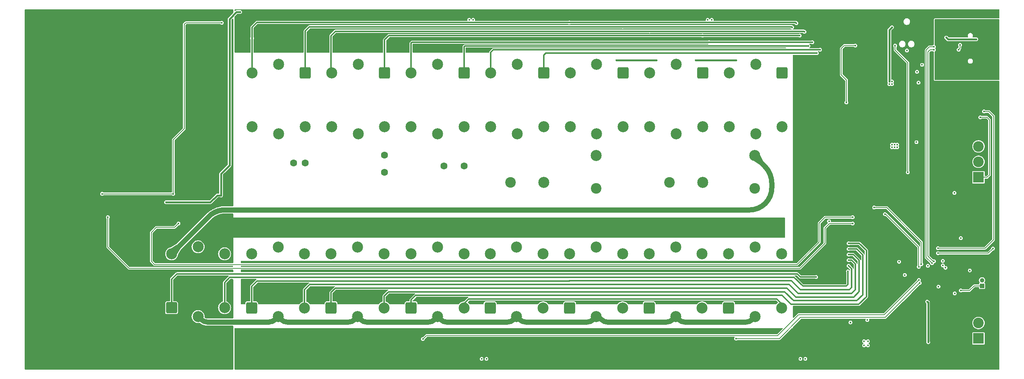
<source format=gbl>
G04 #@! TF.GenerationSoftware,KiCad,Pcbnew,8.0.2-8.0.2-0~ubuntu22.04.1*
G04 #@! TF.CreationDate,2024-05-04T14:35:26+03:00*
G04 #@! TF.ProjectId,ZFTuner,5a465475-6e65-4722-9e6b-696361645f70,A0*
G04 #@! TF.SameCoordinates,Original*
G04 #@! TF.FileFunction,Copper,L4,Bot*
G04 #@! TF.FilePolarity,Positive*
%FSLAX46Y46*%
G04 Gerber Fmt 4.6, Leading zero omitted, Abs format (unit mm)*
G04 Created by KiCad (PCBNEW 8.0.2-8.0.2-0~ubuntu22.04.1) date 2024-05-04 14:35:26*
%MOMM*%
%LPD*%
G01*
G04 APERTURE LIST*
G04 Aperture macros list*
%AMRoundRect*
0 Rectangle with rounded corners*
0 $1 Rounding radius*
0 $2 $3 $4 $5 $6 $7 $8 $9 X,Y pos of 4 corners*
0 Add a 4 corners polygon primitive as box body*
4,1,4,$2,$3,$4,$5,$6,$7,$8,$9,$2,$3,0*
0 Add four circle primitives for the rounded corners*
1,1,$1+$1,$2,$3*
1,1,$1+$1,$4,$5*
1,1,$1+$1,$6,$7*
1,1,$1+$1,$8,$9*
0 Add four rect primitives between the rounded corners*
20,1,$1+$1,$2,$3,$4,$5,0*
20,1,$1+$1,$4,$5,$6,$7,0*
20,1,$1+$1,$6,$7,$8,$9,0*
20,1,$1+$1,$8,$9,$2,$3,0*%
G04 Aperture macros list end*
G04 #@! TA.AperFunction,ComponentPad*
%ADD10C,2.400000*%
G04 #@! TD*
G04 #@! TA.AperFunction,ComponentPad*
%ADD11C,2.500000*%
G04 #@! TD*
G04 #@! TA.AperFunction,SMDPad,CuDef*
%ADD12RoundRect,0.350000X-1.750000X-0.350000X1.750000X-0.350000X1.750000X0.350000X-1.750000X0.350000X0*%
G04 #@! TD*
G04 #@! TA.AperFunction,ComponentPad*
%ADD13C,5.700000*%
G04 #@! TD*
G04 #@! TA.AperFunction,ComponentPad*
%ADD14RoundRect,0.250000X-1.000000X1.000000X-1.000000X-1.000000X1.000000X-1.000000X1.000000X1.000000X0*%
G04 #@! TD*
G04 #@! TA.AperFunction,ComponentPad*
%ADD15C,1.600000*%
G04 #@! TD*
G04 #@! TA.AperFunction,ComponentPad*
%ADD16RoundRect,0.250000X1.000000X-1.000000X1.000000X1.000000X-1.000000X1.000000X-1.000000X-1.000000X0*%
G04 #@! TD*
G04 #@! TA.AperFunction,ComponentPad*
%ADD17R,2.400000X2.400000*%
G04 #@! TD*
G04 #@! TA.AperFunction,ComponentPad*
%ADD18O,2.100000X1.000000*%
G04 #@! TD*
G04 #@! TA.AperFunction,ComponentPad*
%ADD19O,1.600000X1.000000*%
G04 #@! TD*
G04 #@! TA.AperFunction,ComponentPad*
%ADD20R,1.000000X1.000000*%
G04 #@! TD*
G04 #@! TA.AperFunction,ComponentPad*
%ADD21O,1.000000X1.000000*%
G04 #@! TD*
G04 #@! TA.AperFunction,ViaPad*
%ADD22C,0.450000*%
G04 #@! TD*
G04 #@! TA.AperFunction,Conductor*
%ADD23C,0.200000*%
G04 #@! TD*
G04 #@! TA.AperFunction,Conductor*
%ADD24C,0.400000*%
G04 #@! TD*
G04 #@! TA.AperFunction,Conductor*
%ADD25C,0.300000*%
G04 #@! TD*
G04 #@! TA.AperFunction,Conductor*
%ADD26C,1.200000*%
G04 #@! TD*
G04 APERTURE END LIST*
D10*
X173500000Y-81300000D03*
D11*
X173500000Y-73800000D03*
D10*
X190157500Y-79900000D03*
D11*
X197657500Y-79900000D03*
D12*
X46407500Y-99950000D03*
X46407500Y-105050000D03*
D13*
X230400000Y-118500000D03*
D11*
X137657500Y-53117500D03*
X143657500Y-67317500D03*
X131657500Y-67317500D03*
D14*
X143657500Y-55117500D03*
D11*
X131657500Y-55117500D03*
X137657500Y-68917500D03*
D15*
X125657500Y-77660000D03*
X125657500Y-73740000D03*
D11*
X209540000Y-110317500D03*
X203540000Y-96117500D03*
X215540000Y-96117500D03*
D16*
X203540000Y-108317500D03*
D11*
X215540000Y-108317500D03*
X209540000Y-94517500D03*
X191540000Y-110317500D03*
X185540000Y-96117500D03*
X197540000Y-96117500D03*
D16*
X185540000Y-108317500D03*
D11*
X197540000Y-108317500D03*
X191540000Y-94517500D03*
X101657500Y-53117500D03*
X107657500Y-67317500D03*
X95657500Y-67317500D03*
D14*
X107657500Y-55117500D03*
D11*
X95657500Y-55117500D03*
X101657500Y-68917500D03*
D15*
X139067500Y-76200000D03*
X143657500Y-76200000D03*
D11*
X173540000Y-110317500D03*
X167540000Y-96117500D03*
X179540000Y-96117500D03*
D16*
X167540000Y-108317500D03*
D11*
X179540000Y-108317500D03*
X173540000Y-94517500D03*
D17*
X260100000Y-78750000D03*
D10*
X260100000Y-75250000D03*
X260100000Y-71750000D03*
X260100000Y-68250000D03*
D11*
X155657500Y-53117500D03*
X161657500Y-67317500D03*
X149657500Y-67317500D03*
D14*
X161657500Y-55117500D03*
D11*
X149657500Y-55117500D03*
X155657500Y-68917500D03*
X101540000Y-110317500D03*
X95540000Y-96117500D03*
X107540000Y-96117500D03*
D16*
X95540000Y-108317500D03*
D11*
X107540000Y-108317500D03*
X101540000Y-94517500D03*
D18*
X257735000Y-53875000D03*
D19*
X261915000Y-53875000D03*
D18*
X257735000Y-45235000D03*
D19*
X261915000Y-45235000D03*
D11*
X119540000Y-110317500D03*
X113540000Y-96117500D03*
X125540000Y-96117500D03*
D16*
X113540000Y-108317500D03*
D11*
X125540000Y-108317500D03*
X119540000Y-94517500D03*
X155540000Y-110317500D03*
X149540000Y-96117500D03*
X161540000Y-96117500D03*
D16*
X149540000Y-108317500D03*
D11*
X161540000Y-108317500D03*
X155540000Y-94517500D03*
D12*
X46307500Y-63050000D03*
X46307500Y-57950000D03*
D11*
X191657500Y-53117500D03*
X197657500Y-67317500D03*
X185657500Y-67317500D03*
D14*
X197657500Y-55117500D03*
D11*
X185657500Y-55117500D03*
X191657500Y-68917500D03*
X119657500Y-53117500D03*
X125657500Y-67317500D03*
X113657500Y-67317500D03*
D14*
X125657500Y-55117500D03*
D11*
X113657500Y-55117500D03*
X119657500Y-68917500D03*
X137657500Y-110317500D03*
X131657500Y-96117500D03*
X143657500Y-96117500D03*
D16*
X131657500Y-108317500D03*
D11*
X143657500Y-108317500D03*
X137657500Y-94517500D03*
D15*
X105077500Y-75500000D03*
X107657500Y-75500000D03*
D11*
X83422500Y-110292500D03*
X77422500Y-96092500D03*
X89422500Y-96092500D03*
D16*
X77422500Y-108292500D03*
D11*
X89422500Y-108292500D03*
X83422500Y-94492500D03*
D17*
X260100000Y-115250000D03*
D10*
X260100000Y-111750000D03*
X260100000Y-108250000D03*
D20*
X260900000Y-103350000D03*
D21*
X260900000Y-102080000D03*
D11*
X209657500Y-53117500D03*
X215657500Y-67317500D03*
X203657500Y-67317500D03*
D14*
X215657500Y-55117500D03*
D11*
X203657500Y-55117500D03*
X209657500Y-68917500D03*
D13*
X231000000Y-45000000D03*
X49000000Y-45500000D03*
X49000000Y-117500000D03*
D10*
X154157500Y-79900000D03*
D11*
X161657500Y-79900000D03*
D10*
X209400000Y-81300000D03*
D11*
X209400000Y-73800000D03*
X173657500Y-53117500D03*
X179657500Y-67317500D03*
X167657500Y-67317500D03*
D14*
X179657500Y-55117500D03*
D11*
X167657500Y-55117500D03*
X173657500Y-68917500D03*
D22*
X78000000Y-99950000D03*
X81000000Y-99950000D03*
X84000000Y-99950000D03*
X87050000Y-99950000D03*
X90200000Y-99950000D03*
X85300000Y-97500000D03*
X90400000Y-41300000D03*
X87000000Y-42100000D03*
X84000000Y-42100000D03*
X81000000Y-42100000D03*
X90015477Y-121450000D03*
X90015477Y-106450000D03*
X90015477Y-103450000D03*
X90015477Y-82450000D03*
X90015477Y-79450000D03*
X87015477Y-121450000D03*
X87015477Y-118450000D03*
X87015477Y-115450000D03*
X87015477Y-106450000D03*
X87015477Y-103450000D03*
X87015477Y-94450000D03*
X87015477Y-91450000D03*
X87015477Y-79450000D03*
X87015477Y-76450000D03*
X87015477Y-67450000D03*
X87015477Y-64450000D03*
X87015477Y-61450000D03*
X87015477Y-58450000D03*
X87015477Y-55450000D03*
X87015477Y-49450000D03*
X87015477Y-46450000D03*
X84015477Y-121450000D03*
X84015477Y-118450000D03*
X84015477Y-115450000D03*
X84015477Y-106450000D03*
X84015477Y-103450000D03*
X84015477Y-85450000D03*
X84015477Y-82450000D03*
X84015477Y-76450000D03*
X84015477Y-61450000D03*
X84015477Y-55450000D03*
X84015477Y-49450000D03*
X84015477Y-46450000D03*
X81015477Y-121450000D03*
X81015477Y-118450000D03*
X81015477Y-115450000D03*
X81015477Y-112450000D03*
X81015477Y-109450000D03*
X81015477Y-106450000D03*
X81015477Y-103450000D03*
X81015477Y-97450000D03*
X81015477Y-88450000D03*
X81015477Y-73450000D03*
X81015477Y-70450000D03*
X81015477Y-67450000D03*
X81015477Y-64450000D03*
X81015477Y-61450000D03*
X81015477Y-58450000D03*
X81015477Y-55450000D03*
X81015477Y-49450000D03*
X81015477Y-46450000D03*
X78015477Y-121450000D03*
X78015477Y-118450000D03*
X78015477Y-115450000D03*
X78015477Y-112450000D03*
X78015477Y-106450000D03*
X78015477Y-103450000D03*
X78015477Y-91450000D03*
X78015477Y-88450000D03*
X78015477Y-85450000D03*
X78015477Y-67450000D03*
X78015477Y-64450000D03*
X78015477Y-61450000D03*
X78015477Y-58450000D03*
X78015477Y-55450000D03*
X78015477Y-52450000D03*
X78015477Y-49450000D03*
X78015477Y-46450000D03*
X78015477Y-43450000D03*
X75015477Y-121450000D03*
X75015477Y-118450000D03*
X75015477Y-115450000D03*
X75015477Y-112450000D03*
X75015477Y-109450000D03*
X75015477Y-106450000D03*
X75015477Y-103450000D03*
X75015477Y-100450000D03*
X75015477Y-91450000D03*
X75015477Y-88450000D03*
X75015477Y-85450000D03*
X75015477Y-79450000D03*
X75015477Y-76450000D03*
X75015477Y-73450000D03*
X75015477Y-70450000D03*
X75015477Y-67450000D03*
X75015477Y-64450000D03*
X75015477Y-61450000D03*
X75015477Y-58450000D03*
X75015477Y-55450000D03*
X75015477Y-52450000D03*
X75015477Y-49450000D03*
X75015477Y-46450000D03*
X75015477Y-43450000D03*
X72015477Y-121450000D03*
X72015477Y-118450000D03*
X72015477Y-115450000D03*
X72015477Y-112450000D03*
X72015477Y-109450000D03*
X72015477Y-106450000D03*
X72015477Y-103450000D03*
X72015477Y-100450000D03*
X72015477Y-91450000D03*
X72015477Y-88450000D03*
X72015477Y-85450000D03*
X72015477Y-79450000D03*
X72015477Y-76450000D03*
X72015477Y-73450000D03*
X72015477Y-70450000D03*
X72015477Y-67450000D03*
X72015477Y-64450000D03*
X72015477Y-61450000D03*
X72015477Y-58450000D03*
X72015477Y-55450000D03*
X72015477Y-52450000D03*
X72015477Y-49450000D03*
X72015477Y-46450000D03*
X72015477Y-43450000D03*
X69015477Y-121450000D03*
X69015477Y-118450000D03*
X69015477Y-115450000D03*
X69015477Y-112450000D03*
X69015477Y-109450000D03*
X69015477Y-106450000D03*
X69015477Y-103450000D03*
X69015477Y-100450000D03*
X69015477Y-91450000D03*
X69015477Y-88450000D03*
X69015477Y-85450000D03*
X69015477Y-79450000D03*
X69015477Y-76450000D03*
X69015477Y-73450000D03*
X69015477Y-70450000D03*
X69015477Y-67450000D03*
X69015477Y-64450000D03*
X69015477Y-61450000D03*
X69015477Y-58450000D03*
X69015477Y-55450000D03*
X69015477Y-52450000D03*
X69015477Y-49450000D03*
X69015477Y-46450000D03*
X69015477Y-43450000D03*
X66015477Y-121450000D03*
X66015477Y-118450000D03*
X66015477Y-115450000D03*
X66015477Y-112450000D03*
X66015477Y-109450000D03*
X66015477Y-106450000D03*
X66015477Y-103450000D03*
X66015477Y-100450000D03*
X66015477Y-91450000D03*
X66015477Y-88450000D03*
X66015477Y-85450000D03*
X66015477Y-79450000D03*
X66015477Y-73450000D03*
X66015477Y-70450000D03*
X66015477Y-67450000D03*
X66015477Y-64450000D03*
X66015477Y-61450000D03*
X66015477Y-58450000D03*
X66015477Y-55450000D03*
X66015477Y-52450000D03*
X66015477Y-49450000D03*
X66015477Y-46450000D03*
X66015477Y-43450000D03*
X63015477Y-121450000D03*
X63015477Y-118450000D03*
X63015477Y-115450000D03*
X63015477Y-112450000D03*
X63015477Y-109450000D03*
X63015477Y-106450000D03*
X63015477Y-103450000D03*
X63015477Y-76450000D03*
X63015477Y-67450000D03*
X63015477Y-61450000D03*
X63015477Y-55450000D03*
X63015477Y-46450000D03*
X63015477Y-43450000D03*
X60015477Y-121450000D03*
X60015477Y-118450000D03*
X60015477Y-115450000D03*
X60015477Y-112450000D03*
X60015477Y-109450000D03*
X60015477Y-106450000D03*
X60015477Y-97450000D03*
X60015477Y-94450000D03*
X60015477Y-91450000D03*
X60015477Y-88450000D03*
X60015477Y-85450000D03*
X60015477Y-82450000D03*
X60015477Y-79450000D03*
X60015477Y-76450000D03*
X60015477Y-73450000D03*
X60015477Y-67450000D03*
X60015477Y-61450000D03*
X60015477Y-55450000D03*
X60015477Y-46450000D03*
X60015477Y-43450000D03*
X57015477Y-121450000D03*
X57015477Y-118450000D03*
X57015477Y-115450000D03*
X57015477Y-112450000D03*
X57015477Y-109450000D03*
X57015477Y-106450000D03*
X57015477Y-97450000D03*
X57015477Y-94450000D03*
X57015477Y-91450000D03*
X57015477Y-88450000D03*
X57015477Y-85450000D03*
X57015477Y-82450000D03*
X57015477Y-79450000D03*
X57015477Y-76450000D03*
X57015477Y-67450000D03*
X57015477Y-64450000D03*
X57015477Y-61450000D03*
X57015477Y-58450000D03*
X57015477Y-49450000D03*
X57015477Y-46450000D03*
X57015477Y-43450000D03*
X54015477Y-121450000D03*
X54015477Y-118450000D03*
X54015477Y-115450000D03*
X54015477Y-112450000D03*
X54015477Y-109450000D03*
X54015477Y-106450000D03*
X54015477Y-97450000D03*
X54015477Y-94450000D03*
X54015477Y-91450000D03*
X54015477Y-88450000D03*
X54015477Y-85450000D03*
X54015477Y-82450000D03*
X54015477Y-79450000D03*
X54015477Y-76450000D03*
X54015477Y-73450000D03*
X54015477Y-70450000D03*
X54015477Y-67450000D03*
X54015477Y-64450000D03*
X54015477Y-52450000D03*
X54015477Y-49450000D03*
X54015477Y-46450000D03*
X54015477Y-43450000D03*
X51015477Y-121450000D03*
X51015477Y-112450000D03*
X51015477Y-109450000D03*
X51015477Y-106450000D03*
X51015477Y-97450000D03*
X51015477Y-94450000D03*
X51015477Y-91450000D03*
X51015477Y-88450000D03*
X51015477Y-85450000D03*
X51015477Y-82450000D03*
X51015477Y-79450000D03*
X51015477Y-76450000D03*
X51015477Y-73450000D03*
X51015477Y-70450000D03*
X51015477Y-67450000D03*
X51015477Y-64450000D03*
X51015477Y-55450000D03*
X51015477Y-52450000D03*
X51015477Y-49450000D03*
X48015477Y-121450000D03*
X48015477Y-112450000D03*
X48015477Y-109450000D03*
X48015477Y-106450000D03*
X48015477Y-97450000D03*
X48015477Y-94450000D03*
X48015477Y-91450000D03*
X48015477Y-88450000D03*
X48015477Y-85450000D03*
X48015477Y-82450000D03*
X48015477Y-79450000D03*
X48015477Y-76450000D03*
X48015477Y-73450000D03*
X48015477Y-70450000D03*
X48015477Y-67450000D03*
X48015477Y-64450000D03*
X48015477Y-55450000D03*
X48015477Y-52450000D03*
X48015477Y-49450000D03*
X45015477Y-121450000D03*
X45015477Y-118450000D03*
X45015477Y-115450000D03*
X45015477Y-112450000D03*
X45015477Y-109450000D03*
X45015477Y-106450000D03*
X45015477Y-97450000D03*
X45015477Y-94450000D03*
X45015477Y-91450000D03*
X45015477Y-88450000D03*
X45015477Y-85450000D03*
X45015477Y-82450000D03*
X45015477Y-79450000D03*
X45015477Y-76450000D03*
X45015477Y-73450000D03*
X45015477Y-70450000D03*
X45015477Y-67450000D03*
X45015477Y-64450000D03*
X45015477Y-55450000D03*
X45015477Y-52450000D03*
X45015477Y-49450000D03*
X45015477Y-46450000D03*
X45015477Y-43450000D03*
X82350000Y-54150000D03*
X85250000Y-54200000D03*
X54226360Y-58970694D03*
X55010401Y-58186654D03*
X55794441Y-57402613D03*
X56578482Y-56618573D03*
X57362522Y-55834532D03*
X58146563Y-55050492D03*
X58930603Y-54266451D03*
X59714644Y-53482411D03*
X57233547Y-52569395D03*
X56449507Y-53353436D03*
X55665466Y-54137476D03*
X54881426Y-54921517D03*
X54097385Y-55705557D03*
X53313345Y-56489598D03*
X52529304Y-57273638D03*
X58017588Y-51785355D03*
X51745264Y-58057679D03*
X47526768Y-61700000D03*
X46307500Y-61700000D03*
X48746036Y-61700000D03*
X47526768Y-59300000D03*
X46307500Y-59300000D03*
X50521591Y-61456560D03*
X51579660Y-61065157D03*
X52554596Y-60497529D03*
X49600000Y-61600000D03*
X53421237Y-59775307D03*
X50874613Y-58725597D03*
X49833975Y-59156644D03*
X48716589Y-59300360D03*
X58900041Y-51110898D03*
X68367566Y-97292500D03*
X69373670Y-97292500D03*
X70379774Y-97292500D03*
X71385877Y-97292500D03*
X72200000Y-97292500D03*
X73398085Y-97292500D03*
X74404188Y-97292500D03*
X75410292Y-97292500D03*
X76300000Y-97700000D03*
X67361463Y-97292500D03*
X76400000Y-94600000D03*
X75410292Y-94892500D03*
X74404188Y-94892500D03*
X73398085Y-94892500D03*
X72200000Y-94892500D03*
X71385877Y-94892500D03*
X70379774Y-94892500D03*
X69373670Y-94892500D03*
X68367566Y-94892500D03*
X67361463Y-94892500D03*
X61947298Y-100949756D03*
X62752277Y-100144777D03*
X63557256Y-99339798D03*
X61142320Y-101754735D03*
X61860200Y-97642742D03*
X61055221Y-98447721D03*
X60250242Y-99252700D03*
X47411353Y-103700000D03*
X48415207Y-103700000D03*
X49419060Y-103700000D03*
X50422914Y-103700000D03*
X51426768Y-103700000D03*
X52430621Y-103700000D03*
X53434475Y-103700000D03*
X54438328Y-103700000D03*
X55442182Y-103700000D03*
X46407500Y-103700000D03*
X56446036Y-103700000D03*
X55442182Y-101300000D03*
X54438328Y-101300000D03*
X53434475Y-101300000D03*
X52430621Y-101300000D03*
X51426768Y-101300000D03*
X50422914Y-101300000D03*
X49419060Y-101300000D03*
X48415207Y-101300000D03*
X47411353Y-101300000D03*
X56446036Y-101300000D03*
X46407500Y-101300000D03*
X65232888Y-97866898D03*
X64341157Y-98555387D03*
X66305239Y-94978194D03*
X65304006Y-95220887D03*
X63472638Y-96151495D03*
X62686257Y-96817197D03*
X58221591Y-103456560D03*
X59279660Y-103065157D03*
X60254596Y-102497529D03*
X57325000Y-103650000D03*
X58574613Y-100725597D03*
X57533975Y-101156644D03*
X59466347Y-100037107D03*
X252025000Y-116075000D03*
X247300000Y-55325000D03*
X250100000Y-57525000D03*
X249500000Y-53125000D03*
X250300000Y-65250000D03*
X240900000Y-63425000D03*
X232250000Y-63750000D03*
X234925000Y-81600000D03*
X234500000Y-77525000D03*
X233275000Y-73425000D03*
X245025000Y-67850000D03*
X236825000Y-111250000D03*
X253450000Y-108325000D03*
X258175000Y-101850000D03*
X254300000Y-101925000D03*
X254725000Y-92725000D03*
X253350000Y-91350000D03*
X258850000Y-85325000D03*
X262525000Y-87475000D03*
X191650000Y-47400000D03*
X182500000Y-47400000D03*
X97025000Y-43000000D03*
X100000000Y-43000000D03*
X103000000Y-43000000D03*
X106000000Y-43000000D03*
X109000000Y-43000000D03*
X112000000Y-43000000D03*
X115000000Y-43000000D03*
X118000000Y-43025000D03*
X121000000Y-43025000D03*
X124000000Y-43025000D03*
X127000000Y-43025000D03*
X130000000Y-43025000D03*
X133000000Y-43025000D03*
X136000000Y-43025000D03*
X139000000Y-43025000D03*
X142000000Y-43025000D03*
X106675000Y-44725000D03*
X103525000Y-44700000D03*
X100300000Y-44675000D03*
X97125000Y-46925000D03*
X100275000Y-48700000D03*
X103525000Y-48700000D03*
X118300000Y-48700000D03*
X121450000Y-48675000D03*
X127000000Y-47550000D03*
X130000000Y-47400000D03*
X133000000Y-47400000D03*
X136000000Y-47400000D03*
X139000000Y-47400000D03*
X142000000Y-47400000D03*
X148000000Y-47400000D03*
X137400000Y-48875000D03*
X264200000Y-43700000D03*
X257250000Y-43700000D03*
X260225000Y-43675000D03*
X179550000Y-97975000D03*
X161575000Y-97950000D03*
X143650000Y-97950000D03*
X125575000Y-97950000D03*
X107550000Y-97950000D03*
X93600000Y-97975000D03*
X213900000Y-99950000D03*
X211400000Y-99950000D03*
X208400000Y-99975000D03*
X205400000Y-99975000D03*
X200525000Y-99975000D03*
X195900000Y-99975000D03*
X193400000Y-99975000D03*
X190475000Y-99975000D03*
X187400000Y-99975000D03*
X182525000Y-99975000D03*
X177800000Y-99975000D03*
X175400000Y-99975000D03*
X172400000Y-99975000D03*
X169375000Y-99975000D03*
X164475000Y-99975000D03*
X159600000Y-99975000D03*
X157400000Y-99975000D03*
X154400000Y-99975000D03*
X151400000Y-99975000D03*
X146625000Y-99950000D03*
X141900000Y-99975000D03*
X139500000Y-99975000D03*
X136500000Y-99975000D03*
X133500000Y-99975000D03*
X128600000Y-99975000D03*
X123800000Y-99975000D03*
X121400000Y-99975000D03*
X118400000Y-99975000D03*
X115400000Y-99975000D03*
X112450000Y-99975000D03*
X110500000Y-99975000D03*
X105700000Y-99975000D03*
X103400000Y-99975000D03*
X100400000Y-99950000D03*
X97400000Y-99950000D03*
X93600000Y-99950000D03*
X220300000Y-100200000D03*
X224500000Y-102300000D03*
X221100000Y-102300000D03*
X90200000Y-87200000D03*
X201400000Y-47400000D03*
X216200000Y-47400000D03*
X223600000Y-46600000D03*
X237900000Y-63400000D03*
X236400000Y-54500000D03*
X230300000Y-52600000D03*
X232200000Y-48900000D03*
X230200000Y-61800000D03*
X232350000Y-59950000D03*
X105015477Y-46450000D03*
X244300000Y-88450000D03*
X93015477Y-49450000D03*
X236400000Y-98150000D03*
X102015477Y-118450000D03*
X164475000Y-107100000D03*
X243015477Y-64450000D03*
X146625000Y-107100000D03*
X242102677Y-76242677D03*
X236900000Y-83600000D03*
X255800000Y-110400000D03*
X146800000Y-49900000D03*
X171015477Y-118450000D03*
X192015477Y-118450000D03*
X246700000Y-80700000D03*
X123800000Y-104800000D03*
X190500000Y-107100000D03*
X255015477Y-73450000D03*
X105700000Y-107100000D03*
X206950000Y-47400000D03*
X156015477Y-118450000D03*
X245100000Y-83200000D03*
X237015477Y-61450000D03*
X243015477Y-118450000D03*
X234015477Y-118450000D03*
X238752677Y-66892677D03*
X237015477Y-49450000D03*
X96015477Y-121450000D03*
X260700000Y-41700000D03*
X164500000Y-47400000D03*
X254200000Y-89450000D03*
X99015477Y-121450000D03*
X238000000Y-60200000D03*
X249850000Y-82900000D03*
X93015477Y-43450000D03*
X132015477Y-118450000D03*
X248300000Y-101950000D03*
X227800000Y-76750000D03*
X103400000Y-107100000D03*
X235650000Y-119550000D03*
X114015477Y-121450000D03*
X230900000Y-88500000D03*
X234100000Y-46450000D03*
X249250000Y-86450000D03*
X93600000Y-104100000D03*
X253450000Y-89450000D03*
X242750000Y-89900000D03*
X180015477Y-118450000D03*
X111000000Y-113600000D03*
X189015477Y-121450000D03*
X255015477Y-79450000D03*
X111015477Y-49450000D03*
X123015477Y-46450000D03*
X246015477Y-100450000D03*
X246700000Y-81500000D03*
X222015477Y-112450000D03*
X165015477Y-121450000D03*
X99015477Y-46450000D03*
X261015477Y-58450000D03*
X120015477Y-46450000D03*
X102015477Y-46450000D03*
X222100000Y-45100000D03*
X154400000Y-107100000D03*
X238700000Y-60200000D03*
X261015477Y-118450000D03*
X159015477Y-118450000D03*
X177015477Y-118450000D03*
X133500000Y-107100000D03*
X228015477Y-49450000D03*
X123800000Y-107100000D03*
X224200000Y-44400000D03*
X195015477Y-121450000D03*
X227650000Y-89900000D03*
X111015477Y-118450000D03*
X165015477Y-118450000D03*
X93015477Y-121450000D03*
X237015477Y-58450000D03*
X222015477Y-118450000D03*
X233900000Y-91300000D03*
X243500000Y-61800000D03*
X171015477Y-121450000D03*
X234015477Y-121450000D03*
X237350000Y-89900000D03*
X230900000Y-87100000D03*
X222015477Y-46450000D03*
X246015477Y-121450000D03*
X230500000Y-76742677D03*
X251850000Y-82900000D03*
X255800000Y-108300000D03*
X252015477Y-112450000D03*
X236400000Y-95600000D03*
X243402677Y-76242677D03*
X240015477Y-115450000D03*
X168015477Y-121450000D03*
X250200000Y-81500000D03*
X234600000Y-67500000D03*
X252015477Y-67450000D03*
X237015477Y-79450000D03*
X250200000Y-79100000D03*
X171015477Y-115450000D03*
X253750000Y-113500000D03*
X187400000Y-107100000D03*
X222015477Y-121450000D03*
X227500000Y-111800000D03*
X230900000Y-89900000D03*
X138015477Y-115450000D03*
X228015477Y-82450000D03*
X129015477Y-118450000D03*
X249015477Y-118450000D03*
X261015477Y-97450000D03*
X99015477Y-118450000D03*
X165000000Y-113600000D03*
X261015477Y-91450000D03*
X219015477Y-112450000D03*
X227500000Y-53150000D03*
X111015477Y-46450000D03*
X195900000Y-107100000D03*
X207015477Y-121450000D03*
X120015477Y-115450000D03*
X111015477Y-121450000D03*
X117015477Y-118450000D03*
X249015477Y-43450000D03*
X159600000Y-107100000D03*
X128600000Y-105500000D03*
X237900000Y-87100000D03*
X120015477Y-106450000D03*
X156015477Y-115450000D03*
X264015477Y-100450000D03*
X219015477Y-121450000D03*
X157400000Y-107100000D03*
X252015477Y-118450000D03*
X150015477Y-115450000D03*
X139500000Y-107100000D03*
X102015477Y-115450000D03*
X258015477Y-106450000D03*
X162015477Y-121450000D03*
X182525000Y-107100000D03*
X250800000Y-96950000D03*
X254700000Y-41100000D03*
X253400000Y-100900000D03*
X159015477Y-115450000D03*
X198015477Y-118450000D03*
X105015477Y-115450000D03*
X121400000Y-104800000D03*
X251000000Y-93800000D03*
X97400000Y-107100000D03*
X228015477Y-115450000D03*
X227400000Y-87100000D03*
X250850000Y-82900000D03*
X229850000Y-88500000D03*
X115400000Y-107100000D03*
X153015477Y-118450000D03*
X248700000Y-41300000D03*
X205400000Y-107100000D03*
X249250000Y-83550000D03*
X249700000Y-99250000D03*
X102015477Y-121450000D03*
X129015477Y-121450000D03*
X241900000Y-54700000D03*
X252800000Y-82900000D03*
X246700000Y-79100000D03*
X234015477Y-49450000D03*
X246015477Y-118450000D03*
X258300000Y-105400000D03*
X136500000Y-107100000D03*
X243015477Y-67450000D03*
X247500000Y-86200000D03*
X240950000Y-89900000D03*
X162015477Y-118450000D03*
X250400000Y-89700000D03*
X193400000Y-107100000D03*
X220300000Y-44300000D03*
X240015477Y-112450000D03*
X246015477Y-43450000D03*
X219015477Y-115450000D03*
X219000000Y-108800000D03*
X138015477Y-106450000D03*
X156015477Y-121450000D03*
X237015477Y-121450000D03*
X229850000Y-87100000D03*
X250200000Y-79900000D03*
X264015477Y-106450000D03*
X238402677Y-76992677D03*
X151400000Y-107100000D03*
X228100000Y-63350000D03*
X264015477Y-121450000D03*
X238550000Y-89900000D03*
X225015477Y-118450000D03*
X237015477Y-46450000D03*
X195015477Y-118450000D03*
X233300000Y-60800000D03*
X243402677Y-76942677D03*
X150015477Y-121450000D03*
X129015477Y-49450000D03*
X216015477Y-115450000D03*
X252015477Y-70450000D03*
X249015477Y-121450000D03*
X228015477Y-121450000D03*
X239202677Y-76992677D03*
X245500000Y-89900000D03*
X234600000Y-66900000D03*
X234000000Y-43300000D03*
X204015477Y-121450000D03*
X247200000Y-77900000D03*
X231015477Y-85450000D03*
X102015477Y-103450000D03*
X250200000Y-78300000D03*
X99015477Y-103450000D03*
X145000000Y-47400000D03*
X242752677Y-76892677D03*
X192015477Y-121450000D03*
X234500000Y-89900000D03*
X249015477Y-46450000D03*
X135015477Y-106450000D03*
X254800000Y-114500000D03*
X169400000Y-107100000D03*
X239800000Y-91150000D03*
X177015477Y-121450000D03*
X93600000Y-107100000D03*
X228015477Y-85450000D03*
X240800000Y-85300000D03*
X252015477Y-79450000D03*
X229152677Y-78392677D03*
X234500000Y-88500000D03*
X222000000Y-108800000D03*
X100400000Y-104100000D03*
X128600000Y-107100000D03*
X243015477Y-115450000D03*
X243015477Y-121450000D03*
X227900000Y-43300000D03*
X237015477Y-106450000D03*
X257700000Y-41700000D03*
X235850000Y-88500000D03*
X254250000Y-85550000D03*
X241300000Y-88450000D03*
X227800000Y-75100000D03*
X253700000Y-105650000D03*
X240900000Y-43500000D03*
X138015477Y-121450000D03*
X261015477Y-73450000D03*
X233300000Y-89900000D03*
X141015477Y-121450000D03*
X264015477Y-112450000D03*
X261015477Y-121450000D03*
X243100000Y-87150000D03*
X243100000Y-88450000D03*
X227800000Y-78400000D03*
X103400000Y-104100000D03*
X228100000Y-60800000D03*
X230500000Y-75092677D03*
X236300000Y-119550000D03*
X242800000Y-79600000D03*
X110500000Y-107100000D03*
X105015477Y-121450000D03*
X228500000Y-102700000D03*
X247100000Y-83200000D03*
X126015477Y-118450000D03*
X97400000Y-104100000D03*
X114015477Y-118450000D03*
X117015477Y-121450000D03*
X239950000Y-87100000D03*
X144015477Y-121450000D03*
X105700000Y-104100000D03*
X201015477Y-118450000D03*
X123015477Y-121450000D03*
X255015477Y-121450000D03*
X249400000Y-94000000D03*
X238002677Y-66892677D03*
X244225000Y-51600000D03*
X177015477Y-115450000D03*
X255015477Y-76450000D03*
X242752677Y-76242677D03*
X201015477Y-121450000D03*
X264015477Y-58450000D03*
X260500000Y-95400000D03*
X240015477Y-94450000D03*
X255015477Y-118450000D03*
X232400000Y-66900000D03*
X228100000Y-55700000D03*
X242150000Y-47300000D03*
X213900000Y-107100000D03*
X255015477Y-58450000D03*
X237700000Y-117150000D03*
X246700000Y-79900000D03*
X237015477Y-88450000D03*
X244700000Y-54675000D03*
X228100000Y-58250000D03*
X264015477Y-109450000D03*
X233900000Y-84100000D03*
X249250000Y-84550000D03*
X227800000Y-75950000D03*
X237015477Y-52450000D03*
X225000000Y-108800000D03*
X129000000Y-113600000D03*
X108015477Y-118450000D03*
X252015477Y-109450000D03*
X255000000Y-85550000D03*
X228250000Y-108850000D03*
X245700000Y-41300000D03*
X240015477Y-118450000D03*
X227800000Y-51300000D03*
X252015477Y-73450000D03*
X153015477Y-121450000D03*
X210015477Y-121450000D03*
X239450000Y-88450000D03*
X173400000Y-47400000D03*
X241900000Y-87150000D03*
X141900000Y-107100000D03*
X180015477Y-121450000D03*
X242700000Y-41300000D03*
X238300000Y-85000000D03*
X118400000Y-107100000D03*
X237252677Y-66892677D03*
X253500000Y-84550000D03*
X230500000Y-75942677D03*
X213015477Y-121450000D03*
X253500000Y-83550000D03*
X245500000Y-87150000D03*
X258015477Y-112450000D03*
X228015477Y-73450000D03*
X231015477Y-82450000D03*
X192015477Y-115450000D03*
X141015477Y-115450000D03*
X240002677Y-76992677D03*
X201000000Y-113600000D03*
X93015477Y-46450000D03*
X232100000Y-87100000D03*
X208400000Y-107100000D03*
X242800000Y-61800000D03*
X233300000Y-88500000D03*
X236400000Y-100700000D03*
X258015477Y-109450000D03*
X108015477Y-121450000D03*
X258015477Y-121450000D03*
X96015477Y-118450000D03*
X204015477Y-118450000D03*
X254800000Y-112500000D03*
X236150000Y-89900000D03*
X174015477Y-121450000D03*
X241900000Y-52500000D03*
X264015477Y-103450000D03*
X147015477Y-115450000D03*
X233500000Y-80100000D03*
X115400000Y-104800000D03*
X118400000Y-104800000D03*
X99015477Y-106450000D03*
X212350000Y-47400000D03*
X236952677Y-67492677D03*
X183015477Y-121450000D03*
X132015477Y-121450000D03*
X232200000Y-112650000D03*
X215575000Y-97975000D03*
X264015477Y-97450000D03*
X100400000Y-107100000D03*
X250200000Y-80700000D03*
X211400000Y-107100000D03*
X144015477Y-115450000D03*
X117015477Y-106450000D03*
X229800000Y-89900000D03*
X183015477Y-118450000D03*
X175400000Y-107100000D03*
X224200000Y-48400000D03*
X252015477Y-76450000D03*
X159015477Y-121450000D03*
X110500000Y-104100000D03*
X246700000Y-78300000D03*
X233300000Y-87100000D03*
X234500000Y-87100000D03*
X123015477Y-115450000D03*
X150015477Y-118450000D03*
X200525000Y-107100000D03*
X252015477Y-58450000D03*
X93000000Y-113600000D03*
X261015477Y-61450000D03*
X239400000Y-60200000D03*
X228150000Y-66900000D03*
X186015477Y-118450000D03*
X99015477Y-115450000D03*
X236400000Y-91200000D03*
X251200000Y-102000000D03*
X172400000Y-107100000D03*
X239950000Y-99800000D03*
X121400000Y-107100000D03*
X198015477Y-121450000D03*
X135015477Y-121450000D03*
X249400000Y-77900000D03*
X231015477Y-91450000D03*
X259300000Y-93500000D03*
X183000000Y-113600000D03*
X117015477Y-46450000D03*
X222015477Y-115450000D03*
X168015477Y-118450000D03*
X123015477Y-118450000D03*
X258500000Y-88850000D03*
X236950000Y-119550000D03*
X253750000Y-110950000D03*
X243015477Y-70450000D03*
X239700000Y-41300000D03*
X240800000Y-106500000D03*
X225015477Y-121450000D03*
X263700000Y-41700000D03*
X264015477Y-115450000D03*
X230500000Y-77542677D03*
X234600000Y-66300000D03*
X240015477Y-121450000D03*
X264015477Y-118450000D03*
X117015477Y-115450000D03*
X258000000Y-114500000D03*
X230500000Y-78392677D03*
X126015477Y-121450000D03*
X261015477Y-82450000D03*
X252015477Y-121450000D03*
X261015477Y-106450000D03*
X186015477Y-121450000D03*
X120015477Y-118450000D03*
X120015477Y-121450000D03*
X246015477Y-85450000D03*
X244550000Y-89900000D03*
X197550000Y-97975000D03*
X177800000Y-107100000D03*
X227500000Y-46400000D03*
X232100000Y-89900000D03*
X249250000Y-85550000D03*
X240015477Y-61450000D03*
X236400000Y-93100000D03*
X216015477Y-121450000D03*
X225015477Y-112450000D03*
X233100000Y-60000000D03*
X253500000Y-85550000D03*
X195015477Y-115450000D03*
X174015477Y-118450000D03*
X240100000Y-83700000D03*
X174015477Y-115450000D03*
X237625000Y-104775000D03*
X227800000Y-77550000D03*
X153015477Y-115450000D03*
X244300000Y-87150000D03*
X245500000Y-88450000D03*
X189015477Y-118450000D03*
X242102677Y-76892677D03*
X239500000Y-110900000D03*
X232100000Y-88500000D03*
X251700000Y-41000000D03*
X225015477Y-115450000D03*
X249700000Y-108300000D03*
X239502677Y-66892677D03*
X229600000Y-111800000D03*
X189015477Y-115450000D03*
X105015477Y-118450000D03*
X258015477Y-118450000D03*
X232400000Y-66300000D03*
X231015477Y-73450000D03*
X147015477Y-121450000D03*
X102015477Y-106450000D03*
X258015477Y-64450000D03*
X232400000Y-67500000D03*
X244100000Y-77600000D03*
X241225000Y-48950000D03*
X239900000Y-57050000D03*
X254650000Y-82300000D03*
X240500000Y-57050000D03*
X242100000Y-97900000D03*
X240500000Y-44750000D03*
X240500000Y-57650000D03*
X234200000Y-115900000D03*
X235050000Y-115900000D03*
X251050000Y-103500000D03*
X258150000Y-99850000D03*
X234200000Y-116850000D03*
X235050000Y-116850000D03*
X256100000Y-92550000D03*
X88625000Y-82850000D03*
X92925000Y-41300000D03*
X239900000Y-57650000D03*
X246500000Y-57300000D03*
X243425000Y-100875000D03*
X76200000Y-84400000D03*
X246050000Y-70800000D03*
X231125000Y-111625000D03*
X240502677Y-71342677D03*
X144800000Y-43100000D03*
X240502677Y-71942677D03*
X241702677Y-71942677D03*
X241102677Y-71342677D03*
X198800000Y-43100000D03*
X241102677Y-71942677D03*
X226250000Y-88675000D03*
X199700000Y-43100000D03*
X148700000Y-119900000D03*
X147600000Y-119900000D03*
X219800000Y-119900000D03*
X220900000Y-119900000D03*
X241702677Y-71342677D03*
X145700000Y-43100000D03*
X91200000Y-52900000D03*
X61000000Y-50300000D03*
X89641970Y-85000331D03*
X63000000Y-50300000D03*
X92517848Y-88937784D03*
X178175000Y-92000000D03*
X121200000Y-88975000D03*
X193175000Y-88975000D03*
X77425000Y-94175000D03*
X62000000Y-50300000D03*
X141350000Y-92000000D03*
X211200000Y-90991666D03*
X61000000Y-53200000D03*
X103200000Y-90991666D03*
X79444251Y-92515113D03*
X63000000Y-53200000D03*
X160175000Y-88975000D03*
X175175000Y-92000000D03*
X81310630Y-90648733D03*
X64800000Y-52600000D03*
X80999887Y-94070748D03*
X194175000Y-88975000D03*
X60000000Y-50300000D03*
X211200000Y-89983333D03*
X64000000Y-50300000D03*
X123200000Y-92000000D03*
X105200000Y-88975000D03*
X84250000Y-51325000D03*
X90522168Y-92758460D03*
X80377440Y-91581923D03*
X86045942Y-86095018D03*
X79300000Y-96075000D03*
X88600000Y-90700000D03*
X84110199Y-87849164D03*
X90522500Y-93851808D03*
X90669473Y-91616856D03*
X89375000Y-87199669D03*
X88000000Y-94900000D03*
X142350000Y-92000000D03*
X194175000Y-92000000D03*
X90500000Y-97600000D03*
X87450000Y-87825000D03*
X193175000Y-92000000D03*
X124200000Y-92000000D03*
X160175000Y-92000000D03*
X78350000Y-97700000D03*
X214200000Y-92000000D03*
X121200000Y-90991666D03*
X212200000Y-92000000D03*
X196175000Y-92000000D03*
X91200000Y-50600000D03*
X91812963Y-89642203D03*
X64000000Y-53200000D03*
X77200000Y-97925000D03*
X214200000Y-88975000D03*
X158175000Y-88975000D03*
X90219621Y-88125211D03*
X85250000Y-51325000D03*
X142350000Y-88975000D03*
X106200000Y-92000000D03*
X88322500Y-92731463D03*
X89400000Y-97900000D03*
X157175000Y-88975000D03*
X124200000Y-88975000D03*
X175175000Y-90991666D03*
X88991131Y-89853245D03*
X85665835Y-89404799D03*
X178175000Y-88975000D03*
X78511061Y-93448302D03*
X88700000Y-51100000D03*
X87875000Y-51625000D03*
X82350000Y-51325000D03*
X212200000Y-88975000D03*
X82243820Y-89715544D03*
X103200000Y-89983333D03*
X87700000Y-96800000D03*
X105200000Y-92000000D03*
X88325000Y-87400000D03*
X84950000Y-86950000D03*
X82866266Y-92204368D03*
X213200000Y-88975000D03*
X88400000Y-91700000D03*
X139350000Y-88975000D03*
X158175000Y-92000000D03*
X195175000Y-92000000D03*
X121200000Y-89983333D03*
X83799456Y-91271179D03*
X90900000Y-94972154D03*
X139350000Y-89983333D03*
X79050000Y-97075000D03*
X91100000Y-96800000D03*
X84732645Y-90337989D03*
X87600000Y-95800000D03*
X140350000Y-92000000D03*
X88800000Y-53775000D03*
X211200000Y-92000000D03*
X81700000Y-53700000D03*
X89700000Y-50600000D03*
X139350000Y-90991666D03*
X157175000Y-89983333D03*
X88400000Y-97600000D03*
X83250000Y-54150000D03*
X81933076Y-93137558D03*
X90962214Y-87382150D03*
X123200000Y-88975000D03*
X121200000Y-92000000D03*
X141350000Y-88975000D03*
X177175000Y-88975000D03*
X90800000Y-84975000D03*
X175175000Y-88975000D03*
X84275000Y-54175000D03*
X140350000Y-88975000D03*
X193175000Y-90991666D03*
X89535515Y-88939604D03*
X89700000Y-53300000D03*
X103200000Y-92000000D03*
X175175000Y-89983333D03*
X122200000Y-88975000D03*
X195175000Y-88975000D03*
X106200000Y-88975000D03*
X159175000Y-88975000D03*
X87000000Y-51625000D03*
X64800000Y-50900000D03*
X88322500Y-93851808D03*
X87000000Y-53925000D03*
X157175000Y-92000000D03*
X87165620Y-85497944D03*
X81700000Y-51900000D03*
X88379548Y-85128407D03*
X193175000Y-89983333D03*
X93241587Y-88214045D03*
X91109888Y-90553599D03*
X86250000Y-51325000D03*
X80066697Y-95003937D03*
X159175000Y-92000000D03*
X139350000Y-92000000D03*
X87875000Y-53900000D03*
X177175000Y-92000000D03*
X86579703Y-88490463D03*
X157175000Y-90991666D03*
X104200000Y-92000000D03*
X64900000Y-51800000D03*
X211200000Y-88975000D03*
X81700000Y-52750000D03*
X103200000Y-88975000D03*
X213200000Y-92000000D03*
X104200000Y-88975000D03*
X86250000Y-54175000D03*
X176175000Y-92000000D03*
X83177009Y-88782354D03*
X196175000Y-88975000D03*
X62000000Y-53200000D03*
X122200000Y-92000000D03*
X176175000Y-88975000D03*
X83250000Y-51325000D03*
X224225000Y-49875000D03*
X223475000Y-50650000D03*
X230700000Y-93710000D03*
X203550000Y-105500000D03*
X218875000Y-43850000D03*
X161400000Y-101428575D03*
X230550000Y-100050000D03*
X95650000Y-47250000D03*
X167462500Y-43687500D03*
X149500000Y-100614290D03*
X223330000Y-101330000D03*
X217932142Y-44757142D03*
X179517858Y-44650000D03*
X179500000Y-103057145D03*
X185625000Y-45664284D03*
X230700000Y-97520000D03*
X220675000Y-45800000D03*
X230700000Y-98790000D03*
X167500000Y-102214290D03*
X219625000Y-46650000D03*
X197596426Y-46650000D03*
X199146432Y-48150000D03*
X197550000Y-104685715D03*
X230700000Y-94980000D03*
X222500000Y-48150000D03*
X230700000Y-96250000D03*
X185400000Y-103871430D03*
X216700000Y-49000000D03*
X221600000Y-49000000D03*
X178150000Y-52200000D03*
X205207500Y-52207500D03*
X187200000Y-52200000D03*
X196100000Y-52200000D03*
X259600000Y-47500000D03*
X252800000Y-47100000D03*
X260500000Y-65150000D03*
X247325000Y-53275000D03*
X252600000Y-99250000D03*
X252000000Y-97700000D03*
X243900000Y-50050000D03*
X246175000Y-54875000D03*
X252000000Y-98700000D03*
X251400000Y-56000000D03*
X261950000Y-55800000D03*
X253350000Y-52300000D03*
X258500000Y-51000000D03*
X258500000Y-48400000D03*
X263400000Y-55800000D03*
X259300000Y-55800000D03*
X254600000Y-56000000D03*
X251350000Y-46850000D03*
X260550000Y-55800000D03*
X250800000Y-53600000D03*
X251350000Y-52300000D03*
X256100000Y-104400000D03*
X248700000Y-116100000D03*
X248500000Y-106900000D03*
X250900000Y-95950000D03*
X263375000Y-94875000D03*
X249570190Y-98229810D03*
X250000000Y-49200000D03*
X250029810Y-97770190D03*
X250000000Y-49850000D03*
X77800000Y-82500000D03*
X248650000Y-98800000D03*
X61700000Y-82500000D03*
X88800000Y-43750000D03*
X246600000Y-102000000D03*
X134300000Y-115400000D03*
X79000000Y-89200000D03*
X231600000Y-87800000D03*
X246800000Y-102700000D03*
X205200000Y-115300000D03*
X236475000Y-85600000D03*
X247150000Y-98450000D03*
X63000000Y-87800000D03*
X231600000Y-89200000D03*
X250900000Y-94825000D03*
X261350000Y-63850000D03*
X234950000Y-111100000D03*
X254700000Y-105050000D03*
X255594502Y-49829896D03*
X255900000Y-48780000D03*
X238900000Y-87075000D03*
X246566934Y-99047711D03*
D23*
X246600000Y-102000000D02*
X238732500Y-109867500D01*
X238732500Y-109867500D02*
X219332500Y-109867500D01*
X219332500Y-109867500D02*
X214600000Y-114600000D01*
X214600000Y-114600000D02*
X135100000Y-114600000D01*
X135100000Y-114600000D02*
X134300000Y-115400000D01*
X246800000Y-102700000D02*
X239000000Y-110500000D01*
X239000000Y-110500000D02*
X219800000Y-110500000D01*
X219800000Y-110500000D02*
X215000000Y-115300000D01*
X215000000Y-115300000D02*
X205200000Y-115300000D01*
X230200000Y-61800000D02*
X230200000Y-56700000D01*
X230200000Y-56700000D02*
X229000000Y-55500000D01*
X229000000Y-55500000D02*
X229000000Y-49600000D01*
X229000000Y-49600000D02*
X229700000Y-48900000D01*
X229700000Y-48900000D02*
X232200000Y-48900000D01*
X244100000Y-77600000D02*
X244100000Y-52800000D01*
X244100000Y-52800000D02*
X241225000Y-49925000D01*
X241225000Y-49925000D02*
X241225000Y-48950000D01*
D24*
X90550000Y-42875000D02*
X90550000Y-76000000D01*
X240500000Y-44750000D02*
X239900000Y-45350000D01*
X86200000Y-84400000D02*
X76200000Y-84400000D01*
X88625000Y-82850000D02*
X87750000Y-82850000D01*
X92125000Y-41300000D02*
X90550000Y-42875000D01*
X92925000Y-41300000D02*
X92125000Y-41300000D01*
X87750000Y-82850000D02*
X86200000Y-84400000D01*
X239900000Y-45350000D02*
X239900000Y-57050000D01*
X88625000Y-77925000D02*
X88625000Y-82850000D01*
X90550000Y-76000000D02*
X88625000Y-77925000D01*
D25*
X143657500Y-107356790D02*
X144700000Y-106314290D01*
X224225000Y-49875000D02*
X224200000Y-49850000D01*
X215540000Y-107390000D02*
X215540000Y-108317500D01*
X149657500Y-50410352D02*
X149657500Y-55117500D01*
X214464290Y-106314290D02*
X215540000Y-107390000D01*
X144700000Y-106314290D02*
X214464290Y-106314290D01*
X150217852Y-49850000D02*
X149657500Y-50410352D01*
X224200000Y-49850000D02*
X150217852Y-49850000D01*
X217644594Y-107525000D02*
X233000000Y-107525000D01*
X215619594Y-105500000D02*
X217644594Y-107525000D01*
X203550000Y-105500000D02*
X215619594Y-105500000D01*
X131657500Y-106506790D02*
X131657500Y-108317500D01*
X162150000Y-50650000D02*
X161657500Y-51142500D01*
X203550000Y-105500000D02*
X132664290Y-105500000D01*
X233100000Y-93700000D02*
X230700000Y-93700000D01*
X132664290Y-105500000D02*
X131657500Y-106506790D01*
X233000000Y-107525000D02*
X234716665Y-105808335D01*
X223475000Y-50650000D02*
X162150000Y-50650000D01*
X234716665Y-105808335D02*
X234716665Y-95316665D01*
X161657500Y-51142500D02*
X161657500Y-55117500D01*
X234716665Y-95316665D02*
X233100000Y-93700000D01*
X90585715Y-101428575D02*
X89422500Y-102591790D01*
X167425000Y-43650000D02*
X167400000Y-43675000D01*
X167425000Y-43650000D02*
X167450000Y-43675000D01*
X199963173Y-43650000D02*
X218675000Y-43650000D01*
X230200000Y-103400000D02*
X230550000Y-103050000D01*
X218364285Y-101428575D02*
X220335710Y-103400000D01*
X199938173Y-43675000D02*
X199963173Y-43650000D01*
X95650000Y-47250000D02*
X95650000Y-55110000D01*
X230550000Y-103050000D02*
X230550000Y-100050000D01*
X220335710Y-103400000D02*
X230200000Y-103400000D01*
X167450000Y-43675000D02*
X199938173Y-43675000D01*
X96725000Y-43675000D02*
X95650000Y-44750000D01*
X95650000Y-44750000D02*
X95650000Y-47250000D01*
X89422500Y-102591790D02*
X89422500Y-108292500D01*
X161400000Y-101428575D02*
X90585715Y-101428575D01*
X167400000Y-43675000D02*
X96725000Y-43675000D01*
X218675000Y-43650000D02*
X218875000Y-43850000D01*
X167462500Y-43687500D02*
X167425000Y-43650000D01*
X95650000Y-55110000D02*
X95657500Y-55117500D01*
X161400000Y-101428575D02*
X218364285Y-101428575D01*
X179517858Y-44650000D02*
X217825000Y-44650000D01*
X219064290Y-100614290D02*
X149500000Y-100614290D01*
X217825000Y-44650000D02*
X217932142Y-44757142D01*
X77422500Y-101841790D02*
X77422500Y-108292500D01*
X107657500Y-45630000D02*
X107657500Y-55117500D01*
X108637500Y-44650000D02*
X107657500Y-45630000D01*
X149500000Y-100614290D02*
X78650000Y-100614290D01*
X223330000Y-101330000D02*
X219780000Y-101330000D01*
X179517858Y-44650000D02*
X108637500Y-44650000D01*
X219780000Y-101330000D02*
X219064290Y-100614290D01*
X78650000Y-100614290D02*
X77422500Y-101841790D01*
X232216666Y-98366666D02*
X231350000Y-97500000D01*
X107540000Y-104174290D02*
X107540000Y-108317500D01*
X185625000Y-45664284D02*
X220539284Y-45664284D01*
X219235710Y-105050000D02*
X231400000Y-105050000D01*
X217242855Y-103057145D02*
X219235710Y-105050000D01*
X231350000Y-97500000D02*
X230700000Y-97500000D01*
X114523216Y-45664284D02*
X185625000Y-45664284D01*
X108657145Y-103057145D02*
X107540000Y-104174290D01*
X113500000Y-46687500D02*
X114523216Y-45664284D01*
X179500000Y-103057145D02*
X217242855Y-103057145D01*
X220539284Y-45664284D02*
X220675000Y-45800000D01*
X113657500Y-55117500D02*
X113500000Y-54960000D01*
X231400000Y-105050000D02*
X232216666Y-104233334D01*
X232216666Y-104233334D02*
X232216666Y-98366666D01*
X113500000Y-54960000D02*
X113500000Y-46687500D01*
X179500000Y-103057145D02*
X108657145Y-103057145D01*
X219760710Y-104225000D02*
X230850000Y-104225000D01*
X217750000Y-102214290D02*
X219760710Y-104225000D01*
X230700000Y-98790000D02*
X230700000Y-98800000D01*
X197596426Y-46650000D02*
X126612500Y-46650000D01*
X167500000Y-102242860D02*
X96750000Y-102242860D01*
X95540000Y-103452860D02*
X95540000Y-108317500D01*
X167500000Y-102214290D02*
X217750000Y-102214290D01*
X231383333Y-99473333D02*
X230700000Y-98790000D01*
X230850000Y-104225000D02*
X231350000Y-103725000D01*
X96750000Y-102242860D02*
X95540000Y-103452860D01*
X126612500Y-46650000D02*
X125657500Y-47605000D01*
X231383333Y-103691667D02*
X231383333Y-99473333D01*
X125657500Y-47605000D02*
X125657500Y-55117500D01*
X219625000Y-46650000D02*
X197596426Y-46650000D01*
X230700000Y-95000000D02*
X232550000Y-95000000D01*
X233883332Y-96333332D02*
X233883332Y-105366668D01*
X125540000Y-105674290D02*
X125540000Y-108317500D01*
X199146432Y-48150000D02*
X222500000Y-48150000D01*
X131850000Y-48150000D02*
X131657500Y-48342500D01*
X199146432Y-48150000D02*
X131850000Y-48150000D01*
X233883332Y-105366668D02*
X232550000Y-106700000D01*
X131657500Y-48342500D02*
X131657500Y-55117500D01*
X232550000Y-95000000D02*
X233883332Y-96333332D01*
X216221425Y-104685715D02*
X197550000Y-104685715D01*
X232550000Y-106700000D02*
X218235710Y-106700000D01*
X126528575Y-104685715D02*
X125540000Y-105674290D01*
X218235710Y-106700000D02*
X216221425Y-104685715D01*
X197550000Y-104685715D02*
X126528575Y-104685715D01*
X218760710Y-105875000D02*
X231850000Y-105875000D01*
X143657500Y-49142500D02*
X143657500Y-55117500D01*
X185400000Y-103871430D02*
X114492860Y-103871430D01*
X143800000Y-49000000D02*
X143657500Y-49142500D01*
X233049999Y-104675001D02*
X233049999Y-97549999D01*
X216700000Y-49000000D02*
X143800000Y-49000000D01*
X216757140Y-103871430D02*
X218760710Y-105875000D01*
X216700000Y-49000000D02*
X221600000Y-49000000D01*
X114492860Y-103871430D02*
X113540000Y-104824290D01*
X113540000Y-104824290D02*
X113540000Y-108317500D01*
X231850000Y-105875000D02*
X233049999Y-104675001D01*
X185400000Y-103871430D02*
X216757140Y-103871430D01*
X233049999Y-97549999D02*
X231750000Y-96250000D01*
X231750000Y-96250000D02*
X230700000Y-96250000D01*
D24*
X205207500Y-52207500D02*
X196107500Y-52207500D01*
X187200000Y-52200000D02*
X178150000Y-52200000D01*
X196107500Y-52207500D02*
X196100000Y-52200000D01*
X252800000Y-47100000D02*
X253200000Y-47500000D01*
X253200000Y-47500000D02*
X259600000Y-47500000D01*
D26*
X88031852Y-86349282D02*
X88490616Y-86226352D01*
X87155100Y-86712454D02*
X87585548Y-86511728D01*
X211706207Y-76256207D02*
X209400000Y-73950000D01*
X86743785Y-86949932D02*
X87155100Y-86712454D01*
X88958348Y-86143875D02*
X208274491Y-86143875D01*
X85990904Y-87527650D02*
X86354732Y-87222355D01*
X87585548Y-86511728D02*
X88031852Y-86349282D01*
X85821207Y-87693792D02*
X85990904Y-87527650D01*
X88490616Y-86226352D02*
X88958348Y-86143875D01*
X213300000Y-81118366D02*
X213300000Y-80103963D01*
X86354732Y-87222355D02*
X86743785Y-86949932D01*
X209400000Y-73950000D02*
X209400000Y-73800000D01*
X77422500Y-96092500D02*
X85821207Y-87693792D01*
X208274491Y-86143875D02*
G75*
G03*
X211828060Y-84671935I9J5025475D01*
G01*
X211828062Y-84671937D02*
G75*
G03*
X213299978Y-81118366I-3553562J3553537D01*
G01*
X213300000Y-80103963D02*
G75*
G03*
X211706199Y-76256215I-5441600J-37D01*
G01*
D23*
X262600000Y-78200000D02*
X262050000Y-78750000D01*
X262000000Y-65150000D02*
X262600000Y-65750000D01*
X260500000Y-65150000D02*
X262000000Y-65150000D01*
X262050000Y-78750000D02*
X260100000Y-78750000D01*
X262600000Y-65750000D02*
X262600000Y-78200000D01*
X259100000Y-103350000D02*
X260900000Y-103350000D01*
X258050000Y-104400000D02*
X259100000Y-103350000D01*
X256100000Y-104400000D02*
X258050000Y-104400000D01*
D26*
X121673881Y-111567499D02*
X135523618Y-111567499D01*
X84047499Y-110917499D02*
X83422500Y-110292500D01*
X139791381Y-111567499D02*
X153406118Y-111567499D01*
X103673881Y-111567499D02*
X117406118Y-111567499D01*
X207406118Y-111567499D02*
X193673881Y-111567499D01*
X174692499Y-110942499D02*
X174253999Y-110503999D01*
X208915000Y-110942499D02*
X209540000Y-110317500D01*
X157673881Y-111567499D02*
X171406118Y-111567499D01*
X189406118Y-111567499D02*
X176201381Y-111567499D01*
X85556381Y-111542499D02*
X99448795Y-111542499D01*
X172915000Y-110942499D02*
X173353500Y-110503999D01*
X102164999Y-110942499D02*
X102152499Y-110929999D01*
X174692499Y-110942499D02*
G75*
G03*
X176201381Y-111567507I1508901J1508899D01*
G01*
X121673881Y-111567499D02*
G75*
G02*
X120165005Y-110942493I19J2133899D01*
G01*
X154915000Y-110942499D02*
G75*
G02*
X153406118Y-111567506I-1508900J1508899D01*
G01*
X103673881Y-111567499D02*
G75*
G02*
X102165005Y-110942493I19J2133899D01*
G01*
X138282499Y-110942499D02*
G75*
G03*
X137032499Y-110942498I-625000J-624997D01*
G01*
X100927500Y-110929999D02*
G75*
G02*
X99448795Y-111542497I-1478700J1478699D01*
G01*
X190915000Y-110942499D02*
G75*
G02*
X189406118Y-111567506I-1508900J1508899D01*
G01*
X85556381Y-111542499D02*
G75*
G02*
X84047505Y-110917493I19J2133899D01*
G01*
X102152499Y-110929999D02*
G75*
G03*
X100927501Y-110929999I-612499J-612498D01*
G01*
X174253999Y-110503999D02*
G75*
G03*
X173803750Y-110317521I-450199J-450201D01*
G01*
X190915000Y-110942499D02*
G75*
G02*
X192164998Y-110942499I624999J-624997D01*
G01*
X139791381Y-111567499D02*
G75*
G02*
X138282505Y-110942493I19J2133899D01*
G01*
X207406118Y-111567499D02*
G75*
G03*
X208914995Y-110942494I-18J2133899D01*
G01*
X173353500Y-110503999D02*
G75*
G02*
X173803750Y-110317520I450200J-450201D01*
G01*
X156164999Y-110942499D02*
G75*
G03*
X154914999Y-110942498I-625000J-624997D01*
G01*
X137032500Y-110942499D02*
G75*
G02*
X135523618Y-111567506I-1508900J1508899D01*
G01*
X172915000Y-110942499D02*
G75*
G02*
X171406118Y-111567506I-1508900J1508899D01*
G01*
X157673881Y-111567499D02*
G75*
G02*
X156165005Y-110942493I19J2133899D01*
G01*
X193673881Y-111567499D02*
G75*
G02*
X192165005Y-110942493I19J2133899D01*
G01*
X118915000Y-110942499D02*
G75*
G02*
X120164998Y-110942499I624999J-624997D01*
G01*
X118915000Y-110942499D02*
G75*
G02*
X117406118Y-111567506I-1508900J1508899D01*
G01*
D24*
X248700000Y-116100000D02*
X248700000Y-107100000D01*
X248700000Y-107100000D02*
X248500000Y-106900000D01*
D23*
X263375000Y-94875000D02*
X262300000Y-95950000D01*
X262300000Y-95950000D02*
X250900000Y-95950000D01*
X248250000Y-49950000D02*
X248250000Y-96909620D01*
X249000000Y-49200000D02*
X248250000Y-49950000D01*
X248250000Y-96909620D02*
X249570190Y-98229810D01*
X250000000Y-49200000D02*
X249000000Y-49200000D01*
X248650000Y-50350000D02*
X248650000Y-96567157D01*
X249853033Y-97770190D02*
X250029810Y-97770190D01*
X249150000Y-49850000D02*
X248650000Y-50350000D01*
X250000000Y-49850000D02*
X249150000Y-49850000D01*
X248650000Y-96567157D02*
X249853033Y-97770190D01*
X61900000Y-82500000D02*
X77800000Y-82500000D01*
X61700000Y-82500000D02*
X61900000Y-82500000D01*
X80300000Y-67750000D02*
X80300000Y-44075000D01*
X79300000Y-68750000D02*
X80300000Y-67750000D01*
X80300000Y-44075000D02*
X80625000Y-43750000D01*
X80625000Y-43750000D02*
X88800000Y-43750000D01*
X77800000Y-82500000D02*
X77800000Y-70250000D01*
X77800000Y-70250000D02*
X79300000Y-68750000D01*
X219000000Y-98500000D02*
X224025000Y-93475000D01*
X73575000Y-98500000D02*
X219000000Y-98500000D01*
X72850000Y-97775000D02*
X73575000Y-98500000D01*
X224025000Y-93475000D02*
X224025000Y-89150000D01*
X224025000Y-89150000D02*
X225375000Y-87800000D01*
X74000000Y-90075000D02*
X72850000Y-91225000D01*
X78125000Y-90075000D02*
X74000000Y-90075000D01*
X72850000Y-91225000D02*
X72850000Y-97775000D01*
X79000000Y-89200000D02*
X78125000Y-90075000D01*
X225375000Y-87800000D02*
X231600000Y-87800000D01*
X247150000Y-93425000D02*
X239325000Y-85600000D01*
X247150000Y-98450000D02*
X247150000Y-93425000D01*
X239325000Y-85600000D02*
X236475000Y-85600000D01*
X226350000Y-89200000D02*
X231600000Y-89200000D01*
X225325000Y-93725000D02*
X225325000Y-90225000D01*
X67775000Y-99350000D02*
X219700000Y-99350000D01*
X219700000Y-99350000D02*
X225325000Y-93725000D01*
X63000000Y-87800000D02*
X63000000Y-94575000D01*
X225325000Y-90225000D02*
X226350000Y-89200000D01*
X63000000Y-94575000D02*
X67775000Y-99350000D01*
X261575000Y-94825000D02*
X250900000Y-94825000D01*
X261350000Y-63850000D02*
X262450000Y-63850000D01*
X262450000Y-63850000D02*
X263500000Y-64900000D01*
X263500000Y-92900000D02*
X261575000Y-94825000D01*
X263500000Y-64900000D02*
X263500000Y-92900000D01*
X255900000Y-49524398D02*
X255594502Y-49829896D01*
X255900000Y-48780000D02*
X255900000Y-49524398D01*
X246566934Y-99047711D02*
X246550000Y-99030777D01*
X239050000Y-87075000D02*
X238900000Y-87075000D01*
X246550000Y-99030777D02*
X246550000Y-94575000D01*
X246550000Y-94575000D02*
X239050000Y-87075000D01*
G04 #@! TA.AperFunction,Conductor*
G36*
X264779290Y-42970210D02*
G01*
X264799500Y-43019000D01*
X264799500Y-56631000D01*
X264779290Y-56679790D01*
X264730500Y-56700000D01*
X250269000Y-56700000D01*
X250220210Y-56679790D01*
X250200000Y-56631000D01*
X250200000Y-52368707D01*
X257655500Y-52368707D01*
X257655500Y-52521293D01*
X257694992Y-52668678D01*
X257771285Y-52800821D01*
X257879179Y-52908715D01*
X258011322Y-52985008D01*
X258158707Y-53024500D01*
X258158710Y-53024500D01*
X258311290Y-53024500D01*
X258311293Y-53024500D01*
X258458678Y-52985008D01*
X258590821Y-52908715D01*
X258698715Y-52800821D01*
X258775008Y-52668678D01*
X258814500Y-52521293D01*
X258814500Y-52368707D01*
X258775008Y-52221322D01*
X258698715Y-52089179D01*
X258590821Y-51981285D01*
X258458678Y-51904992D01*
X258311293Y-51865500D01*
X258158707Y-51865500D01*
X258048168Y-51895119D01*
X258011321Y-51904992D01*
X257879181Y-51981284D01*
X257879175Y-51981288D01*
X257771288Y-52089175D01*
X257771284Y-52089181D01*
X257694992Y-52221321D01*
X257694992Y-52221322D01*
X257655500Y-52368707D01*
X250200000Y-52368707D01*
X250200000Y-50267927D01*
X250220210Y-50219137D01*
X250237671Y-50206450D01*
X250253220Y-50198528D01*
X250348528Y-50103220D01*
X250409719Y-49983126D01*
X250430804Y-49850000D01*
X250427620Y-49829896D01*
X255163698Y-49829896D01*
X255184783Y-49963022D01*
X255184783Y-49963023D01*
X255184784Y-49963025D01*
X255184784Y-49963026D01*
X255245971Y-50083112D01*
X255245974Y-50083116D01*
X255341281Y-50178423D01*
X255341285Y-50178426D01*
X255461372Y-50239613D01*
X255461376Y-50239615D01*
X255594502Y-50260700D01*
X255727628Y-50239615D01*
X255847722Y-50178424D01*
X255943030Y-50083116D01*
X255993976Y-49983129D01*
X256004219Y-49963026D01*
X256004220Y-49963024D01*
X256004220Y-49963023D01*
X256004221Y-49963022D01*
X256022897Y-49845104D01*
X256042254Y-49807113D01*
X256140460Y-49708909D01*
X256177135Y-49645385D01*
X256180021Y-49640387D01*
X256200500Y-49563960D01*
X256200500Y-49109828D01*
X256220710Y-49061038D01*
X256248528Y-49033220D01*
X256309719Y-48913126D01*
X256330804Y-48780000D01*
X256309719Y-48646874D01*
X256309717Y-48646870D01*
X256309717Y-48646869D01*
X256248530Y-48526783D01*
X256248527Y-48526779D01*
X256153220Y-48431472D01*
X256153216Y-48431469D01*
X256033129Y-48370282D01*
X256033127Y-48370281D01*
X256033126Y-48370281D01*
X255900000Y-48349196D01*
X255766874Y-48370281D01*
X255766872Y-48370281D01*
X255766870Y-48370282D01*
X255766869Y-48370282D01*
X255646783Y-48431469D01*
X255646779Y-48431472D01*
X255551472Y-48526779D01*
X255551469Y-48526783D01*
X255490282Y-48646869D01*
X255490282Y-48646870D01*
X255490281Y-48646872D01*
X255490281Y-48646874D01*
X255469196Y-48780000D01*
X255490281Y-48913126D01*
X255490281Y-48913127D01*
X255490282Y-48913129D01*
X255490282Y-48913130D01*
X255551469Y-49033216D01*
X255551472Y-49033220D01*
X255579290Y-49061038D01*
X255599500Y-49109828D01*
X255599500Y-49339368D01*
X255579290Y-49388158D01*
X255541294Y-49407518D01*
X255461378Y-49420175D01*
X255461371Y-49420178D01*
X255341285Y-49481365D01*
X255341281Y-49481368D01*
X255245974Y-49576675D01*
X255245971Y-49576679D01*
X255184784Y-49696765D01*
X255184784Y-49696766D01*
X255184783Y-49696768D01*
X255184783Y-49696770D01*
X255163698Y-49829896D01*
X250427620Y-49829896D01*
X250409719Y-49716874D01*
X250409717Y-49716870D01*
X250409717Y-49716869D01*
X250348530Y-49596783D01*
X250348527Y-49596779D01*
X250325538Y-49573790D01*
X250305328Y-49525000D01*
X250325538Y-49476210D01*
X250348528Y-49453220D01*
X250409719Y-49333126D01*
X250430804Y-49200000D01*
X250409719Y-49066874D01*
X250409717Y-49066870D01*
X250409717Y-49066869D01*
X250348530Y-48946783D01*
X250348527Y-48946779D01*
X250253220Y-48851472D01*
X250237674Y-48843550D01*
X250203377Y-48803395D01*
X250200000Y-48782072D01*
X250200000Y-47100000D01*
X252369196Y-47100000D01*
X252390281Y-47233126D01*
X252390281Y-47233127D01*
X252390282Y-47233129D01*
X252390282Y-47233130D01*
X252451469Y-47353216D01*
X252451472Y-47353220D01*
X252546780Y-47448528D01*
X252609130Y-47480297D01*
X252626590Y-47492983D01*
X252954088Y-47820481D01*
X252981219Y-47836144D01*
X253045413Y-47873207D01*
X253147273Y-47900500D01*
X259432215Y-47900500D01*
X259463541Y-47908021D01*
X259466871Y-47909718D01*
X259466872Y-47909718D01*
X259466874Y-47909719D01*
X259600000Y-47930804D01*
X259733126Y-47909719D01*
X259853220Y-47848528D01*
X259948528Y-47753220D01*
X260009719Y-47633126D01*
X260030804Y-47500000D01*
X260009719Y-47366874D01*
X260009717Y-47366870D01*
X260009717Y-47366869D01*
X259948530Y-47246783D01*
X259948527Y-47246779D01*
X259853220Y-47151472D01*
X259853216Y-47151469D01*
X259733129Y-47090282D01*
X259733127Y-47090281D01*
X259733126Y-47090281D01*
X259600000Y-47069196D01*
X259466871Y-47090281D01*
X259463541Y-47091979D01*
X259432215Y-47099500D01*
X258772801Y-47099500D01*
X258724011Y-47079290D01*
X258703801Y-47030500D01*
X258713045Y-46996000D01*
X258729861Y-46966874D01*
X258775008Y-46888678D01*
X258814500Y-46741293D01*
X258814500Y-46588707D01*
X258775008Y-46441322D01*
X258698715Y-46309179D01*
X258590821Y-46201285D01*
X258458678Y-46124992D01*
X258311293Y-46085500D01*
X258158707Y-46085500D01*
X258048168Y-46115119D01*
X258011321Y-46124992D01*
X257879181Y-46201284D01*
X257879175Y-46201288D01*
X257771288Y-46309175D01*
X257771284Y-46309181D01*
X257694992Y-46441321D01*
X257694992Y-46441322D01*
X257655500Y-46588707D01*
X257655500Y-46741293D01*
X257694992Y-46888678D01*
X257740136Y-46966870D01*
X257756955Y-46996000D01*
X257763848Y-47048358D01*
X257731699Y-47090256D01*
X257697199Y-47099500D01*
X253394473Y-47099500D01*
X253345683Y-47079290D01*
X253192983Y-46926590D01*
X253180297Y-46909130D01*
X253148528Y-46846780D01*
X253053220Y-46751472D01*
X253053216Y-46751469D01*
X252933129Y-46690282D01*
X252933127Y-46690281D01*
X252933126Y-46690281D01*
X252800000Y-46669196D01*
X252666874Y-46690281D01*
X252666872Y-46690281D01*
X252666870Y-46690282D01*
X252666869Y-46690282D01*
X252546783Y-46751469D01*
X252546779Y-46751472D01*
X252451472Y-46846779D01*
X252451469Y-46846783D01*
X252390282Y-46966869D01*
X252390282Y-46966870D01*
X252390281Y-46966872D01*
X252390281Y-46966874D01*
X252369196Y-47100000D01*
X250200000Y-47100000D01*
X250200000Y-43019000D01*
X250220210Y-42970210D01*
X250269000Y-42950000D01*
X264730500Y-42950000D01*
X264779290Y-42970210D01*
G37*
G04 #@! TD.AperFunction*
G04 #@! TA.AperFunction,Conductor*
G36*
X91318039Y-40720185D02*
G01*
X91363794Y-40772989D01*
X91375000Y-40824500D01*
X91375000Y-41432245D01*
X91355315Y-41499284D01*
X91338681Y-41519926D01*
X90229522Y-42629084D01*
X90229518Y-42629090D01*
X90176793Y-42720410D01*
X90172572Y-42736167D01*
X90149500Y-42822273D01*
X90149500Y-75782745D01*
X90129815Y-75849784D01*
X90113181Y-75870426D01*
X88304522Y-77679084D01*
X88304518Y-77679090D01*
X88251792Y-77770412D01*
X88251793Y-77770413D01*
X88224500Y-77872273D01*
X88224500Y-82325500D01*
X88204815Y-82392539D01*
X88152011Y-82438294D01*
X88100500Y-82449500D01*
X87697273Y-82449500D01*
X87595410Y-82476793D01*
X87504087Y-82529520D01*
X87504084Y-82529522D01*
X86070426Y-83963181D01*
X86009103Y-83996666D01*
X85982745Y-83999500D01*
X76380989Y-83999500D01*
X76343326Y-83990458D01*
X76342405Y-83993296D01*
X76333123Y-83990279D01*
X76200002Y-83969196D01*
X76199998Y-83969196D01*
X76066878Y-83990279D01*
X75946778Y-84051473D01*
X75946774Y-84051476D01*
X75851476Y-84146774D01*
X75851473Y-84146778D01*
X75790279Y-84266878D01*
X75769196Y-84399997D01*
X75769196Y-84400002D01*
X75790279Y-84533121D01*
X75790280Y-84533124D01*
X75790281Y-84533126D01*
X75851472Y-84653220D01*
X75851473Y-84653221D01*
X75851476Y-84653225D01*
X75946774Y-84748523D01*
X75946778Y-84748526D01*
X75946780Y-84748528D01*
X76066874Y-84809719D01*
X76066876Y-84809719D01*
X76066878Y-84809720D01*
X76199998Y-84830804D01*
X76200000Y-84830804D01*
X76200002Y-84830804D01*
X76333123Y-84809720D01*
X76342405Y-84806704D01*
X76343326Y-84809541D01*
X76380989Y-84800500D01*
X86252725Y-84800500D01*
X86252727Y-84800500D01*
X86354588Y-84773207D01*
X86445913Y-84720480D01*
X87879574Y-83286819D01*
X87940897Y-83253334D01*
X87967255Y-83250500D01*
X88444011Y-83250500D01*
X88481673Y-83259541D01*
X88482595Y-83256704D01*
X88491876Y-83259720D01*
X88624998Y-83280804D01*
X88625000Y-83280804D01*
X88625002Y-83280804D01*
X88758121Y-83259720D01*
X88758121Y-83259719D01*
X88758126Y-83259719D01*
X88878220Y-83198528D01*
X88973528Y-83103220D01*
X89034719Y-82983126D01*
X89043006Y-82930804D01*
X89055804Y-82850002D01*
X89055804Y-82849997D01*
X89034719Y-82716873D01*
X89031704Y-82707593D01*
X89034539Y-82706671D01*
X89025500Y-82669011D01*
X89025500Y-78142255D01*
X89045185Y-78075216D01*
X89061819Y-78054574D01*
X89437309Y-77679084D01*
X90870480Y-76245913D01*
X90923207Y-76154588D01*
X90950500Y-76052727D01*
X90950500Y-75947273D01*
X90950500Y-43092255D01*
X90970185Y-43025216D01*
X90986819Y-43004574D01*
X91163319Y-42828074D01*
X91224642Y-42794589D01*
X91294334Y-42799573D01*
X91350267Y-42841445D01*
X91374684Y-42906909D01*
X91375000Y-42915755D01*
X91375000Y-85219375D01*
X91355315Y-85286414D01*
X91302511Y-85332169D01*
X91251000Y-85343375D01*
X88968446Y-85343375D01*
X88965743Y-85343346D01*
X88962104Y-85343266D01*
X88896981Y-85341846D01*
X88896980Y-85341846D01*
X88896974Y-85341846D01*
X88890902Y-85342311D01*
X88890893Y-85342199D01*
X88885556Y-85342666D01*
X88885567Y-85342778D01*
X88879507Y-85343374D01*
X88812054Y-85356791D01*
X88809398Y-85357289D01*
X88401308Y-85429249D01*
X88387889Y-85430867D01*
X88359585Y-85432723D01*
X88359577Y-85432724D01*
X88322409Y-85442683D01*
X88311853Y-85445024D01*
X88295237Y-85447954D01*
X88273961Y-85451706D01*
X88273959Y-85451706D01*
X88273957Y-85451707D01*
X88247511Y-85461990D01*
X88234670Y-85466193D01*
X87873422Y-85562994D01*
X87860192Y-85565777D01*
X87832143Y-85570094D01*
X87795972Y-85583259D01*
X87785660Y-85586510D01*
X87748504Y-85596466D01*
X87723059Y-85609014D01*
X87710631Y-85614321D01*
X87359188Y-85742240D01*
X87346256Y-85746164D01*
X87318693Y-85752910D01*
X87318682Y-85752914D01*
X87283813Y-85769173D01*
X87273828Y-85773310D01*
X87237663Y-85786474D01*
X87213413Y-85801189D01*
X87201496Y-85807559D01*
X86862525Y-85965628D01*
X86849982Y-85970664D01*
X86823122Y-85979782D01*
X86789800Y-85999021D01*
X86780209Y-86004014D01*
X86745330Y-86020279D01*
X86722448Y-86037057D01*
X86711138Y-86044437D01*
X86387241Y-86231443D01*
X86375189Y-86237552D01*
X86349213Y-86248982D01*
X86317682Y-86271059D01*
X86308567Y-86276866D01*
X86275250Y-86296103D01*
X86275242Y-86296109D01*
X86253920Y-86314808D01*
X86243287Y-86323153D01*
X85936922Y-86537676D01*
X85925446Y-86544813D01*
X85900578Y-86558457D01*
X85900565Y-86558466D01*
X85871097Y-86583193D01*
X85862519Y-86589776D01*
X85830994Y-86611851D01*
X85830991Y-86611853D01*
X85811367Y-86632351D01*
X85801507Y-86641585D01*
X85518775Y-86878833D01*
X85506867Y-86887668D01*
X85487225Y-86900495D01*
X85487222Y-86900497D01*
X85487217Y-86900502D01*
X85456214Y-86930854D01*
X85449177Y-86937234D01*
X85415953Y-86965113D01*
X85415946Y-86965120D01*
X85401268Y-86983409D01*
X85391313Y-86994395D01*
X85368365Y-87016864D01*
X85321782Y-87062471D01*
X85313710Y-87069710D01*
X85310918Y-87072001D01*
X85258669Y-87124250D01*
X85257739Y-87125171D01*
X85204848Y-87176955D01*
X85202526Y-87179724D01*
X85195206Y-87187713D01*
X78481194Y-93901726D01*
X78455549Y-93921412D01*
X77189734Y-94652789D01*
X77148108Y-94667731D01*
X77065200Y-94681566D01*
X76837847Y-94759616D01*
X76837842Y-94759618D01*
X76626430Y-94874029D01*
X76626424Y-94874033D01*
X76436742Y-95021669D01*
X76436739Y-95021672D01*
X76436736Y-95021674D01*
X76436736Y-95021675D01*
X76413290Y-95047144D01*
X76273930Y-95198529D01*
X76273927Y-95198533D01*
X76142451Y-95399770D01*
X76045889Y-95619910D01*
X75986879Y-95852940D01*
X75967029Y-96092494D01*
X75967029Y-96092505D01*
X75986879Y-96332059D01*
X76045889Y-96565089D01*
X76142451Y-96785229D01*
X76273927Y-96986466D01*
X76273929Y-96986469D01*
X76436736Y-97163325D01*
X76436739Y-97163327D01*
X76436742Y-97163330D01*
X76626424Y-97310966D01*
X76626430Y-97310970D01*
X76626433Y-97310972D01*
X76837844Y-97425382D01*
X76837847Y-97425383D01*
X77065199Y-97503433D01*
X77065201Y-97503433D01*
X77065203Y-97503434D01*
X77302308Y-97543000D01*
X77302309Y-97543000D01*
X77542691Y-97543000D01*
X77542692Y-97543000D01*
X77779797Y-97503434D01*
X78007156Y-97425382D01*
X78218567Y-97310972D01*
X78408264Y-97163325D01*
X78571071Y-96986469D01*
X78702549Y-96785228D01*
X78799110Y-96565091D01*
X78858120Y-96332063D01*
X78858120Y-96332059D01*
X78858712Y-96329723D01*
X78871786Y-96297723D01*
X78991399Y-96092494D01*
X87967029Y-96092494D01*
X87967029Y-96092505D01*
X87986879Y-96332059D01*
X88045889Y-96565089D01*
X88142451Y-96785229D01*
X88273927Y-96986466D01*
X88273929Y-96986469D01*
X88436736Y-97163325D01*
X88436739Y-97163327D01*
X88436742Y-97163330D01*
X88626424Y-97310966D01*
X88626430Y-97310970D01*
X88626433Y-97310972D01*
X88837844Y-97425382D01*
X88837847Y-97425383D01*
X89065199Y-97503433D01*
X89065201Y-97503433D01*
X89065203Y-97503434D01*
X89302308Y-97543000D01*
X89302309Y-97543000D01*
X89542691Y-97543000D01*
X89542692Y-97543000D01*
X89779797Y-97503434D01*
X90007156Y-97425382D01*
X90218567Y-97310972D01*
X90408264Y-97163325D01*
X90571071Y-96986469D01*
X90702549Y-96785228D01*
X90799110Y-96565091D01*
X90858120Y-96332063D01*
X90877971Y-96092500D01*
X90858120Y-95852937D01*
X90799110Y-95619909D01*
X90702549Y-95399772D01*
X90693858Y-95386470D01*
X90571072Y-95198533D01*
X90571071Y-95198531D01*
X90408264Y-95021675D01*
X90408259Y-95021671D01*
X90408257Y-95021669D01*
X90218575Y-94874033D01*
X90218569Y-94874029D01*
X90007157Y-94759618D01*
X90007152Y-94759616D01*
X89779800Y-94681566D01*
X89601968Y-94651891D01*
X89542692Y-94642000D01*
X89302308Y-94642000D01*
X89254887Y-94649913D01*
X89065199Y-94681566D01*
X88837847Y-94759616D01*
X88837842Y-94759618D01*
X88626430Y-94874029D01*
X88626424Y-94874033D01*
X88436742Y-95021669D01*
X88436739Y-95021672D01*
X88436736Y-95021674D01*
X88436736Y-95021675D01*
X88413290Y-95047144D01*
X88273930Y-95198529D01*
X88273927Y-95198533D01*
X88142451Y-95399770D01*
X88045889Y-95619910D01*
X87986879Y-95852940D01*
X87967029Y-96092494D01*
X78991399Y-96092494D01*
X79593580Y-95059285D01*
X79613025Y-95034051D01*
X80154582Y-94492494D01*
X81967029Y-94492494D01*
X81967029Y-94492505D01*
X81986879Y-94732059D01*
X82045889Y-94965089D01*
X82142451Y-95185229D01*
X82273927Y-95386466D01*
X82273929Y-95386469D01*
X82436736Y-95563325D01*
X82436739Y-95563327D01*
X82436742Y-95563330D01*
X82626424Y-95710966D01*
X82626430Y-95710970D01*
X82626433Y-95710972D01*
X82837844Y-95825382D01*
X82837847Y-95825383D01*
X83065199Y-95903433D01*
X83065201Y-95903433D01*
X83065203Y-95903434D01*
X83302308Y-95943000D01*
X83302309Y-95943000D01*
X83542691Y-95943000D01*
X83542692Y-95943000D01*
X83779797Y-95903434D01*
X84007156Y-95825382D01*
X84218567Y-95710972D01*
X84408264Y-95563325D01*
X84571071Y-95386469D01*
X84702549Y-95185228D01*
X84799110Y-94965091D01*
X84858120Y-94732063D01*
X84877971Y-94492500D01*
X84874493Y-94450529D01*
X84858120Y-94252940D01*
X84858120Y-94252937D01*
X84799110Y-94019909D01*
X84702549Y-93799772D01*
X84571071Y-93598531D01*
X84408264Y-93421675D01*
X84408259Y-93421671D01*
X84408257Y-93421669D01*
X84218575Y-93274033D01*
X84218569Y-93274029D01*
X84007157Y-93159618D01*
X84007152Y-93159616D01*
X83779800Y-93081566D01*
X83601968Y-93051891D01*
X83542692Y-93042000D01*
X83302308Y-93042000D01*
X83254887Y-93049913D01*
X83065199Y-93081566D01*
X82837847Y-93159616D01*
X82837842Y-93159618D01*
X82626430Y-93274029D01*
X82626424Y-93274033D01*
X82436742Y-93421669D01*
X82436739Y-93421672D01*
X82273930Y-93598529D01*
X82273927Y-93598533D01*
X82142451Y-93799770D01*
X82045889Y-94019910D01*
X81986879Y-94252940D01*
X81967029Y-94492494D01*
X80154582Y-94492494D01*
X86383919Y-88263156D01*
X86384573Y-88262508D01*
X86525600Y-88124435D01*
X86532585Y-88118102D01*
X86838387Y-87861498D01*
X86846943Y-87854934D01*
X87169877Y-87628809D01*
X87178987Y-87623003D01*
X87520402Y-87425883D01*
X87529988Y-87420893D01*
X87887298Y-87254273D01*
X87897256Y-87250149D01*
X88267719Y-87115307D01*
X88278012Y-87112060D01*
X88658839Y-87010015D01*
X88669367Y-87007681D01*
X89017700Y-86946259D01*
X89039233Y-86944375D01*
X91251000Y-86944375D01*
X91318039Y-86964060D01*
X91363794Y-87016864D01*
X91375000Y-87068375D01*
X91375000Y-87900000D01*
X91350000Y-87900000D01*
X91350000Y-92425000D01*
X91375000Y-92425000D01*
X91375000Y-98075500D01*
X91355315Y-98142539D01*
X91302511Y-98188294D01*
X91251000Y-98199500D01*
X73750833Y-98199500D01*
X73683794Y-98179815D01*
X73663152Y-98163181D01*
X73186819Y-97686848D01*
X73153334Y-97625525D01*
X73150500Y-97599167D01*
X73150500Y-91400833D01*
X73170185Y-91333794D01*
X73186819Y-91313152D01*
X74088152Y-90411819D01*
X74149475Y-90378334D01*
X74175833Y-90375500D01*
X78164560Y-90375500D01*
X78164562Y-90375500D01*
X78240989Y-90355021D01*
X78309511Y-90315460D01*
X78365460Y-90259511D01*
X78964580Y-89660389D01*
X79025901Y-89626906D01*
X79032821Y-89625605D01*
X79133126Y-89609719D01*
X79253220Y-89548528D01*
X79348528Y-89453220D01*
X79409719Y-89333126D01*
X79430804Y-89200000D01*
X79409719Y-89066874D01*
X79348528Y-88946780D01*
X79348526Y-88946778D01*
X79348523Y-88946774D01*
X79253225Y-88851476D01*
X79253221Y-88851473D01*
X79253220Y-88851472D01*
X79133126Y-88790281D01*
X79133124Y-88790280D01*
X79133121Y-88790279D01*
X79000002Y-88769196D01*
X78999998Y-88769196D01*
X78866878Y-88790279D01*
X78746778Y-88851473D01*
X78746774Y-88851476D01*
X78651476Y-88946774D01*
X78651473Y-88946778D01*
X78590279Y-89066878D01*
X78574400Y-89167136D01*
X78544471Y-89230271D01*
X78539608Y-89235419D01*
X78036848Y-89738181D01*
X77975525Y-89771666D01*
X77949167Y-89774500D01*
X73960438Y-89774500D01*
X73884010Y-89794978D01*
X73815489Y-89834540D01*
X73815486Y-89834542D01*
X72609541Y-91040487D01*
X72609535Y-91040495D01*
X72569982Y-91109004D01*
X72569979Y-91109009D01*
X72556326Y-91159962D01*
X72549500Y-91185438D01*
X72549500Y-97814562D01*
X72563152Y-97865513D01*
X72569979Y-97890990D01*
X72569982Y-97890995D01*
X72609535Y-97959504D01*
X72609539Y-97959509D01*
X72609540Y-97959511D01*
X73334540Y-98684511D01*
X73390489Y-98740460D01*
X73390491Y-98740461D01*
X73390495Y-98740464D01*
X73459004Y-98780017D01*
X73459011Y-98780021D01*
X73535438Y-98800500D01*
X73535440Y-98800500D01*
X91251000Y-98800500D01*
X91318039Y-98820185D01*
X91363794Y-98872989D01*
X91375000Y-98924500D01*
X91375000Y-98925500D01*
X91355315Y-98992539D01*
X91302511Y-99038294D01*
X91251000Y-99049500D01*
X67950833Y-99049500D01*
X67883794Y-99029815D01*
X67863152Y-99013181D01*
X63336819Y-94486848D01*
X63303334Y-94425525D01*
X63300500Y-94399167D01*
X63300500Y-88152610D01*
X63320185Y-88085571D01*
X63336816Y-88064931D01*
X63348528Y-88053220D01*
X63409719Y-87933126D01*
X63430804Y-87800000D01*
X63409719Y-87666874D01*
X63348528Y-87546780D01*
X63348526Y-87546778D01*
X63348523Y-87546774D01*
X63253225Y-87451476D01*
X63253221Y-87451473D01*
X63253220Y-87451472D01*
X63133126Y-87390281D01*
X63133124Y-87390280D01*
X63133121Y-87390279D01*
X63000002Y-87369196D01*
X62999998Y-87369196D01*
X62866878Y-87390279D01*
X62746778Y-87451473D01*
X62746774Y-87451476D01*
X62651476Y-87546774D01*
X62651473Y-87546778D01*
X62590279Y-87666878D01*
X62569196Y-87799997D01*
X62569196Y-87800002D01*
X62590279Y-87933121D01*
X62590280Y-87933124D01*
X62590281Y-87933126D01*
X62651472Y-88053220D01*
X62663180Y-88064928D01*
X62696666Y-88126249D01*
X62699500Y-88152610D01*
X62699500Y-94614562D01*
X62706852Y-94642000D01*
X62719979Y-94690990D01*
X62719980Y-94690991D01*
X62729418Y-94707338D01*
X62759540Y-94759511D01*
X67590489Y-99590460D01*
X67659012Y-99630022D01*
X67735438Y-99650500D01*
X67735440Y-99650500D01*
X91251000Y-99650500D01*
X91318039Y-99670185D01*
X91363794Y-99722989D01*
X91375000Y-99774500D01*
X91375000Y-100139790D01*
X91355315Y-100206829D01*
X91302511Y-100252584D01*
X91251000Y-100263790D01*
X78603856Y-100263790D01*
X78514712Y-100287676D01*
X78514709Y-100287677D01*
X78434791Y-100333817D01*
X78434786Y-100333821D01*
X77142031Y-101626576D01*
X77142027Y-101626581D01*
X77095887Y-101706499D01*
X77095886Y-101706502D01*
X77072000Y-101795646D01*
X77072000Y-106718000D01*
X77052315Y-106785039D01*
X76999511Y-106830794D01*
X76948000Y-106842000D01*
X76368230Y-106842000D01*
X76337800Y-106844853D01*
X76337798Y-106844853D01*
X76209619Y-106889706D01*
X76209617Y-106889707D01*
X76100350Y-106970350D01*
X76019707Y-107079617D01*
X76019706Y-107079619D01*
X75974853Y-107207798D01*
X75974853Y-107207800D01*
X75972000Y-107238230D01*
X75972000Y-109346769D01*
X75974853Y-109377199D01*
X75974853Y-109377201D01*
X76019706Y-109505380D01*
X76019707Y-109505382D01*
X76100350Y-109614650D01*
X76209618Y-109695293D01*
X76232881Y-109703433D01*
X76337799Y-109740146D01*
X76368230Y-109743000D01*
X76368234Y-109743000D01*
X78476770Y-109743000D01*
X78507199Y-109740146D01*
X78507201Y-109740146D01*
X78571290Y-109717719D01*
X78635382Y-109695293D01*
X78744650Y-109614650D01*
X78825293Y-109505382D01*
X78862682Y-109398531D01*
X78870146Y-109377201D01*
X78870146Y-109377199D01*
X78873000Y-109346769D01*
X78873000Y-107238230D01*
X78870146Y-107207800D01*
X78870146Y-107207798D01*
X78825293Y-107079619D01*
X78825292Y-107079617D01*
X78821167Y-107074028D01*
X78744650Y-106970350D01*
X78635382Y-106889707D01*
X78635380Y-106889706D01*
X78507200Y-106844853D01*
X78476770Y-106842000D01*
X78476766Y-106842000D01*
X77897000Y-106842000D01*
X77829961Y-106822315D01*
X77784206Y-106769511D01*
X77773000Y-106718000D01*
X77773000Y-102038334D01*
X77792685Y-101971295D01*
X77809319Y-101950653D01*
X78758863Y-101001109D01*
X78820186Y-100967624D01*
X78846544Y-100964790D01*
X90254457Y-100964790D01*
X90321496Y-100984475D01*
X90367251Y-101037279D01*
X90377195Y-101106437D01*
X90348170Y-101169993D01*
X90342138Y-101176471D01*
X89142031Y-102376576D01*
X89142027Y-102376581D01*
X89095887Y-102456499D01*
X89095886Y-102456502D01*
X89072000Y-102545646D01*
X89072000Y-106790697D01*
X89052315Y-106857736D01*
X88999511Y-106903491D01*
X88988263Y-106907978D01*
X88837848Y-106959616D01*
X88837842Y-106959618D01*
X88626430Y-107074029D01*
X88626424Y-107074033D01*
X88436742Y-107221669D01*
X88436739Y-107221672D01*
X88436736Y-107221674D01*
X88436736Y-107221675D01*
X88400794Y-107260717D01*
X88273930Y-107398529D01*
X88273927Y-107398533D01*
X88142451Y-107599770D01*
X88045889Y-107819910D01*
X87986879Y-108052940D01*
X87967029Y-108292494D01*
X87967029Y-108292505D01*
X87986879Y-108532059D01*
X88045889Y-108765089D01*
X88142451Y-108985229D01*
X88273927Y-109186466D01*
X88273929Y-109186469D01*
X88436736Y-109363325D01*
X88436739Y-109363327D01*
X88436742Y-109363330D01*
X88626424Y-109510966D01*
X88626430Y-109510970D01*
X88626433Y-109510972D01*
X88837844Y-109625382D01*
X88837847Y-109625383D01*
X89065199Y-109703433D01*
X89065201Y-109703433D01*
X89065203Y-109703434D01*
X89302308Y-109743000D01*
X89302309Y-109743000D01*
X89542691Y-109743000D01*
X89542692Y-109743000D01*
X89779797Y-109703434D01*
X90007156Y-109625382D01*
X90218567Y-109510972D01*
X90408264Y-109363325D01*
X90571071Y-109186469D01*
X90702549Y-108985228D01*
X90799110Y-108765091D01*
X90858120Y-108532063D01*
X90877971Y-108292500D01*
X90858120Y-108052937D01*
X90799110Y-107819909D01*
X90702549Y-107599772D01*
X90571071Y-107398531D01*
X90408264Y-107221675D01*
X90408259Y-107221671D01*
X90408257Y-107221669D01*
X90218575Y-107074033D01*
X90218569Y-107074029D01*
X90007157Y-106959618D01*
X90007151Y-106959616D01*
X89856737Y-106907978D01*
X89799721Y-106867592D01*
X89773591Y-106802792D01*
X89773000Y-106790697D01*
X89773000Y-102788333D01*
X89792685Y-102721294D01*
X89809319Y-102700652D01*
X90694577Y-101815394D01*
X90755900Y-101781909D01*
X90782258Y-101779075D01*
X91251000Y-101779075D01*
X91318039Y-101798760D01*
X91363794Y-101851564D01*
X91375000Y-101903075D01*
X91375000Y-110617999D01*
X91355315Y-110685038D01*
X91302511Y-110730793D01*
X91251000Y-110741999D01*
X85560441Y-110741999D01*
X85552331Y-110741733D01*
X85533973Y-110740529D01*
X85390457Y-110731121D01*
X85374377Y-110729004D01*
X85219254Y-110698147D01*
X85203588Y-110693949D01*
X85053824Y-110643111D01*
X85038837Y-110636904D01*
X84932570Y-110584498D01*
X84881151Y-110537192D01*
X84863470Y-110469597D01*
X84863839Y-110463046D01*
X84877971Y-110292505D01*
X84877971Y-110292494D01*
X84858120Y-110052940D01*
X84858120Y-110052937D01*
X84799110Y-109819909D01*
X84702549Y-109599772D01*
X84571071Y-109398531D01*
X84408264Y-109221675D01*
X84408259Y-109221671D01*
X84408257Y-109221669D01*
X84218575Y-109074033D01*
X84218569Y-109074029D01*
X84007157Y-108959618D01*
X84007152Y-108959616D01*
X83779800Y-108881566D01*
X83601968Y-108851891D01*
X83542692Y-108842000D01*
X83302308Y-108842000D01*
X83254887Y-108849913D01*
X83065199Y-108881566D01*
X82837847Y-108959616D01*
X82837842Y-108959618D01*
X82626430Y-109074029D01*
X82626424Y-109074033D01*
X82436742Y-109221669D01*
X82436739Y-109221672D01*
X82273930Y-109398529D01*
X82273927Y-109398533D01*
X82142451Y-109599770D01*
X82045889Y-109819910D01*
X81986879Y-110052940D01*
X81967029Y-110292494D01*
X81967029Y-110292505D01*
X81986879Y-110532059D01*
X82045889Y-110765089D01*
X82142451Y-110985229D01*
X82173146Y-111032210D01*
X82273929Y-111186469D01*
X82436736Y-111363325D01*
X82436739Y-111363327D01*
X82436742Y-111363330D01*
X82626424Y-111510966D01*
X82626430Y-111510970D01*
X82626433Y-111510972D01*
X82837844Y-111625382D01*
X82837847Y-111625383D01*
X83065199Y-111703433D01*
X83065201Y-111703433D01*
X83065203Y-111703434D01*
X83302308Y-111743000D01*
X83302309Y-111743000D01*
X83542687Y-111743000D01*
X83542692Y-111743000D01*
X83680497Y-111720003D01*
X83749858Y-111728384D01*
X83779564Y-111746455D01*
X83806267Y-111768370D01*
X84045990Y-111928549D01*
X84300258Y-112064459D01*
X84566624Y-112174793D01*
X84842521Y-112258487D01*
X85125284Y-112314734D01*
X85125285Y-112314734D01*
X85125294Y-112314736D01*
X85412218Y-112342998D01*
X85467537Y-112342998D01*
X85467549Y-112342999D01*
X91251000Y-112342999D01*
X91318039Y-112362684D01*
X91363794Y-112415488D01*
X91375000Y-112466999D01*
X91375000Y-122175500D01*
X91355315Y-122242539D01*
X91302511Y-122288294D01*
X91251000Y-122299500D01*
X44324500Y-122299500D01*
X44257461Y-122279815D01*
X44211706Y-122227011D01*
X44200500Y-122175500D01*
X44200500Y-82499997D01*
X61269196Y-82499997D01*
X61269196Y-82500002D01*
X61290279Y-82633121D01*
X61290280Y-82633124D01*
X61290281Y-82633126D01*
X61332953Y-82716874D01*
X61351473Y-82753221D01*
X61351476Y-82753225D01*
X61446774Y-82848523D01*
X61446778Y-82848526D01*
X61446780Y-82848528D01*
X61566874Y-82909719D01*
X61566876Y-82909719D01*
X61566878Y-82909720D01*
X61699998Y-82930804D01*
X61700000Y-82930804D01*
X61700002Y-82930804D01*
X61833121Y-82909720D01*
X61833121Y-82909719D01*
X61833126Y-82909719D01*
X61953220Y-82848528D01*
X61953225Y-82848523D01*
X61964930Y-82836819D01*
X62026253Y-82803334D01*
X62052611Y-82800500D01*
X77447389Y-82800500D01*
X77514428Y-82820185D01*
X77535070Y-82836819D01*
X77546774Y-82848523D01*
X77546778Y-82848526D01*
X77546780Y-82848528D01*
X77666874Y-82909719D01*
X77666876Y-82909719D01*
X77666878Y-82909720D01*
X77799998Y-82930804D01*
X77800000Y-82930804D01*
X77800002Y-82930804D01*
X77933121Y-82909720D01*
X77933121Y-82909719D01*
X77933126Y-82909719D01*
X78053220Y-82848528D01*
X78148528Y-82753220D01*
X78209719Y-82633126D01*
X78230804Y-82500000D01*
X78227128Y-82476793D01*
X78209720Y-82366878D01*
X78209719Y-82366876D01*
X78209719Y-82366874D01*
X78148528Y-82246780D01*
X78148526Y-82246778D01*
X78148523Y-82246774D01*
X78136819Y-82235070D01*
X78103334Y-82173747D01*
X78100500Y-82147389D01*
X78100500Y-70425833D01*
X78120185Y-70358794D01*
X78136819Y-70338152D01*
X78465431Y-70009540D01*
X79540460Y-68934511D01*
X80540460Y-67934511D01*
X80580022Y-67865988D01*
X80600500Y-67789562D01*
X80600500Y-67710438D01*
X80600500Y-44250833D01*
X80620185Y-44183794D01*
X80636819Y-44163152D01*
X80713152Y-44086819D01*
X80774475Y-44053334D01*
X80800833Y-44050500D01*
X88447389Y-44050500D01*
X88514428Y-44070185D01*
X88535070Y-44086819D01*
X88546774Y-44098523D01*
X88546778Y-44098526D01*
X88546780Y-44098528D01*
X88666874Y-44159719D01*
X88666876Y-44159719D01*
X88666878Y-44159720D01*
X88799998Y-44180804D01*
X88800000Y-44180804D01*
X88800002Y-44180804D01*
X88933121Y-44159720D01*
X88933121Y-44159719D01*
X88933126Y-44159719D01*
X89053220Y-44098528D01*
X89148528Y-44003220D01*
X89209719Y-43883126D01*
X89230804Y-43750000D01*
X89209719Y-43616874D01*
X89148528Y-43496780D01*
X89148526Y-43496778D01*
X89148523Y-43496774D01*
X89053225Y-43401476D01*
X89053221Y-43401473D01*
X89053220Y-43401472D01*
X88933126Y-43340281D01*
X88933124Y-43340280D01*
X88933121Y-43340279D01*
X88800002Y-43319196D01*
X88799998Y-43319196D01*
X88666878Y-43340279D01*
X88546778Y-43401473D01*
X88546774Y-43401476D01*
X88535070Y-43413181D01*
X88473747Y-43446666D01*
X88447389Y-43449500D01*
X80585438Y-43449500D01*
X80547224Y-43459739D01*
X80509009Y-43469979D01*
X80509008Y-43469980D01*
X80462591Y-43496778D01*
X80462592Y-43496779D01*
X80440487Y-43509541D01*
X80059541Y-43890487D01*
X80059535Y-43890495D01*
X80019982Y-43959004D01*
X80019979Y-43959009D01*
X79999500Y-44035439D01*
X79999500Y-67574167D01*
X79979815Y-67641206D01*
X79963181Y-67661848D01*
X77559541Y-70065487D01*
X77559535Y-70065495D01*
X77519982Y-70134004D01*
X77519979Y-70134009D01*
X77499500Y-70210439D01*
X77499500Y-82075500D01*
X77479815Y-82142539D01*
X77427011Y-82188294D01*
X77375500Y-82199500D01*
X62052611Y-82199500D01*
X61985572Y-82179815D01*
X61964930Y-82163181D01*
X61953225Y-82151476D01*
X61953221Y-82151473D01*
X61953220Y-82151472D01*
X61833126Y-82090281D01*
X61833124Y-82090280D01*
X61833121Y-82090279D01*
X61700002Y-82069196D01*
X61699998Y-82069196D01*
X61566878Y-82090279D01*
X61446778Y-82151473D01*
X61446774Y-82151476D01*
X61351476Y-82246774D01*
X61351473Y-82246778D01*
X61290279Y-82366878D01*
X61269196Y-82499997D01*
X44200500Y-82499997D01*
X44200500Y-40824500D01*
X44220185Y-40757461D01*
X44272989Y-40711706D01*
X44324500Y-40700500D01*
X91251000Y-40700500D01*
X91318039Y-40720185D01*
G37*
G04 #@! TD.AperFunction*
G04 #@! TA.AperFunction,Conductor*
G36*
X216268039Y-87919685D02*
G01*
X216313794Y-87972489D01*
X216325000Y-88024000D01*
X216325000Y-92301000D01*
X216305315Y-92368039D01*
X216252511Y-92413794D01*
X216201000Y-92425000D01*
X91350000Y-92425000D01*
X91350000Y-87900000D01*
X91375000Y-87900000D01*
X216201000Y-87900000D01*
X216268039Y-87919685D01*
G37*
G04 #@! TD.AperFunction*
G04 #@! TA.AperFunction,Conductor*
G36*
X264779290Y-40720710D02*
G01*
X264799500Y-40769500D01*
X264799500Y-42675500D01*
X264779290Y-42724290D01*
X264730500Y-42744500D01*
X250269000Y-42744500D01*
X250255953Y-42747095D01*
X250190357Y-42760142D01*
X250190354Y-42760143D01*
X250141575Y-42780348D01*
X250141563Y-42780355D01*
X250083275Y-42816980D01*
X250030354Y-42891563D01*
X250030352Y-42891567D01*
X250010142Y-42940358D01*
X249994500Y-43019000D01*
X249994500Y-48711135D01*
X249974290Y-48759925D01*
X249936294Y-48779285D01*
X249866876Y-48790279D01*
X249866869Y-48790282D01*
X249746783Y-48851469D01*
X249746779Y-48851472D01*
X249718962Y-48879290D01*
X249670172Y-48899500D01*
X248960438Y-48899500D01*
X248884011Y-48919979D01*
X248884010Y-48919979D01*
X248884008Y-48919980D01*
X248837589Y-48946780D01*
X248815491Y-48959537D01*
X248009537Y-49765491D01*
X247969980Y-49834008D01*
X247969979Y-49834010D01*
X247969979Y-49834011D01*
X247949500Y-49910438D01*
X247949500Y-96949182D01*
X247966190Y-97011469D01*
X247969979Y-97025609D01*
X248006691Y-97089196D01*
X248006692Y-97089199D01*
X248009537Y-97094127D01*
X248009542Y-97094134D01*
X249122434Y-98207025D01*
X249141794Y-98245021D01*
X249160469Y-98362933D01*
X249160472Y-98362940D01*
X249221659Y-98483026D01*
X249221662Y-98483030D01*
X249316969Y-98578337D01*
X249316973Y-98578340D01*
X249390864Y-98615989D01*
X249437064Y-98639529D01*
X249570190Y-98660614D01*
X249703316Y-98639529D01*
X249823410Y-98578338D01*
X249918718Y-98483030D01*
X249979909Y-98362936D01*
X249997091Y-98254446D01*
X250024685Y-98209420D01*
X250054445Y-98197092D01*
X250162936Y-98179909D01*
X250283030Y-98118718D01*
X250378338Y-98023410D01*
X250439529Y-97903316D01*
X250460614Y-97770190D01*
X250449497Y-97700000D01*
X251569196Y-97700000D01*
X251590281Y-97833126D01*
X251590281Y-97833127D01*
X251590282Y-97833129D01*
X251590282Y-97833130D01*
X251651469Y-97953216D01*
X251651472Y-97953220D01*
X251746779Y-98048527D01*
X251746783Y-98048530D01*
X251866870Y-98109717D01*
X251866874Y-98109719D01*
X252000000Y-98130804D01*
X252133126Y-98109719D01*
X252253220Y-98048528D01*
X252348528Y-97953220D01*
X252393306Y-97865338D01*
X252409717Y-97833130D01*
X252409717Y-97833129D01*
X252409719Y-97833126D01*
X252430804Y-97700000D01*
X252409719Y-97566874D01*
X252409717Y-97566870D01*
X252409717Y-97566869D01*
X252348530Y-97446783D01*
X252348527Y-97446779D01*
X252253220Y-97351472D01*
X252253216Y-97351469D01*
X252133129Y-97290282D01*
X252133127Y-97290281D01*
X252133126Y-97290281D01*
X252000000Y-97269196D01*
X251866874Y-97290281D01*
X251866872Y-97290281D01*
X251866870Y-97290282D01*
X251866869Y-97290282D01*
X251746783Y-97351469D01*
X251746779Y-97351472D01*
X251651472Y-97446779D01*
X251651469Y-97446783D01*
X251590282Y-97566869D01*
X251590282Y-97566870D01*
X251590281Y-97566872D01*
X251590281Y-97566874D01*
X251569196Y-97700000D01*
X250449497Y-97700000D01*
X250439529Y-97637064D01*
X250439527Y-97637060D01*
X250439527Y-97637059D01*
X250378340Y-97516973D01*
X250378337Y-97516969D01*
X250283030Y-97421662D01*
X250283026Y-97421659D01*
X250162939Y-97360472D01*
X250162937Y-97360471D01*
X250162936Y-97360471D01*
X250029810Y-97339386D01*
X250029809Y-97339386D01*
X249906890Y-97358854D01*
X249855539Y-97346525D01*
X249847307Y-97339493D01*
X248970710Y-96462896D01*
X248950500Y-96414106D01*
X248950500Y-95950000D01*
X250469196Y-95950000D01*
X250490281Y-96083126D01*
X250490281Y-96083127D01*
X250490282Y-96083129D01*
X250490282Y-96083130D01*
X250551469Y-96203216D01*
X250551472Y-96203220D01*
X250646779Y-96298527D01*
X250646783Y-96298530D01*
X250700608Y-96325955D01*
X250766874Y-96359719D01*
X250900000Y-96380804D01*
X251033126Y-96359719D01*
X251153220Y-96298528D01*
X251181038Y-96270710D01*
X251229828Y-96250500D01*
X262339559Y-96250500D01*
X262339562Y-96250500D01*
X262415989Y-96230021D01*
X262471382Y-96198040D01*
X262484508Y-96190462D01*
X262484508Y-96190461D01*
X262484511Y-96190460D01*
X262540460Y-96134511D01*
X263352216Y-95322753D01*
X263390207Y-95303395D01*
X263508126Y-95284719D01*
X263628220Y-95223528D01*
X263723528Y-95128220D01*
X263784719Y-95008126D01*
X263805804Y-94875000D01*
X263784719Y-94741874D01*
X263784717Y-94741870D01*
X263784717Y-94741869D01*
X263723530Y-94621783D01*
X263723527Y-94621779D01*
X263628220Y-94526472D01*
X263628216Y-94526469D01*
X263508129Y-94465282D01*
X263508127Y-94465281D01*
X263508126Y-94465281D01*
X263375000Y-94444196D01*
X263241874Y-94465281D01*
X263241872Y-94465281D01*
X263241870Y-94465282D01*
X263241869Y-94465282D01*
X263121783Y-94526469D01*
X263121779Y-94526472D01*
X263026472Y-94621779D01*
X263026469Y-94621783D01*
X262965282Y-94741869D01*
X262965279Y-94741876D01*
X262946604Y-94859787D01*
X262927244Y-94897783D01*
X262195739Y-95629290D01*
X262146949Y-95649500D01*
X251229828Y-95649500D01*
X251181038Y-95629290D01*
X251153220Y-95601472D01*
X251153216Y-95601469D01*
X251033129Y-95540282D01*
X251033127Y-95540281D01*
X251033126Y-95540281D01*
X250900000Y-95519196D01*
X250766874Y-95540281D01*
X250766872Y-95540281D01*
X250766870Y-95540282D01*
X250766869Y-95540282D01*
X250646783Y-95601469D01*
X250646779Y-95601472D01*
X250551472Y-95696779D01*
X250551469Y-95696783D01*
X250490282Y-95816869D01*
X250490282Y-95816870D01*
X250490281Y-95816872D01*
X250490281Y-95816874D01*
X250469196Y-95950000D01*
X248950500Y-95950000D01*
X248950500Y-94825000D01*
X250469196Y-94825000D01*
X250490281Y-94958126D01*
X250490281Y-94958127D01*
X250490282Y-94958129D01*
X250490282Y-94958130D01*
X250551469Y-95078216D01*
X250551472Y-95078220D01*
X250646779Y-95173527D01*
X250646783Y-95173530D01*
X250744908Y-95223527D01*
X250766874Y-95234719D01*
X250900000Y-95255804D01*
X251033126Y-95234719D01*
X251153220Y-95173528D01*
X251181038Y-95145710D01*
X251229828Y-95125500D01*
X261614559Y-95125500D01*
X261614562Y-95125500D01*
X261690989Y-95105021D01*
X261759511Y-95065460D01*
X261815460Y-95009511D01*
X263740460Y-93084511D01*
X263750570Y-93067000D01*
X263780021Y-93015989D01*
X263800500Y-92939562D01*
X263800500Y-64860438D01*
X263780021Y-64784011D01*
X263770497Y-64767516D01*
X263740462Y-64715491D01*
X262634508Y-63609537D01*
X262612411Y-63596780D01*
X262565991Y-63569980D01*
X262565990Y-63569979D01*
X262565989Y-63569979D01*
X262489562Y-63549500D01*
X262489559Y-63549500D01*
X261679828Y-63549500D01*
X261631038Y-63529290D01*
X261603220Y-63501472D01*
X261603216Y-63501469D01*
X261483129Y-63440282D01*
X261483127Y-63440281D01*
X261483126Y-63440281D01*
X261350000Y-63419196D01*
X261216874Y-63440281D01*
X261216872Y-63440281D01*
X261216870Y-63440282D01*
X261216869Y-63440282D01*
X261096783Y-63501469D01*
X261096779Y-63501472D01*
X261001472Y-63596779D01*
X261001469Y-63596783D01*
X260940282Y-63716869D01*
X260940282Y-63716870D01*
X260940281Y-63716872D01*
X260940281Y-63716874D01*
X260919196Y-63850000D01*
X260940281Y-63983126D01*
X260940281Y-63983127D01*
X260940282Y-63983129D01*
X260940282Y-63983130D01*
X261001469Y-64103216D01*
X261001472Y-64103220D01*
X261096779Y-64198527D01*
X261096783Y-64198530D01*
X261216870Y-64259717D01*
X261216874Y-64259719D01*
X261350000Y-64280804D01*
X261483126Y-64259719D01*
X261603220Y-64198528D01*
X261631038Y-64170710D01*
X261679828Y-64150500D01*
X262296949Y-64150500D01*
X262345739Y-64170710D01*
X263179290Y-65004261D01*
X263199500Y-65053051D01*
X263199500Y-92746949D01*
X263179290Y-92795739D01*
X261470739Y-94504290D01*
X261421949Y-94524500D01*
X251229828Y-94524500D01*
X251181038Y-94504290D01*
X251153220Y-94476472D01*
X251153216Y-94476469D01*
X251033129Y-94415282D01*
X251033127Y-94415281D01*
X251033126Y-94415281D01*
X250900000Y-94394196D01*
X250766874Y-94415281D01*
X250766872Y-94415281D01*
X250766870Y-94415282D01*
X250766869Y-94415282D01*
X250646783Y-94476469D01*
X250646779Y-94476472D01*
X250551472Y-94571779D01*
X250551469Y-94571783D01*
X250490282Y-94691869D01*
X250490282Y-94691870D01*
X250490281Y-94691872D01*
X250490281Y-94691874D01*
X250469196Y-94825000D01*
X248950500Y-94825000D01*
X248950500Y-92550000D01*
X255669196Y-92550000D01*
X255690281Y-92683126D01*
X255690281Y-92683127D01*
X255690282Y-92683129D01*
X255690282Y-92683130D01*
X255751469Y-92803216D01*
X255751472Y-92803220D01*
X255846779Y-92898527D01*
X255846783Y-92898530D01*
X255966870Y-92959717D01*
X255966874Y-92959719D01*
X256100000Y-92980804D01*
X256233126Y-92959719D01*
X256353220Y-92898528D01*
X256448528Y-92803220D01*
X256509719Y-92683126D01*
X256530804Y-92550000D01*
X256509719Y-92416874D01*
X256509717Y-92416870D01*
X256509717Y-92416869D01*
X256448530Y-92296783D01*
X256448527Y-92296779D01*
X256353220Y-92201472D01*
X256353216Y-92201469D01*
X256233129Y-92140282D01*
X256233127Y-92140281D01*
X256233126Y-92140281D01*
X256100000Y-92119196D01*
X255966874Y-92140281D01*
X255966872Y-92140281D01*
X255966870Y-92140282D01*
X255966869Y-92140282D01*
X255846783Y-92201469D01*
X255846779Y-92201472D01*
X255751472Y-92296779D01*
X255751469Y-92296783D01*
X255690282Y-92416869D01*
X255690282Y-92416870D01*
X255690281Y-92416872D01*
X255690281Y-92416874D01*
X255669196Y-92550000D01*
X248950500Y-92550000D01*
X248950500Y-82300000D01*
X254219196Y-82300000D01*
X254240281Y-82433126D01*
X254240281Y-82433127D01*
X254240282Y-82433129D01*
X254240282Y-82433130D01*
X254301469Y-82553216D01*
X254301472Y-82553220D01*
X254396779Y-82648527D01*
X254396783Y-82648530D01*
X254498781Y-82700500D01*
X254516874Y-82709719D01*
X254650000Y-82730804D01*
X254783126Y-82709719D01*
X254903220Y-82648528D01*
X254998528Y-82553220D01*
X255059719Y-82433126D01*
X255080804Y-82300000D01*
X255059719Y-82166874D01*
X255059717Y-82166870D01*
X255059717Y-82166869D01*
X254998530Y-82046783D01*
X254998527Y-82046779D01*
X254903220Y-81951472D01*
X254903216Y-81951469D01*
X254783129Y-81890282D01*
X254783127Y-81890281D01*
X254783126Y-81890281D01*
X254650000Y-81869196D01*
X254516874Y-81890281D01*
X254516872Y-81890281D01*
X254516870Y-81890282D01*
X254516869Y-81890282D01*
X254396783Y-81951469D01*
X254396779Y-81951472D01*
X254301472Y-82046779D01*
X254301469Y-82046783D01*
X254240282Y-82166869D01*
X254240282Y-82166870D01*
X254240281Y-82166872D01*
X254240281Y-82166874D01*
X254219196Y-82300000D01*
X248950500Y-82300000D01*
X248950500Y-77530252D01*
X258699500Y-77530252D01*
X258699500Y-79969747D01*
X258711133Y-80028231D01*
X258755447Y-80094552D01*
X258798816Y-80123530D01*
X258821769Y-80138867D01*
X258880252Y-80150500D01*
X258880253Y-80150500D01*
X261319747Y-80150500D01*
X261319748Y-80150500D01*
X261378231Y-80138867D01*
X261444552Y-80094552D01*
X261488867Y-80028231D01*
X261500500Y-79969748D01*
X261500500Y-79119500D01*
X261520710Y-79070710D01*
X261569500Y-79050500D01*
X262089559Y-79050500D01*
X262089562Y-79050500D01*
X262165989Y-79030021D01*
X262234511Y-78990460D01*
X262290460Y-78934511D01*
X262840460Y-78384511D01*
X262863132Y-78345242D01*
X262880021Y-78315989D01*
X262900500Y-78239562D01*
X262900500Y-65710438D01*
X262880021Y-65634011D01*
X262870497Y-65617516D01*
X262840462Y-65565491D01*
X262184508Y-64909537D01*
X262162411Y-64896780D01*
X262115991Y-64869980D01*
X262115990Y-64869979D01*
X262115989Y-64869979D01*
X262039562Y-64849500D01*
X262039559Y-64849500D01*
X260829828Y-64849500D01*
X260781038Y-64829290D01*
X260753220Y-64801472D01*
X260753216Y-64801469D01*
X260633129Y-64740282D01*
X260633127Y-64740281D01*
X260633126Y-64740281D01*
X260500000Y-64719196D01*
X260366874Y-64740281D01*
X260366872Y-64740281D01*
X260366870Y-64740282D01*
X260366869Y-64740282D01*
X260246783Y-64801469D01*
X260246779Y-64801472D01*
X260151472Y-64896779D01*
X260151469Y-64896783D01*
X260090282Y-65016869D01*
X260090282Y-65016870D01*
X260090281Y-65016872D01*
X260090281Y-65016874D01*
X260069196Y-65150000D01*
X260090281Y-65283126D01*
X260090281Y-65283127D01*
X260090282Y-65283129D01*
X260090282Y-65283130D01*
X260151469Y-65403216D01*
X260151472Y-65403220D01*
X260246779Y-65498527D01*
X260246783Y-65498530D01*
X260366870Y-65559717D01*
X260366874Y-65559719D01*
X260500000Y-65580804D01*
X260633126Y-65559719D01*
X260753220Y-65498528D01*
X260781038Y-65470710D01*
X260829828Y-65450500D01*
X261846949Y-65450500D01*
X261895739Y-65470710D01*
X262279290Y-65854261D01*
X262299500Y-65903051D01*
X262299500Y-78046949D01*
X262279290Y-78095739D01*
X261945739Y-78429290D01*
X261896949Y-78449500D01*
X261569500Y-78449500D01*
X261520710Y-78429290D01*
X261500500Y-78380500D01*
X261500500Y-77530252D01*
X261488867Y-77471769D01*
X261468954Y-77441968D01*
X261444552Y-77405447D01*
X261378231Y-77361133D01*
X261319748Y-77349500D01*
X258880252Y-77349500D01*
X258851010Y-77355316D01*
X258821768Y-77361133D01*
X258755447Y-77405447D01*
X258711133Y-77471768D01*
X258699500Y-77530252D01*
X248950500Y-77530252D01*
X248950500Y-75249995D01*
X258694700Y-75249995D01*
X258694700Y-75250004D01*
X258713864Y-75481297D01*
X258770845Y-75706307D01*
X258864072Y-75918842D01*
X258864074Y-75918846D01*
X258864076Y-75918849D01*
X258919622Y-76003868D01*
X258991021Y-76113154D01*
X259080987Y-76210883D01*
X259148216Y-76283913D01*
X259331374Y-76426470D01*
X259535497Y-76536936D01*
X259535503Y-76536939D01*
X259755012Y-76612296D01*
X259755014Y-76612296D01*
X259755019Y-76612298D01*
X259983951Y-76650500D01*
X259983953Y-76650500D01*
X260216047Y-76650500D01*
X260216049Y-76650500D01*
X260444981Y-76612298D01*
X260525293Y-76584727D01*
X260664496Y-76536939D01*
X260664499Y-76536937D01*
X260664503Y-76536936D01*
X260868626Y-76426470D01*
X261051784Y-76283913D01*
X261208979Y-76113153D01*
X261335924Y-75918849D01*
X261429157Y-75706300D01*
X261486134Y-75481305D01*
X261495847Y-75364090D01*
X261505300Y-75250004D01*
X261505300Y-75249995D01*
X261486135Y-75018702D01*
X261486134Y-75018699D01*
X261486134Y-75018695D01*
X261429157Y-74793700D01*
X261429154Y-74793694D01*
X261429154Y-74793692D01*
X261335927Y-74581157D01*
X261335925Y-74581155D01*
X261335924Y-74581151D01*
X261208979Y-74386847D01*
X261208978Y-74386845D01*
X261051786Y-74216089D01*
X261051785Y-74216088D01*
X261051784Y-74216087D01*
X260868626Y-74073530D01*
X260664503Y-73963064D01*
X260664504Y-73963064D01*
X260664496Y-73963060D01*
X260444987Y-73887703D01*
X260444982Y-73887702D01*
X260216054Y-73849500D01*
X260216049Y-73849500D01*
X259983951Y-73849500D01*
X259983945Y-73849500D01*
X259755017Y-73887702D01*
X259755012Y-73887703D01*
X259535503Y-73963060D01*
X259394139Y-74039563D01*
X259331374Y-74073530D01*
X259331372Y-74073530D01*
X259331369Y-74073533D01*
X259331367Y-74073535D01*
X259148216Y-74216087D01*
X259148213Y-74216089D01*
X258991021Y-74386845D01*
X258864072Y-74581157D01*
X258770845Y-74793692D01*
X258713864Y-75018702D01*
X258694700Y-75249995D01*
X248950500Y-75249995D01*
X248950500Y-71749995D01*
X258694700Y-71749995D01*
X258694700Y-71750004D01*
X258713864Y-71981297D01*
X258770845Y-72206307D01*
X258864072Y-72418842D01*
X258864074Y-72418846D01*
X258864076Y-72418849D01*
X258895612Y-72467118D01*
X258991021Y-72613154D01*
X259120657Y-72753976D01*
X259148216Y-72783913D01*
X259331374Y-72926470D01*
X259521049Y-73029117D01*
X259535503Y-73036939D01*
X259755012Y-73112296D01*
X259755014Y-73112296D01*
X259755019Y-73112298D01*
X259983951Y-73150500D01*
X259983953Y-73150500D01*
X260216047Y-73150500D01*
X260216049Y-73150500D01*
X260444981Y-73112298D01*
X260444987Y-73112296D01*
X260664496Y-73036939D01*
X260664499Y-73036937D01*
X260664503Y-73036936D01*
X260868626Y-72926470D01*
X261051784Y-72783913D01*
X261208979Y-72613153D01*
X261335924Y-72418849D01*
X261429157Y-72206300D01*
X261486134Y-71981305D01*
X261505300Y-71750000D01*
X261500284Y-71689460D01*
X261486135Y-71518702D01*
X261486134Y-71518699D01*
X261486134Y-71518695D01*
X261429157Y-71293700D01*
X261429154Y-71293694D01*
X261429154Y-71293692D01*
X261335927Y-71081157D01*
X261335925Y-71081155D01*
X261335924Y-71081151D01*
X261208979Y-70886847D01*
X261208978Y-70886845D01*
X261051786Y-70716089D01*
X261051785Y-70716088D01*
X261051784Y-70716087D01*
X260868626Y-70573530D01*
X260664503Y-70463064D01*
X260664504Y-70463064D01*
X260664496Y-70463060D01*
X260444987Y-70387703D01*
X260444982Y-70387702D01*
X260216054Y-70349500D01*
X260216049Y-70349500D01*
X259983951Y-70349500D01*
X259983945Y-70349500D01*
X259755017Y-70387702D01*
X259755012Y-70387703D01*
X259535503Y-70463060D01*
X259388711Y-70542500D01*
X259331374Y-70573530D01*
X259331372Y-70573530D01*
X259331369Y-70573533D01*
X259331367Y-70573535D01*
X259148216Y-70716087D01*
X259148213Y-70716089D01*
X258991021Y-70886845D01*
X258864072Y-71081157D01*
X258770845Y-71293692D01*
X258713864Y-71518702D01*
X258694700Y-71749995D01*
X248950500Y-71749995D01*
X248950500Y-50503051D01*
X248970710Y-50454261D01*
X249254261Y-50170710D01*
X249303051Y-50150500D01*
X249670172Y-50150500D01*
X249718962Y-50170710D01*
X249746779Y-50198527D01*
X249746783Y-50198530D01*
X249866867Y-50259716D01*
X249866872Y-50259718D01*
X249866874Y-50259719D01*
X249936295Y-50270713D01*
X249981322Y-50298306D01*
X249994500Y-50338864D01*
X249994500Y-52395763D01*
X249994500Y-56631000D01*
X249996346Y-56640281D01*
X250010142Y-56709642D01*
X250010143Y-56709645D01*
X250030348Y-56758424D01*
X250030352Y-56758431D01*
X250030353Y-56758433D01*
X250054447Y-56796779D01*
X250066980Y-56816724D01*
X250141563Y-56869645D01*
X250141567Y-56869647D01*
X250190357Y-56889857D01*
X250269000Y-56905500D01*
X250269001Y-56905500D01*
X264730500Y-56905500D01*
X264779290Y-56925710D01*
X264799500Y-56974500D01*
X264799500Y-122230500D01*
X264779290Y-122279290D01*
X264730500Y-122299500D01*
X91769000Y-122299500D01*
X91720210Y-122279290D01*
X91700000Y-122230500D01*
X91700000Y-119900000D01*
X147169196Y-119900000D01*
X147190281Y-120033126D01*
X147190281Y-120033127D01*
X147190282Y-120033129D01*
X147190282Y-120033130D01*
X147251469Y-120153216D01*
X147251472Y-120153220D01*
X147346779Y-120248527D01*
X147346783Y-120248530D01*
X147466870Y-120309717D01*
X147466874Y-120309719D01*
X147600000Y-120330804D01*
X147733126Y-120309719D01*
X147853220Y-120248528D01*
X147948528Y-120153220D01*
X148009719Y-120033126D01*
X148030804Y-119900000D01*
X148269196Y-119900000D01*
X148290281Y-120033126D01*
X148290281Y-120033127D01*
X148290282Y-120033129D01*
X148290282Y-120033130D01*
X148351469Y-120153216D01*
X148351472Y-120153220D01*
X148446779Y-120248527D01*
X148446783Y-120248530D01*
X148566870Y-120309717D01*
X148566874Y-120309719D01*
X148700000Y-120330804D01*
X148833126Y-120309719D01*
X148953220Y-120248528D01*
X149048528Y-120153220D01*
X149109719Y-120033126D01*
X149130804Y-119900000D01*
X219369196Y-119900000D01*
X219390281Y-120033126D01*
X219390281Y-120033127D01*
X219390282Y-120033129D01*
X219390282Y-120033130D01*
X219451469Y-120153216D01*
X219451472Y-120153220D01*
X219546779Y-120248527D01*
X219546783Y-120248530D01*
X219666870Y-120309717D01*
X219666874Y-120309719D01*
X219800000Y-120330804D01*
X219933126Y-120309719D01*
X220053220Y-120248528D01*
X220148528Y-120153220D01*
X220209719Y-120033126D01*
X220230804Y-119900000D01*
X220469196Y-119900000D01*
X220490281Y-120033126D01*
X220490281Y-120033127D01*
X220490282Y-120033129D01*
X220490282Y-120033130D01*
X220551469Y-120153216D01*
X220551472Y-120153220D01*
X220646779Y-120248527D01*
X220646783Y-120248530D01*
X220766870Y-120309717D01*
X220766874Y-120309719D01*
X220900000Y-120330804D01*
X221033126Y-120309719D01*
X221153220Y-120248528D01*
X221248528Y-120153220D01*
X221309719Y-120033126D01*
X221330804Y-119900000D01*
X221309719Y-119766874D01*
X221309717Y-119766870D01*
X221309717Y-119766869D01*
X221248530Y-119646783D01*
X221248527Y-119646779D01*
X221153220Y-119551472D01*
X221153216Y-119551469D01*
X221033129Y-119490282D01*
X221033127Y-119490281D01*
X221033126Y-119490281D01*
X220900000Y-119469196D01*
X220766874Y-119490281D01*
X220766872Y-119490281D01*
X220766870Y-119490282D01*
X220766869Y-119490282D01*
X220646783Y-119551469D01*
X220646779Y-119551472D01*
X220551472Y-119646779D01*
X220551469Y-119646783D01*
X220490282Y-119766869D01*
X220490282Y-119766870D01*
X220490281Y-119766872D01*
X220490281Y-119766874D01*
X220469196Y-119900000D01*
X220230804Y-119900000D01*
X220209719Y-119766874D01*
X220209717Y-119766870D01*
X220209717Y-119766869D01*
X220148530Y-119646783D01*
X220148527Y-119646779D01*
X220053220Y-119551472D01*
X220053216Y-119551469D01*
X219933129Y-119490282D01*
X219933127Y-119490281D01*
X219933126Y-119490281D01*
X219800000Y-119469196D01*
X219666874Y-119490281D01*
X219666872Y-119490281D01*
X219666870Y-119490282D01*
X219666869Y-119490282D01*
X219546783Y-119551469D01*
X219546779Y-119551472D01*
X219451472Y-119646779D01*
X219451469Y-119646783D01*
X219390282Y-119766869D01*
X219390282Y-119766870D01*
X219390281Y-119766872D01*
X219390281Y-119766874D01*
X219369196Y-119900000D01*
X149130804Y-119900000D01*
X149109719Y-119766874D01*
X149109717Y-119766870D01*
X149109717Y-119766869D01*
X149048530Y-119646783D01*
X149048527Y-119646779D01*
X148953220Y-119551472D01*
X148953216Y-119551469D01*
X148833129Y-119490282D01*
X148833127Y-119490281D01*
X148833126Y-119490281D01*
X148700000Y-119469196D01*
X148566874Y-119490281D01*
X148566872Y-119490281D01*
X148566870Y-119490282D01*
X148566869Y-119490282D01*
X148446783Y-119551469D01*
X148446779Y-119551472D01*
X148351472Y-119646779D01*
X148351469Y-119646783D01*
X148290282Y-119766869D01*
X148290282Y-119766870D01*
X148290281Y-119766872D01*
X148290281Y-119766874D01*
X148269196Y-119900000D01*
X148030804Y-119900000D01*
X148009719Y-119766874D01*
X148009717Y-119766870D01*
X148009717Y-119766869D01*
X147948530Y-119646783D01*
X147948527Y-119646779D01*
X147853220Y-119551472D01*
X147853216Y-119551469D01*
X147733129Y-119490282D01*
X147733127Y-119490281D01*
X147733126Y-119490281D01*
X147600000Y-119469196D01*
X147466874Y-119490281D01*
X147466872Y-119490281D01*
X147466870Y-119490282D01*
X147466869Y-119490282D01*
X147346783Y-119551469D01*
X147346779Y-119551472D01*
X147251472Y-119646779D01*
X147251469Y-119646783D01*
X147190282Y-119766869D01*
X147190282Y-119766870D01*
X147190281Y-119766872D01*
X147190281Y-119766874D01*
X147169196Y-119900000D01*
X91700000Y-119900000D01*
X91700000Y-115900000D01*
X233769196Y-115900000D01*
X233790281Y-116033126D01*
X233790281Y-116033127D01*
X233790282Y-116033129D01*
X233790282Y-116033130D01*
X233851469Y-116153216D01*
X233851472Y-116153220D01*
X233946779Y-116248527D01*
X233946783Y-116248530D01*
X234071712Y-116312185D01*
X234070922Y-116313733D01*
X234105979Y-116343678D01*
X234110120Y-116396326D01*
X234075820Y-116436481D01*
X234067851Y-116439782D01*
X233946783Y-116501469D01*
X233946779Y-116501472D01*
X233851472Y-116596779D01*
X233851469Y-116596783D01*
X233790282Y-116716869D01*
X233790282Y-116716870D01*
X233790281Y-116716872D01*
X233790281Y-116716874D01*
X233769196Y-116850000D01*
X233790281Y-116983126D01*
X233790281Y-116983127D01*
X233790282Y-116983129D01*
X233790282Y-116983130D01*
X233851469Y-117103216D01*
X233851472Y-117103220D01*
X233946779Y-117198527D01*
X233946783Y-117198530D01*
X234066870Y-117259717D01*
X234066874Y-117259719D01*
X234200000Y-117280804D01*
X234333126Y-117259719D01*
X234453220Y-117198528D01*
X234548528Y-117103220D01*
X234563521Y-117073793D01*
X234603677Y-117039497D01*
X234656325Y-117043640D01*
X234686478Y-117073793D01*
X234701470Y-117103216D01*
X234701472Y-117103220D01*
X234796779Y-117198527D01*
X234796783Y-117198530D01*
X234916870Y-117259717D01*
X234916874Y-117259719D01*
X235050000Y-117280804D01*
X235183126Y-117259719D01*
X235303220Y-117198528D01*
X235398528Y-117103220D01*
X235459719Y-116983126D01*
X235480804Y-116850000D01*
X235459719Y-116716874D01*
X235459717Y-116716870D01*
X235459717Y-116716869D01*
X235398530Y-116596783D01*
X235398528Y-116596781D01*
X235398528Y-116596780D01*
X235303220Y-116501472D01*
X235303216Y-116501469D01*
X235178288Y-116437815D01*
X235179077Y-116436265D01*
X235144022Y-116406326D01*
X235139878Y-116353679D01*
X235174175Y-116313521D01*
X235182143Y-116310220D01*
X235303216Y-116248530D01*
X235303215Y-116248530D01*
X235303220Y-116248528D01*
X235398528Y-116153220D01*
X235459719Y-116033126D01*
X235480804Y-115900000D01*
X235459719Y-115766874D01*
X235459717Y-115766870D01*
X235459717Y-115766869D01*
X235398530Y-115646783D01*
X235398528Y-115646781D01*
X235398528Y-115646780D01*
X235303220Y-115551472D01*
X235303216Y-115551469D01*
X235183129Y-115490282D01*
X235183127Y-115490281D01*
X235183126Y-115490281D01*
X235050000Y-115469196D01*
X234916874Y-115490281D01*
X234916872Y-115490281D01*
X234916870Y-115490282D01*
X234916869Y-115490282D01*
X234796783Y-115551469D01*
X234796779Y-115551472D01*
X234701472Y-115646779D01*
X234701471Y-115646781D01*
X234686479Y-115676205D01*
X234646322Y-115710502D01*
X234593674Y-115706358D01*
X234563521Y-115676205D01*
X234551807Y-115653216D01*
X234548528Y-115646780D01*
X234453220Y-115551472D01*
X234453216Y-115551469D01*
X234333129Y-115490282D01*
X234333127Y-115490281D01*
X234333126Y-115490281D01*
X234200000Y-115469196D01*
X234066874Y-115490281D01*
X234066872Y-115490281D01*
X234066870Y-115490282D01*
X234066869Y-115490282D01*
X233946783Y-115551469D01*
X233946779Y-115551472D01*
X233851472Y-115646779D01*
X233851469Y-115646783D01*
X233790282Y-115766869D01*
X233790282Y-115766870D01*
X233790281Y-115766872D01*
X233790281Y-115766874D01*
X233769196Y-115900000D01*
X91700000Y-115900000D01*
X91700000Y-112969000D01*
X91720210Y-112920210D01*
X91769000Y-112900000D01*
X215708449Y-112900000D01*
X215757239Y-112920210D01*
X215777449Y-112969000D01*
X215757239Y-113017790D01*
X214495739Y-114279290D01*
X214446949Y-114299500D01*
X135060438Y-114299500D01*
X135003117Y-114314859D01*
X134984010Y-114319979D01*
X134915491Y-114359538D01*
X134915486Y-114359542D01*
X134322783Y-114952244D01*
X134284787Y-114971604D01*
X134166876Y-114990279D01*
X134166869Y-114990282D01*
X134046783Y-115051469D01*
X134046779Y-115051472D01*
X133951472Y-115146779D01*
X133951469Y-115146783D01*
X133890282Y-115266869D01*
X133890282Y-115266870D01*
X133890281Y-115266872D01*
X133890281Y-115266874D01*
X133869196Y-115400000D01*
X133890281Y-115533126D01*
X133890281Y-115533127D01*
X133890282Y-115533129D01*
X133890282Y-115533130D01*
X133951469Y-115653216D01*
X133951472Y-115653220D01*
X134046779Y-115748527D01*
X134046783Y-115748530D01*
X134166870Y-115809717D01*
X134166874Y-115809719D01*
X134300000Y-115830804D01*
X134433126Y-115809719D01*
X134553220Y-115748528D01*
X134648528Y-115653220D01*
X134709719Y-115533126D01*
X134728395Y-115415207D01*
X134747753Y-115377216D01*
X135204261Y-114920710D01*
X135253051Y-114900500D01*
X204831172Y-114900500D01*
X204879962Y-114920710D01*
X204900172Y-114969500D01*
X204879962Y-115018290D01*
X204851472Y-115046779D01*
X204851469Y-115046783D01*
X204790282Y-115166869D01*
X204790282Y-115166870D01*
X204790281Y-115166872D01*
X204790281Y-115166874D01*
X204769196Y-115300000D01*
X204790281Y-115433126D01*
X204790281Y-115433127D01*
X204790282Y-115433129D01*
X204790282Y-115433130D01*
X204851469Y-115553216D01*
X204851472Y-115553220D01*
X204946779Y-115648527D01*
X204946783Y-115648530D01*
X205001099Y-115676205D01*
X205066874Y-115709719D01*
X205200000Y-115730804D01*
X205333126Y-115709719D01*
X205453220Y-115648528D01*
X205481038Y-115620710D01*
X205529828Y-115600500D01*
X215039559Y-115600500D01*
X215039562Y-115600500D01*
X215115989Y-115580021D01*
X215184511Y-115540460D01*
X215240460Y-115484511D01*
X217804761Y-112920210D01*
X217853551Y-112900000D01*
X218100000Y-112900000D01*
X218100000Y-112653551D01*
X218120210Y-112604761D01*
X219099971Y-111625000D01*
X230694196Y-111625000D01*
X230715281Y-111758126D01*
X230715281Y-111758127D01*
X230715282Y-111758129D01*
X230715282Y-111758130D01*
X230776469Y-111878216D01*
X230776472Y-111878220D01*
X230871779Y-111973527D01*
X230871783Y-111973530D01*
X230991870Y-112034717D01*
X230991874Y-112034719D01*
X231125000Y-112055804D01*
X231258126Y-112034719D01*
X231378220Y-111973528D01*
X231473528Y-111878220D01*
X231534719Y-111758126D01*
X231555804Y-111625000D01*
X231534719Y-111491874D01*
X231534717Y-111491870D01*
X231534717Y-111491869D01*
X231473530Y-111371783D01*
X231473527Y-111371779D01*
X231378220Y-111276472D01*
X231378216Y-111276469D01*
X231258129Y-111215282D01*
X231258127Y-111215281D01*
X231258126Y-111215281D01*
X231125000Y-111194196D01*
X230991874Y-111215281D01*
X230991872Y-111215281D01*
X230991870Y-111215282D01*
X230991869Y-111215282D01*
X230871783Y-111276469D01*
X230871779Y-111276472D01*
X230776472Y-111371779D01*
X230776469Y-111371783D01*
X230715282Y-111491869D01*
X230715282Y-111491870D01*
X230715281Y-111491872D01*
X230715281Y-111491874D01*
X230694196Y-111625000D01*
X219099971Y-111625000D01*
X219904261Y-110820710D01*
X219953051Y-110800500D01*
X234512455Y-110800500D01*
X234561245Y-110820710D01*
X234581455Y-110869500D01*
X234573934Y-110900826D01*
X234540281Y-110966871D01*
X234540281Y-110966874D01*
X234519196Y-111100000D01*
X234540281Y-111233126D01*
X234540281Y-111233127D01*
X234540282Y-111233129D01*
X234540282Y-111233130D01*
X234601469Y-111353216D01*
X234601472Y-111353220D01*
X234696779Y-111448527D01*
X234696783Y-111448530D01*
X234726472Y-111463657D01*
X234816874Y-111509719D01*
X234950000Y-111530804D01*
X235083126Y-111509719D01*
X235203220Y-111448528D01*
X235298528Y-111353220D01*
X235359719Y-111233126D01*
X235380804Y-111100000D01*
X235359719Y-110966874D01*
X235359718Y-110966872D01*
X235359718Y-110966871D01*
X235326066Y-110900826D01*
X235321922Y-110848178D01*
X235356219Y-110808021D01*
X235387545Y-110800500D01*
X239039559Y-110800500D01*
X239039562Y-110800500D01*
X239115989Y-110780021D01*
X239168016Y-110749983D01*
X239184508Y-110740462D01*
X239184508Y-110740461D01*
X239184511Y-110740460D01*
X239240460Y-110684511D01*
X243024970Y-106900000D01*
X248069196Y-106900000D01*
X248090281Y-107033126D01*
X248090281Y-107033127D01*
X248090282Y-107033129D01*
X248090282Y-107033130D01*
X248151469Y-107153216D01*
X248151472Y-107153220D01*
X248246780Y-107248528D01*
X248261824Y-107256193D01*
X248296123Y-107296350D01*
X248299500Y-107317673D01*
X248299500Y-115932215D01*
X248291981Y-115963538D01*
X248290281Y-115966873D01*
X248270203Y-116093640D01*
X248269196Y-116100000D01*
X248290281Y-116233126D01*
X248290281Y-116233127D01*
X248290282Y-116233129D01*
X248290282Y-116233130D01*
X248351469Y-116353216D01*
X248351472Y-116353220D01*
X248446779Y-116448527D01*
X248446783Y-116448530D01*
X248550682Y-116501469D01*
X248566874Y-116509719D01*
X248700000Y-116530804D01*
X248833126Y-116509719D01*
X248953220Y-116448528D01*
X249048528Y-116353220D01*
X249109719Y-116233126D01*
X249130804Y-116100000D01*
X249109719Y-115966874D01*
X249108018Y-115963536D01*
X249100500Y-115932215D01*
X249100500Y-114030252D01*
X258699500Y-114030252D01*
X258699500Y-116469747D01*
X258711133Y-116528231D01*
X258755447Y-116594552D01*
X258799762Y-116624162D01*
X258821769Y-116638867D01*
X258880252Y-116650500D01*
X258880253Y-116650500D01*
X261319747Y-116650500D01*
X261319748Y-116650500D01*
X261378231Y-116638867D01*
X261444552Y-116594552D01*
X261488867Y-116528231D01*
X261500500Y-116469748D01*
X261500500Y-114030252D01*
X261488867Y-113971769D01*
X261474162Y-113949762D01*
X261444552Y-113905447D01*
X261378231Y-113861133D01*
X261319748Y-113849500D01*
X258880252Y-113849500D01*
X258851010Y-113855316D01*
X258821768Y-113861133D01*
X258755447Y-113905447D01*
X258711133Y-113971768D01*
X258699500Y-114030252D01*
X249100500Y-114030252D01*
X249100500Y-111749995D01*
X258694700Y-111749995D01*
X258694700Y-111750004D01*
X258713864Y-111981297D01*
X258770845Y-112206307D01*
X258864072Y-112418842D01*
X258864074Y-112418846D01*
X258864076Y-112418849D01*
X258923406Y-112509660D01*
X258991021Y-112613154D01*
X259148213Y-112783910D01*
X259148216Y-112783913D01*
X259331374Y-112926470D01*
X259535497Y-113036936D01*
X259535503Y-113036939D01*
X259755012Y-113112296D01*
X259755014Y-113112296D01*
X259755019Y-113112298D01*
X259983951Y-113150500D01*
X259983953Y-113150500D01*
X260216047Y-113150500D01*
X260216049Y-113150500D01*
X260444981Y-113112298D01*
X260444987Y-113112296D01*
X260664496Y-113036939D01*
X260664499Y-113036937D01*
X260664503Y-113036936D01*
X260868626Y-112926470D01*
X261051784Y-112783913D01*
X261208979Y-112613153D01*
X261335924Y-112418849D01*
X261429157Y-112206300D01*
X261486134Y-111981305D01*
X261486779Y-111973530D01*
X261505300Y-111750004D01*
X261505300Y-111749995D01*
X261486135Y-111518702D01*
X261486134Y-111518699D01*
X261486134Y-111518695D01*
X261429157Y-111293700D01*
X261429154Y-111293694D01*
X261429154Y-111293692D01*
X261335927Y-111081157D01*
X261335925Y-111081155D01*
X261335924Y-111081151D01*
X261208979Y-110886847D01*
X261208978Y-110886845D01*
X261051786Y-110716089D01*
X261051785Y-110716088D01*
X261051784Y-110716087D01*
X260868626Y-110573530D01*
X260664503Y-110463064D01*
X260664504Y-110463064D01*
X260664496Y-110463060D01*
X260444987Y-110387703D01*
X260444982Y-110387702D01*
X260216054Y-110349500D01*
X260216049Y-110349500D01*
X259983951Y-110349500D01*
X259983945Y-110349500D01*
X259755017Y-110387702D01*
X259755012Y-110387703D01*
X259535503Y-110463060D01*
X259388711Y-110542500D01*
X259331374Y-110573530D01*
X259331372Y-110573530D01*
X259331369Y-110573533D01*
X259331367Y-110573535D01*
X259148216Y-110716087D01*
X259148213Y-110716089D01*
X258991021Y-110886845D01*
X258864072Y-111081157D01*
X258770845Y-111293692D01*
X258713864Y-111518702D01*
X258694700Y-111749995D01*
X249100500Y-111749995D01*
X249100500Y-107158295D01*
X249100501Y-107158282D01*
X249100501Y-107047275D01*
X249100501Y-107047273D01*
X249073207Y-106945413D01*
X249058667Y-106920228D01*
X249055479Y-106914706D01*
X249055479Y-106914707D01*
X249020480Y-106854087D01*
X248945913Y-106779520D01*
X248941983Y-106775590D01*
X248941976Y-106775584D01*
X248892985Y-106726593D01*
X248880295Y-106709128D01*
X248848528Y-106646780D01*
X248753220Y-106551472D01*
X248753216Y-106551469D01*
X248633129Y-106490282D01*
X248633127Y-106490281D01*
X248633126Y-106490281D01*
X248500000Y-106469196D01*
X248366874Y-106490281D01*
X248366872Y-106490281D01*
X248366870Y-106490282D01*
X248366869Y-106490282D01*
X248246783Y-106551469D01*
X248246779Y-106551472D01*
X248151472Y-106646779D01*
X248151469Y-106646783D01*
X248090282Y-106766869D01*
X248090282Y-106766870D01*
X248090281Y-106766872D01*
X248090281Y-106766874D01*
X248069196Y-106900000D01*
X243024970Y-106900000D01*
X244874969Y-105050000D01*
X254269196Y-105050000D01*
X254290281Y-105183126D01*
X254290281Y-105183127D01*
X254290282Y-105183129D01*
X254290282Y-105183130D01*
X254351469Y-105303216D01*
X254351472Y-105303220D01*
X254446779Y-105398527D01*
X254446783Y-105398530D01*
X254499099Y-105425186D01*
X254566874Y-105459719D01*
X254700000Y-105480804D01*
X254833126Y-105459719D01*
X254953220Y-105398528D01*
X255048528Y-105303220D01*
X255109719Y-105183126D01*
X255130804Y-105050000D01*
X255109719Y-104916874D01*
X255109717Y-104916870D01*
X255109717Y-104916869D01*
X255048530Y-104796783D01*
X255048527Y-104796779D01*
X254953220Y-104701472D01*
X254953216Y-104701469D01*
X254833129Y-104640282D01*
X254833127Y-104640281D01*
X254833126Y-104640281D01*
X254700000Y-104619196D01*
X254566874Y-104640281D01*
X254566872Y-104640281D01*
X254566870Y-104640282D01*
X254566869Y-104640282D01*
X254446783Y-104701469D01*
X254446779Y-104701472D01*
X254351472Y-104796779D01*
X254351469Y-104796783D01*
X254290282Y-104916869D01*
X254290282Y-104916870D01*
X254290281Y-104916872D01*
X254290281Y-104916874D01*
X254269196Y-105050000D01*
X244874969Y-105050000D01*
X245524969Y-104400000D01*
X255669196Y-104400000D01*
X255690281Y-104533126D01*
X255690282Y-104533130D01*
X255751469Y-104653216D01*
X255751472Y-104653220D01*
X255846779Y-104748527D01*
X255846783Y-104748530D01*
X255966870Y-104809717D01*
X255966874Y-104809719D01*
X256100000Y-104830804D01*
X256233126Y-104809719D01*
X256258821Y-104796627D01*
X256295091Y-104778146D01*
X256353220Y-104748528D01*
X256381038Y-104720710D01*
X256429828Y-104700500D01*
X258089559Y-104700500D01*
X258089562Y-104700500D01*
X258165989Y-104680021D01*
X258234511Y-104640460D01*
X258290460Y-104584511D01*
X259204261Y-103670710D01*
X259253051Y-103650500D01*
X260130500Y-103650500D01*
X260179290Y-103670710D01*
X260199500Y-103719500D01*
X260199500Y-103869747D01*
X260211133Y-103928231D01*
X260255447Y-103994552D01*
X260278251Y-104009789D01*
X260321769Y-104038867D01*
X260380252Y-104050500D01*
X260380253Y-104050500D01*
X261419747Y-104050500D01*
X261419748Y-104050500D01*
X261478231Y-104038867D01*
X261544552Y-103994552D01*
X261588867Y-103928231D01*
X261600500Y-103869748D01*
X261600500Y-102830252D01*
X261588867Y-102771769D01*
X261561312Y-102730531D01*
X261544552Y-102705447D01*
X261478232Y-102661133D01*
X261468312Y-102659160D01*
X261424404Y-102629818D01*
X261414103Y-102578021D01*
X261426956Y-102552154D01*
X261425812Y-102551364D01*
X261429753Y-102545653D01*
X261524818Y-102407930D01*
X261585140Y-102248872D01*
X261605645Y-102080000D01*
X261585140Y-101911128D01*
X261524818Y-101752070D01*
X261428183Y-101612071D01*
X261428181Y-101612069D01*
X261428182Y-101612069D01*
X261300850Y-101499264D01*
X261150226Y-101420210D01*
X260985056Y-101379500D01*
X260814944Y-101379500D01*
X260649773Y-101420210D01*
X260499149Y-101499264D01*
X260499148Y-101499264D01*
X260371818Y-101612069D01*
X260275183Y-101752067D01*
X260275180Y-101752074D01*
X260214860Y-101911127D01*
X260194355Y-102080000D01*
X260214860Y-102248872D01*
X260275180Y-102407925D01*
X260275183Y-102407932D01*
X260374188Y-102551364D01*
X260372265Y-102552691D01*
X260387097Y-102595630D01*
X260363994Y-102643119D01*
X260331687Y-102659159D01*
X260321771Y-102661132D01*
X260321769Y-102661132D01*
X260255447Y-102705447D01*
X260211133Y-102771768D01*
X260199500Y-102830252D01*
X260199500Y-102980500D01*
X260179290Y-103029290D01*
X260130500Y-103049500D01*
X259060438Y-103049500D01*
X258984011Y-103069979D01*
X258984010Y-103069979D01*
X258984008Y-103069980D01*
X258938692Y-103096144D01*
X258915491Y-103109538D01*
X258915486Y-103109542D01*
X257945739Y-104079290D01*
X257896949Y-104099500D01*
X256429828Y-104099500D01*
X256381038Y-104079290D01*
X256353220Y-104051472D01*
X256353216Y-104051469D01*
X256233129Y-103990282D01*
X256233127Y-103990281D01*
X256233126Y-103990281D01*
X256100000Y-103969196D01*
X255966874Y-103990281D01*
X255966872Y-103990281D01*
X255966870Y-103990282D01*
X255966869Y-103990282D01*
X255846783Y-104051469D01*
X255846779Y-104051472D01*
X255751472Y-104146779D01*
X255751469Y-104146783D01*
X255690282Y-104266869D01*
X255690282Y-104266870D01*
X255690281Y-104266872D01*
X255690281Y-104266874D01*
X255669196Y-104400000D01*
X245524969Y-104400000D01*
X246424969Y-103500000D01*
X250619196Y-103500000D01*
X250640281Y-103633126D01*
X250640281Y-103633127D01*
X250640282Y-103633129D01*
X250640282Y-103633130D01*
X250701469Y-103753216D01*
X250701472Y-103753220D01*
X250796779Y-103848527D01*
X250796783Y-103848530D01*
X250911294Y-103906876D01*
X250916874Y-103909719D01*
X251050000Y-103930804D01*
X251183126Y-103909719D01*
X251303220Y-103848528D01*
X251398528Y-103753220D01*
X251429123Y-103693173D01*
X251459717Y-103633130D01*
X251459717Y-103633129D01*
X251459719Y-103633126D01*
X251480804Y-103500000D01*
X251459719Y-103366874D01*
X251459717Y-103366870D01*
X251459717Y-103366869D01*
X251398530Y-103246783D01*
X251398527Y-103246779D01*
X251303220Y-103151472D01*
X251303216Y-103151469D01*
X251183129Y-103090282D01*
X251183127Y-103090281D01*
X251183126Y-103090281D01*
X251050000Y-103069196D01*
X250916874Y-103090281D01*
X250916872Y-103090281D01*
X250916870Y-103090282D01*
X250916869Y-103090282D01*
X250796783Y-103151469D01*
X250796779Y-103151472D01*
X250701472Y-103246779D01*
X250701469Y-103246783D01*
X250640282Y-103366869D01*
X250640282Y-103366870D01*
X250640281Y-103366872D01*
X250640281Y-103366874D01*
X250619196Y-103500000D01*
X246424969Y-103500000D01*
X246777216Y-103147753D01*
X246815207Y-103128395D01*
X246933126Y-103109719D01*
X247053220Y-103048528D01*
X247148528Y-102953220D01*
X247209719Y-102833126D01*
X247230804Y-102700000D01*
X247209719Y-102566874D01*
X247209717Y-102566870D01*
X247209717Y-102566869D01*
X247148530Y-102446783D01*
X247148527Y-102446779D01*
X247053220Y-102351472D01*
X247053218Y-102351471D01*
X246991840Y-102320197D01*
X246957543Y-102280040D01*
X246961686Y-102227394D01*
X247009719Y-102133126D01*
X247030804Y-102000000D01*
X247009719Y-101866874D01*
X247009717Y-101866870D01*
X247009717Y-101866869D01*
X246948530Y-101746783D01*
X246948527Y-101746779D01*
X246853220Y-101651472D01*
X246853216Y-101651469D01*
X246733129Y-101590282D01*
X246733127Y-101590281D01*
X246733126Y-101590281D01*
X246600000Y-101569196D01*
X246466874Y-101590281D01*
X246466872Y-101590281D01*
X246466870Y-101590282D01*
X246466869Y-101590282D01*
X246346783Y-101651469D01*
X246346779Y-101651472D01*
X246251472Y-101746779D01*
X246251469Y-101746783D01*
X246190282Y-101866869D01*
X246190279Y-101866876D01*
X246171604Y-101984787D01*
X246152244Y-102022783D01*
X238628239Y-109546790D01*
X238579449Y-109567000D01*
X219372062Y-109567000D01*
X219292938Y-109567000D01*
X219216512Y-109587478D01*
X219147988Y-109627040D01*
X219147982Y-109627045D01*
X218217790Y-110557238D01*
X218169000Y-110577448D01*
X218120210Y-110557238D01*
X218100000Y-110508448D01*
X218100000Y-107944500D01*
X218120210Y-107895710D01*
X218169000Y-107875500D01*
X233046143Y-107875500D01*
X233046144Y-107875500D01*
X233135288Y-107851614D01*
X233146898Y-107844910D01*
X233146901Y-107844910D01*
X233146901Y-107844909D01*
X233215212Y-107805470D01*
X234997135Y-106023547D01*
X235017845Y-105987677D01*
X235020207Y-105983585D01*
X235043279Y-105943623D01*
X235049302Y-105921144D01*
X235067165Y-105854479D01*
X235067165Y-100875000D01*
X242994196Y-100875000D01*
X243015281Y-101008126D01*
X243015281Y-101008127D01*
X243015282Y-101008129D01*
X243015282Y-101008130D01*
X243076469Y-101128216D01*
X243076472Y-101128220D01*
X243171779Y-101223527D01*
X243171783Y-101223530D01*
X243291870Y-101284717D01*
X243291874Y-101284719D01*
X243425000Y-101305804D01*
X243558126Y-101284719D01*
X243678220Y-101223528D01*
X243773528Y-101128220D01*
X243834719Y-101008126D01*
X243855804Y-100875000D01*
X243834719Y-100741874D01*
X243834717Y-100741870D01*
X243834717Y-100741869D01*
X243773530Y-100621783D01*
X243773527Y-100621779D01*
X243678220Y-100526472D01*
X243678216Y-100526469D01*
X243558129Y-100465282D01*
X243558127Y-100465281D01*
X243558126Y-100465281D01*
X243425000Y-100444196D01*
X243291874Y-100465281D01*
X243291872Y-100465281D01*
X243291870Y-100465282D01*
X243291869Y-100465282D01*
X243171783Y-100526469D01*
X243171779Y-100526472D01*
X243076472Y-100621779D01*
X243076469Y-100621783D01*
X243015282Y-100741869D01*
X243015282Y-100741870D01*
X243015281Y-100741872D01*
X243015281Y-100741874D01*
X242994196Y-100875000D01*
X235067165Y-100875000D01*
X235067165Y-99850000D01*
X257719196Y-99850000D01*
X257740281Y-99983126D01*
X257740281Y-99983127D01*
X257740282Y-99983129D01*
X257740282Y-99983130D01*
X257801469Y-100103216D01*
X257801472Y-100103220D01*
X257896779Y-100198527D01*
X257896783Y-100198530D01*
X257985199Y-100243580D01*
X258016874Y-100259719D01*
X258150000Y-100280804D01*
X258283126Y-100259719D01*
X258403220Y-100198528D01*
X258498528Y-100103220D01*
X258559719Y-99983126D01*
X258580804Y-99850000D01*
X258559719Y-99716874D01*
X258559717Y-99716870D01*
X258559717Y-99716869D01*
X258498530Y-99596783D01*
X258498527Y-99596779D01*
X258403220Y-99501472D01*
X258403216Y-99501469D01*
X258283129Y-99440282D01*
X258283127Y-99440281D01*
X258283126Y-99440281D01*
X258150000Y-99419196D01*
X258016874Y-99440281D01*
X258016872Y-99440281D01*
X258016870Y-99440282D01*
X258016869Y-99440282D01*
X257896783Y-99501469D01*
X257896779Y-99501472D01*
X257801472Y-99596779D01*
X257801469Y-99596783D01*
X257740282Y-99716869D01*
X257740282Y-99716870D01*
X257740281Y-99716872D01*
X257740281Y-99716874D01*
X257719196Y-99850000D01*
X235067165Y-99850000D01*
X235067165Y-97900000D01*
X241669196Y-97900000D01*
X241690281Y-98033126D01*
X241690281Y-98033127D01*
X241690282Y-98033129D01*
X241690282Y-98033130D01*
X241751469Y-98153216D01*
X241751472Y-98153220D01*
X241846779Y-98248527D01*
X241846783Y-98248530D01*
X241963791Y-98308148D01*
X241966874Y-98309719D01*
X242100000Y-98330804D01*
X242233126Y-98309719D01*
X242271260Y-98290289D01*
X242353216Y-98248530D01*
X242353215Y-98248530D01*
X242353220Y-98248528D01*
X242448528Y-98153220D01*
X242509719Y-98033126D01*
X242530804Y-97900000D01*
X242509719Y-97766874D01*
X242509717Y-97766870D01*
X242509717Y-97766869D01*
X242448530Y-97646783D01*
X242448527Y-97646779D01*
X242353220Y-97551472D01*
X242353216Y-97551469D01*
X242233129Y-97490282D01*
X242233127Y-97490281D01*
X242233126Y-97490281D01*
X242100000Y-97469196D01*
X241966874Y-97490281D01*
X241966872Y-97490281D01*
X241966870Y-97490282D01*
X241966869Y-97490282D01*
X241846783Y-97551469D01*
X241846779Y-97551472D01*
X241751472Y-97646779D01*
X241751469Y-97646783D01*
X241690282Y-97766869D01*
X241690282Y-97766870D01*
X241690281Y-97766872D01*
X241690281Y-97766874D01*
X241669196Y-97900000D01*
X235067165Y-97900000D01*
X235067165Y-95270521D01*
X235043279Y-95181377D01*
X235034604Y-95166352D01*
X235022686Y-95145710D01*
X234997138Y-95101458D01*
X234997137Y-95101457D01*
X234997135Y-95101453D01*
X233315212Y-93419530D01*
X233315209Y-93419527D01*
X233235285Y-93373384D01*
X233235284Y-93373383D01*
X233217607Y-93368648D01*
X233217606Y-93368647D01*
X233217606Y-93368648D01*
X233181874Y-93359074D01*
X233146144Y-93349500D01*
X233146143Y-93349500D01*
X230946288Y-93349500D01*
X230914964Y-93341979D01*
X230850254Y-93309008D01*
X230833129Y-93300282D01*
X230833127Y-93300281D01*
X230766563Y-93289738D01*
X230700000Y-93279196D01*
X230699999Y-93279196D01*
X230659824Y-93285559D01*
X230566874Y-93300281D01*
X230566872Y-93300281D01*
X230566870Y-93300282D01*
X230566869Y-93300282D01*
X230446783Y-93361469D01*
X230446779Y-93361472D01*
X230351472Y-93456779D01*
X230351469Y-93456783D01*
X230290282Y-93576869D01*
X230290282Y-93576870D01*
X230290281Y-93576872D01*
X230290281Y-93576874D01*
X230277193Y-93659508D01*
X230269196Y-93710000D01*
X230290281Y-93843126D01*
X230290282Y-93843130D01*
X230351469Y-93963216D01*
X230351472Y-93963220D01*
X230446779Y-94058527D01*
X230446783Y-94058530D01*
X230566870Y-94119717D01*
X230566874Y-94119719D01*
X230700000Y-94140804D01*
X230833126Y-94119719D01*
X230953220Y-94058528D01*
X230953220Y-94058527D01*
X230954215Y-94058021D01*
X230985541Y-94050500D01*
X232926238Y-94050500D01*
X232975028Y-94070710D01*
X234345955Y-95441637D01*
X234366165Y-95490427D01*
X234366165Y-96256955D01*
X234345955Y-96305745D01*
X234297165Y-96325955D01*
X234248375Y-96305745D01*
X234230516Y-96274813D01*
X234225731Y-96256955D01*
X234209946Y-96198044D01*
X234205568Y-96190463D01*
X234205568Y-96190459D01*
X234205567Y-96190460D01*
X234163802Y-96118120D01*
X232765212Y-94719530D01*
X232765209Y-94719527D01*
X232685289Y-94673386D01*
X232640716Y-94661443D01*
X232596144Y-94649500D01*
X232596143Y-94649500D01*
X230999828Y-94649500D01*
X230959089Y-94632625D01*
X230957610Y-94634662D01*
X230953216Y-94631469D01*
X230833129Y-94570282D01*
X230833127Y-94570281D01*
X230833126Y-94570281D01*
X230700000Y-94549196D01*
X230566874Y-94570281D01*
X230566872Y-94570281D01*
X230566870Y-94570282D01*
X230566869Y-94570282D01*
X230446783Y-94631469D01*
X230446779Y-94631472D01*
X230351472Y-94726779D01*
X230351469Y-94726783D01*
X230290282Y-94846869D01*
X230290282Y-94846870D01*
X230290281Y-94846872D01*
X230290281Y-94846874D01*
X230269196Y-94980000D01*
X230290281Y-95113126D01*
X230290281Y-95113127D01*
X230290282Y-95113129D01*
X230290282Y-95113130D01*
X230351469Y-95233216D01*
X230351472Y-95233220D01*
X230446779Y-95328527D01*
X230446783Y-95328530D01*
X230566870Y-95389717D01*
X230566874Y-95389719D01*
X230700000Y-95410804D01*
X230833126Y-95389719D01*
X230895339Y-95358019D01*
X230926664Y-95350500D01*
X232376238Y-95350500D01*
X232425028Y-95370710D01*
X233512622Y-96458304D01*
X233532832Y-96507094D01*
X233532832Y-97473622D01*
X233512622Y-97522412D01*
X233463832Y-97542622D01*
X233415042Y-97522412D01*
X233397183Y-97491480D01*
X233378475Y-97421662D01*
X233376613Y-97414711D01*
X233373678Y-97409628D01*
X233330469Y-97334787D01*
X231965212Y-95969530D01*
X231965209Y-95969527D01*
X231885289Y-95923386D01*
X231840716Y-95911443D01*
X231796144Y-95899500D01*
X231796143Y-95899500D01*
X230965914Y-95899500D01*
X230934590Y-95891979D01*
X230880489Y-95864413D01*
X230833129Y-95840282D01*
X230833127Y-95840281D01*
X230766563Y-95829738D01*
X230700000Y-95819196D01*
X230699999Y-95819196D01*
X230659824Y-95825559D01*
X230566874Y-95840281D01*
X230566872Y-95840281D01*
X230566870Y-95840282D01*
X230566869Y-95840282D01*
X230446783Y-95901469D01*
X230446779Y-95901472D01*
X230351472Y-95996779D01*
X230351469Y-95996783D01*
X230290282Y-96116869D01*
X230290282Y-96116870D01*
X230290281Y-96116872D01*
X230290281Y-96116874D01*
X230269196Y-96250000D01*
X230290281Y-96383126D01*
X230290281Y-96383127D01*
X230290282Y-96383129D01*
X230290282Y-96383130D01*
X230351469Y-96503216D01*
X230351472Y-96503220D01*
X230446779Y-96598527D01*
X230446783Y-96598530D01*
X230566870Y-96659717D01*
X230566874Y-96659719D01*
X230700000Y-96680804D01*
X230833126Y-96659719D01*
X230934590Y-96608020D01*
X230965914Y-96600500D01*
X231576238Y-96600500D01*
X231625028Y-96620710D01*
X232679289Y-97674971D01*
X232699499Y-97723761D01*
X232699499Y-98290289D01*
X232679289Y-98339079D01*
X232630499Y-98359289D01*
X232581709Y-98339079D01*
X232563850Y-98308148D01*
X232550826Y-98259540D01*
X232543280Y-98231378D01*
X232536699Y-98219979D01*
X232497136Y-98151454D01*
X231565212Y-97219530D01*
X231565209Y-97219527D01*
X231485288Y-97173386D01*
X231478142Y-97171471D01*
X231478142Y-97171470D01*
X231411149Y-97153520D01*
X231396144Y-97149500D01*
X231396143Y-97149500D01*
X230926664Y-97149500D01*
X230895339Y-97141980D01*
X230833127Y-97110281D01*
X230731133Y-97094127D01*
X230700000Y-97089196D01*
X230699999Y-97089196D01*
X230659824Y-97095559D01*
X230566874Y-97110281D01*
X230566872Y-97110281D01*
X230566870Y-97110282D01*
X230566869Y-97110282D01*
X230446783Y-97171469D01*
X230446779Y-97171472D01*
X230351472Y-97266779D01*
X230351469Y-97266783D01*
X230290282Y-97386869D01*
X230290282Y-97386870D01*
X230290281Y-97386872D01*
X230290281Y-97386874D01*
X230269196Y-97520000D01*
X230290281Y-97653126D01*
X230290281Y-97653127D01*
X230290282Y-97653129D01*
X230290282Y-97653130D01*
X230351469Y-97773216D01*
X230351472Y-97773220D01*
X230446779Y-97868527D01*
X230446783Y-97868530D01*
X230451062Y-97870710D01*
X230566874Y-97929719D01*
X230700000Y-97950804D01*
X230833126Y-97929719D01*
X230953220Y-97868528D01*
X230953223Y-97868524D01*
X230957610Y-97865338D01*
X230959089Y-97867374D01*
X230999828Y-97850500D01*
X231176238Y-97850500D01*
X231225028Y-97870710D01*
X231845956Y-98491638D01*
X231866166Y-98540428D01*
X231866166Y-99396956D01*
X231845956Y-99445746D01*
X231797166Y-99465956D01*
X231748376Y-99445746D01*
X231730517Y-99414815D01*
X231725732Y-99396956D01*
X231709947Y-99338045D01*
X231694008Y-99310438D01*
X231663805Y-99258123D01*
X231134447Y-98728765D01*
X231115087Y-98690770D01*
X231109719Y-98656874D01*
X231109717Y-98656870D01*
X231109716Y-98656867D01*
X231048530Y-98536783D01*
X231048527Y-98536779D01*
X230953220Y-98441472D01*
X230953216Y-98441469D01*
X230833129Y-98380282D01*
X230833127Y-98380281D01*
X230833126Y-98380281D01*
X230700000Y-98359196D01*
X230566874Y-98380281D01*
X230566872Y-98380281D01*
X230566870Y-98380282D01*
X230566869Y-98380282D01*
X230446783Y-98441469D01*
X230446779Y-98441472D01*
X230351472Y-98536779D01*
X230351469Y-98536783D01*
X230290282Y-98656869D01*
X230290282Y-98656870D01*
X230290281Y-98656872D01*
X230290281Y-98656874D01*
X230269196Y-98790000D01*
X230290281Y-98923126D01*
X230290281Y-98923127D01*
X230290282Y-98923129D01*
X230290282Y-98923130D01*
X230351469Y-99043216D01*
X230351472Y-99043220D01*
X230446779Y-99138527D01*
X230446783Y-99138530D01*
X230566867Y-99199716D01*
X230566872Y-99199718D01*
X230566874Y-99199719D01*
X230600770Y-99205087D01*
X230638765Y-99224447D01*
X231012623Y-99598305D01*
X231032833Y-99647095D01*
X231032833Y-99772962D01*
X231012623Y-99821752D01*
X230963833Y-99841962D01*
X230915043Y-99821752D01*
X230902354Y-99804289D01*
X230898528Y-99796780D01*
X230803220Y-99701472D01*
X230803216Y-99701469D01*
X230683129Y-99640282D01*
X230683127Y-99640281D01*
X230683126Y-99640281D01*
X230550000Y-99619196D01*
X230416874Y-99640281D01*
X230416872Y-99640281D01*
X230416870Y-99640282D01*
X230416869Y-99640282D01*
X230296783Y-99701469D01*
X230296779Y-99701472D01*
X230201472Y-99796779D01*
X230201469Y-99796783D01*
X230140282Y-99916869D01*
X230140282Y-99916870D01*
X230119196Y-100050000D01*
X230140281Y-100183128D01*
X230191979Y-100284588D01*
X230199500Y-100315914D01*
X230199500Y-102876238D01*
X230179290Y-102925028D01*
X230075028Y-103029290D01*
X230026238Y-103049500D01*
X220509472Y-103049500D01*
X220460682Y-103029290D01*
X218579494Y-101148102D01*
X218499575Y-101101962D01*
X218499574Y-101101961D01*
X218499573Y-101101961D01*
X218493890Y-101100438D01*
X218451994Y-101068289D01*
X218445101Y-101015931D01*
X218477251Y-100974034D01*
X218511750Y-100964790D01*
X218890528Y-100964790D01*
X218939318Y-100985000D01*
X219564790Y-101610472D01*
X219644710Y-101656613D01*
X219644712Y-101656614D01*
X219733856Y-101680500D01*
X219826144Y-101680500D01*
X223064086Y-101680500D01*
X223095409Y-101688020D01*
X223196874Y-101739719D01*
X223330000Y-101760804D01*
X223463126Y-101739719D01*
X223583220Y-101678528D01*
X223678528Y-101583220D01*
X223739719Y-101463126D01*
X223760804Y-101330000D01*
X223739719Y-101196874D01*
X223739717Y-101196870D01*
X223739717Y-101196869D01*
X223678530Y-101076783D01*
X223678527Y-101076779D01*
X223583220Y-100981472D01*
X223583216Y-100981469D01*
X223463129Y-100920282D01*
X223463127Y-100920281D01*
X223463126Y-100920281D01*
X223330000Y-100899196D01*
X223196872Y-100920281D01*
X223196870Y-100920282D01*
X223132721Y-100952968D01*
X223095409Y-100971979D01*
X223064086Y-100979500D01*
X219953762Y-100979500D01*
X219904972Y-100959290D01*
X219279499Y-100333817D01*
X219199579Y-100287676D01*
X219155006Y-100275733D01*
X219110434Y-100263790D01*
X219110433Y-100263790D01*
X149765914Y-100263790D01*
X149734590Y-100256269D01*
X149680489Y-100228703D01*
X149633129Y-100204572D01*
X149633127Y-100204571D01*
X149500000Y-100183486D01*
X149366872Y-100204571D01*
X149366870Y-100204572D01*
X149302721Y-100237258D01*
X149265409Y-100256269D01*
X149234086Y-100263790D01*
X93169000Y-100263790D01*
X93120210Y-100243580D01*
X93100000Y-100194790D01*
X93100000Y-99719500D01*
X93120210Y-99670710D01*
X93169000Y-99650500D01*
X219739559Y-99650500D01*
X219739562Y-99650500D01*
X219815989Y-99630021D01*
X219870537Y-99598528D01*
X219884508Y-99590462D01*
X219884508Y-99590461D01*
X219884511Y-99590460D01*
X219940460Y-99534511D01*
X225565460Y-93909511D01*
X225603787Y-93843126D01*
X225603789Y-93843127D01*
X225603791Y-93843118D01*
X225605021Y-93840989D01*
X225625500Y-93764562D01*
X225625500Y-90378051D01*
X225645710Y-90329261D01*
X226454261Y-89520710D01*
X226503051Y-89500500D01*
X231270172Y-89500500D01*
X231318962Y-89520710D01*
X231346779Y-89548527D01*
X231346783Y-89548530D01*
X231466870Y-89609717D01*
X231466874Y-89609719D01*
X231600000Y-89630804D01*
X231733126Y-89609719D01*
X231853220Y-89548528D01*
X231948528Y-89453220D01*
X232009719Y-89333126D01*
X232030804Y-89200000D01*
X232009719Y-89066874D01*
X232009717Y-89066870D01*
X232009717Y-89066869D01*
X231948530Y-88946783D01*
X231948527Y-88946779D01*
X231853220Y-88851472D01*
X231853216Y-88851469D01*
X231733129Y-88790282D01*
X231733127Y-88790281D01*
X231733126Y-88790281D01*
X231600000Y-88769196D01*
X231466874Y-88790281D01*
X231466872Y-88790281D01*
X231466870Y-88790282D01*
X231466869Y-88790282D01*
X231346783Y-88851469D01*
X231346779Y-88851472D01*
X231318962Y-88879290D01*
X231270172Y-88899500D01*
X226725000Y-88899500D01*
X226676210Y-88879290D01*
X226656000Y-88830500D01*
X226659377Y-88809178D01*
X226659718Y-88808128D01*
X226659718Y-88808127D01*
X226659719Y-88808126D01*
X226680804Y-88675000D01*
X226659719Y-88541874D01*
X226659717Y-88541870D01*
X226659717Y-88541869D01*
X226598530Y-88421783D01*
X226598527Y-88421779D01*
X226503220Y-88326472D01*
X226503216Y-88326469D01*
X226383129Y-88265282D01*
X226383127Y-88265281D01*
X226383126Y-88265281D01*
X226250000Y-88244196D01*
X226116874Y-88265281D01*
X226116872Y-88265281D01*
X226116870Y-88265282D01*
X226116869Y-88265282D01*
X225996783Y-88326469D01*
X225996779Y-88326472D01*
X225901472Y-88421779D01*
X225901469Y-88421783D01*
X225840282Y-88541869D01*
X225840282Y-88541870D01*
X225840281Y-88541872D01*
X225840281Y-88541874D01*
X225819196Y-88675000D01*
X225840281Y-88808126D01*
X225840281Y-88808127D01*
X225840282Y-88808129D01*
X225840282Y-88808130D01*
X225901469Y-88928216D01*
X225901472Y-88928220D01*
X226000350Y-89027098D01*
X226020560Y-89075888D01*
X226000350Y-89124678D01*
X225140489Y-89984540D01*
X225084537Y-90040491D01*
X225044980Y-90109008D01*
X225044979Y-90109010D01*
X225044979Y-90109011D01*
X225024500Y-90185438D01*
X225024500Y-90185440D01*
X225024500Y-93571949D01*
X225004290Y-93620739D01*
X219595739Y-99029290D01*
X219546949Y-99049500D01*
X93169000Y-99049500D01*
X93120210Y-99029290D01*
X93100000Y-98980500D01*
X93100000Y-98869500D01*
X93120210Y-98820710D01*
X93169000Y-98800500D01*
X219039559Y-98800500D01*
X219039562Y-98800500D01*
X219115989Y-98780021D01*
X219184511Y-98740460D01*
X219240460Y-98684511D01*
X224265460Y-93659511D01*
X224300345Y-93599088D01*
X224305021Y-93590989D01*
X224325500Y-93514562D01*
X224325500Y-89303051D01*
X224345710Y-89254261D01*
X225479261Y-88120710D01*
X225528051Y-88100500D01*
X231270172Y-88100500D01*
X231318962Y-88120710D01*
X231346779Y-88148527D01*
X231346783Y-88148530D01*
X231466870Y-88209717D01*
X231466874Y-88209719D01*
X231600000Y-88230804D01*
X231733126Y-88209719D01*
X231853220Y-88148528D01*
X231948528Y-88053220D01*
X232009719Y-87933126D01*
X232030804Y-87800000D01*
X232009719Y-87666874D01*
X232009717Y-87666870D01*
X232009717Y-87666869D01*
X231948530Y-87546783D01*
X231948527Y-87546779D01*
X231853220Y-87451472D01*
X231853216Y-87451469D01*
X231733129Y-87390282D01*
X231733127Y-87390281D01*
X231733126Y-87390281D01*
X231600000Y-87369196D01*
X231466874Y-87390281D01*
X231466872Y-87390281D01*
X231466870Y-87390282D01*
X231466869Y-87390282D01*
X231346783Y-87451469D01*
X231346779Y-87451472D01*
X231318962Y-87479290D01*
X231270172Y-87499500D01*
X225335438Y-87499500D01*
X225259011Y-87519979D01*
X225259010Y-87519979D01*
X225259008Y-87519980D01*
X225212589Y-87546780D01*
X225190491Y-87559537D01*
X223784537Y-88965491D01*
X223744980Y-89034008D01*
X223744979Y-89034010D01*
X223744979Y-89034011D01*
X223724500Y-89110438D01*
X223724500Y-89110440D01*
X223724500Y-93321949D01*
X223704290Y-93370739D01*
X218895739Y-98179290D01*
X218846949Y-98199500D01*
X93169000Y-98199500D01*
X93120210Y-98179290D01*
X93100000Y-98130500D01*
X93100000Y-97769000D01*
X93120210Y-97720210D01*
X93169000Y-97700000D01*
X218100000Y-97700000D01*
X218100000Y-85600000D01*
X236044196Y-85600000D01*
X236065281Y-85733126D01*
X236065281Y-85733127D01*
X236065282Y-85733129D01*
X236065282Y-85733130D01*
X236126469Y-85853216D01*
X236126472Y-85853220D01*
X236221779Y-85948527D01*
X236221783Y-85948530D01*
X236256567Y-85966253D01*
X236341874Y-86009719D01*
X236475000Y-86030804D01*
X236608126Y-86009719D01*
X236728220Y-85948528D01*
X236756038Y-85920710D01*
X236804828Y-85900500D01*
X239171949Y-85900500D01*
X239220739Y-85920710D01*
X246829290Y-93529261D01*
X246849500Y-93578051D01*
X246849500Y-94282948D01*
X246829290Y-94331738D01*
X246780500Y-94351948D01*
X246731710Y-94331738D01*
X239284072Y-86884101D01*
X239271384Y-86866638D01*
X239248528Y-86821780D01*
X239153220Y-86726472D01*
X239153216Y-86726469D01*
X239033129Y-86665282D01*
X239033127Y-86665281D01*
X239033126Y-86665281D01*
X238900000Y-86644196D01*
X238766874Y-86665281D01*
X238766872Y-86665281D01*
X238766870Y-86665282D01*
X238766869Y-86665282D01*
X238646783Y-86726469D01*
X238646779Y-86726472D01*
X238551472Y-86821779D01*
X238551469Y-86821783D01*
X238490282Y-86941869D01*
X238490282Y-86941870D01*
X238490281Y-86941872D01*
X238490281Y-86941874D01*
X238469196Y-87075000D01*
X238490281Y-87208126D01*
X238490281Y-87208127D01*
X238490282Y-87208129D01*
X238490282Y-87208130D01*
X238551469Y-87328216D01*
X238551472Y-87328220D01*
X238646779Y-87423527D01*
X238646783Y-87423530D01*
X238701617Y-87451469D01*
X238766874Y-87484719D01*
X238900000Y-87505804D01*
X238999802Y-87489997D01*
X239051153Y-87502325D01*
X239059386Y-87509357D01*
X246229290Y-94679261D01*
X246249500Y-94728051D01*
X246249500Y-98734817D01*
X246229290Y-98783607D01*
X246218406Y-98794490D01*
X246218403Y-98794494D01*
X246157216Y-98914580D01*
X246157216Y-98914581D01*
X246157215Y-98914583D01*
X246157215Y-98914585D01*
X246136130Y-99047711D01*
X246157215Y-99180837D01*
X246157215Y-99180838D01*
X246157216Y-99180840D01*
X246157216Y-99180841D01*
X246218403Y-99300927D01*
X246218406Y-99300931D01*
X246313713Y-99396238D01*
X246313717Y-99396241D01*
X246400151Y-99440281D01*
X246433808Y-99457430D01*
X246566934Y-99478515D01*
X246700060Y-99457430D01*
X246820154Y-99396239D01*
X246915462Y-99300931D01*
X246976653Y-99180837D01*
X246997738Y-99047711D01*
X246981561Y-98945573D01*
X246993889Y-98894223D01*
X247038917Y-98866630D01*
X247060502Y-98866629D01*
X247150000Y-98880804D01*
X247283126Y-98859719D01*
X247400331Y-98800000D01*
X248219196Y-98800000D01*
X248240281Y-98933126D01*
X248240281Y-98933127D01*
X248240282Y-98933129D01*
X248240282Y-98933130D01*
X248301469Y-99053216D01*
X248301472Y-99053220D01*
X248396779Y-99148527D01*
X248396783Y-99148530D01*
X248486122Y-99194050D01*
X248516874Y-99209719D01*
X248650000Y-99230804D01*
X248783126Y-99209719D01*
X248903220Y-99148528D01*
X248998528Y-99053220D01*
X249059719Y-98933126D01*
X249080804Y-98800000D01*
X249064966Y-98700000D01*
X251569196Y-98700000D01*
X251590281Y-98833126D01*
X251590281Y-98833127D01*
X251590282Y-98833129D01*
X251590282Y-98833130D01*
X251651469Y-98953216D01*
X251651472Y-98953220D01*
X251746779Y-99048527D01*
X251746783Y-99048530D01*
X251866523Y-99109540D01*
X251866874Y-99109719D01*
X252000000Y-99130804D01*
X252099113Y-99115106D01*
X252150464Y-99127434D01*
X252178057Y-99172462D01*
X252178057Y-99194047D01*
X252169196Y-99250000D01*
X252190281Y-99383126D01*
X252190281Y-99383127D01*
X252190282Y-99383129D01*
X252190282Y-99383130D01*
X252251469Y-99503216D01*
X252251472Y-99503220D01*
X252346779Y-99598527D01*
X252346783Y-99598530D01*
X252442098Y-99647095D01*
X252466874Y-99659719D01*
X252600000Y-99680804D01*
X252733126Y-99659719D01*
X252853220Y-99598528D01*
X252948528Y-99503220D01*
X253009719Y-99383126D01*
X253030804Y-99250000D01*
X253009719Y-99116874D01*
X253009717Y-99116870D01*
X253009717Y-99116869D01*
X252948530Y-98996783D01*
X252948527Y-98996779D01*
X252853220Y-98901472D01*
X252853216Y-98901469D01*
X252733129Y-98840282D01*
X252733127Y-98840281D01*
X252733126Y-98840281D01*
X252600000Y-98819196D01*
X252599999Y-98819196D01*
X252500886Y-98834894D01*
X252449534Y-98822565D01*
X252421941Y-98777537D01*
X252421941Y-98755952D01*
X252430804Y-98700000D01*
X252409719Y-98566874D01*
X252409717Y-98566870D01*
X252409717Y-98566869D01*
X252348530Y-98446783D01*
X252348527Y-98446779D01*
X252253220Y-98351472D01*
X252253216Y-98351469D01*
X252133129Y-98290282D01*
X252133127Y-98290281D01*
X252133126Y-98290281D01*
X252000000Y-98269196D01*
X251866874Y-98290281D01*
X251866872Y-98290281D01*
X251866870Y-98290282D01*
X251866869Y-98290282D01*
X251746783Y-98351469D01*
X251746779Y-98351472D01*
X251651472Y-98446779D01*
X251651469Y-98446783D01*
X251590282Y-98566869D01*
X251590282Y-98566870D01*
X251590281Y-98566872D01*
X251590281Y-98566874D01*
X251569196Y-98700000D01*
X249064966Y-98700000D01*
X249059719Y-98666874D01*
X249059717Y-98666870D01*
X249059717Y-98666869D01*
X248998530Y-98546783D01*
X248998527Y-98546779D01*
X248903220Y-98451472D01*
X248903216Y-98451469D01*
X248783129Y-98390282D01*
X248783127Y-98390281D01*
X248783126Y-98390281D01*
X248650000Y-98369196D01*
X248516874Y-98390281D01*
X248516872Y-98390281D01*
X248516870Y-98390282D01*
X248516869Y-98390282D01*
X248396783Y-98451469D01*
X248396779Y-98451472D01*
X248301472Y-98546779D01*
X248301469Y-98546783D01*
X248240282Y-98666869D01*
X248240282Y-98666870D01*
X248240281Y-98666872D01*
X248240281Y-98666874D01*
X248219196Y-98800000D01*
X247400331Y-98800000D01*
X247403220Y-98798528D01*
X247498528Y-98703220D01*
X247559719Y-98583126D01*
X247580804Y-98450000D01*
X247559719Y-98316874D01*
X247559717Y-98316870D01*
X247559717Y-98316869D01*
X247498530Y-98196783D01*
X247498527Y-98196779D01*
X247470710Y-98168962D01*
X247450500Y-98120172D01*
X247450500Y-93385440D01*
X247450500Y-93385438D01*
X247430021Y-93309011D01*
X247420497Y-93292516D01*
X247390462Y-93240491D01*
X239509508Y-85359537D01*
X239487411Y-85346780D01*
X239440991Y-85319980D01*
X239440990Y-85319979D01*
X239440989Y-85319979D01*
X239364562Y-85299500D01*
X239364559Y-85299500D01*
X236804828Y-85299500D01*
X236756038Y-85279290D01*
X236728220Y-85251472D01*
X236728216Y-85251469D01*
X236608129Y-85190282D01*
X236608127Y-85190281D01*
X236608126Y-85190281D01*
X236475000Y-85169196D01*
X236341874Y-85190281D01*
X236341872Y-85190281D01*
X236341870Y-85190282D01*
X236341869Y-85190282D01*
X236221783Y-85251469D01*
X236221779Y-85251472D01*
X236126472Y-85346779D01*
X236126469Y-85346783D01*
X236065282Y-85466869D01*
X236065282Y-85466870D01*
X236065281Y-85466872D01*
X236065281Y-85466874D01*
X236044196Y-85600000D01*
X218100000Y-85600000D01*
X218100000Y-71342677D01*
X240071873Y-71342677D01*
X240092958Y-71475803D01*
X240092958Y-71475804D01*
X240092959Y-71475806D01*
X240092959Y-71475807D01*
X240154146Y-71595893D01*
X240157339Y-71600287D01*
X240155379Y-71601710D01*
X240172349Y-71642677D01*
X240155379Y-71683643D01*
X240157339Y-71685067D01*
X240154146Y-71689460D01*
X240092959Y-71809546D01*
X240092959Y-71809547D01*
X240092958Y-71809549D01*
X240092958Y-71809551D01*
X240071873Y-71942677D01*
X240092958Y-72075803D01*
X240092958Y-72075804D01*
X240092959Y-72075806D01*
X240092959Y-72075807D01*
X240154146Y-72195893D01*
X240154149Y-72195897D01*
X240249456Y-72291204D01*
X240249460Y-72291207D01*
X240363867Y-72349500D01*
X240369551Y-72352396D01*
X240502677Y-72373481D01*
X240635803Y-72352396D01*
X240755897Y-72291205D01*
X240755900Y-72291201D01*
X240760287Y-72288015D01*
X240761710Y-72289974D01*
X240802677Y-72273005D01*
X240843643Y-72289974D01*
X240845067Y-72288015D01*
X240849460Y-72291207D01*
X240963867Y-72349500D01*
X240969551Y-72352396D01*
X241102677Y-72373481D01*
X241235803Y-72352396D01*
X241355897Y-72291205D01*
X241355900Y-72291201D01*
X241360287Y-72288015D01*
X241361710Y-72289974D01*
X241402677Y-72273005D01*
X241443643Y-72289974D01*
X241445067Y-72288015D01*
X241449460Y-72291207D01*
X241563867Y-72349500D01*
X241569551Y-72352396D01*
X241702677Y-72373481D01*
X241835803Y-72352396D01*
X241955897Y-72291205D01*
X242051205Y-72195897D01*
X242112396Y-72075803D01*
X242133481Y-71942677D01*
X242112396Y-71809551D01*
X242112394Y-71809547D01*
X242112394Y-71809546D01*
X242051207Y-71689460D01*
X242048015Y-71685067D01*
X242049974Y-71683643D01*
X242033005Y-71642677D01*
X242049974Y-71601710D01*
X242048015Y-71600287D01*
X242051201Y-71595900D01*
X242051205Y-71595897D01*
X242112396Y-71475803D01*
X242133481Y-71342677D01*
X242112396Y-71209551D01*
X242112394Y-71209547D01*
X242112394Y-71209546D01*
X242051207Y-71089460D01*
X242051204Y-71089456D01*
X241955897Y-70994149D01*
X241955893Y-70994146D01*
X241835806Y-70932959D01*
X241835804Y-70932958D01*
X241835803Y-70932958D01*
X241702677Y-70911873D01*
X241569551Y-70932958D01*
X241569549Y-70932958D01*
X241569547Y-70932959D01*
X241569546Y-70932959D01*
X241449460Y-70994146D01*
X241445067Y-70997339D01*
X241443643Y-70995379D01*
X241402677Y-71012349D01*
X241361710Y-70995379D01*
X241360287Y-70997339D01*
X241355893Y-70994146D01*
X241235806Y-70932959D01*
X241235804Y-70932958D01*
X241235803Y-70932958D01*
X241102677Y-70911873D01*
X240969551Y-70932958D01*
X240969549Y-70932958D01*
X240969547Y-70932959D01*
X240969546Y-70932959D01*
X240849460Y-70994146D01*
X240845067Y-70997339D01*
X240843643Y-70995379D01*
X240802677Y-71012349D01*
X240761710Y-70995379D01*
X240760287Y-70997339D01*
X240755893Y-70994146D01*
X240635806Y-70932959D01*
X240635804Y-70932958D01*
X240635803Y-70932958D01*
X240502677Y-70911873D01*
X240369551Y-70932958D01*
X240369549Y-70932958D01*
X240369547Y-70932959D01*
X240369546Y-70932959D01*
X240249460Y-70994146D01*
X240249456Y-70994149D01*
X240154149Y-71089456D01*
X240154146Y-71089460D01*
X240092959Y-71209546D01*
X240092959Y-71209547D01*
X240092958Y-71209549D01*
X240092958Y-71209551D01*
X240071873Y-71342677D01*
X218100000Y-71342677D01*
X218100000Y-51069500D01*
X218120210Y-51020710D01*
X218169000Y-51000500D01*
X223209086Y-51000500D01*
X223240409Y-51008020D01*
X223341874Y-51059719D01*
X223475000Y-51080804D01*
X223608126Y-51059719D01*
X223728220Y-50998528D01*
X223823528Y-50903220D01*
X223884719Y-50783126D01*
X223905804Y-50650000D01*
X223884719Y-50516874D01*
X223884717Y-50516870D01*
X223884717Y-50516869D01*
X223823530Y-50396783D01*
X223823527Y-50396779D01*
X223745038Y-50318290D01*
X223724828Y-50269500D01*
X223745038Y-50220710D01*
X223793828Y-50200500D01*
X223920172Y-50200500D01*
X223968962Y-50220710D01*
X223971779Y-50223527D01*
X223971783Y-50223530D01*
X224072925Y-50275064D01*
X224091874Y-50284719D01*
X224225000Y-50305804D01*
X224358126Y-50284719D01*
X224478220Y-50223528D01*
X224573528Y-50128220D01*
X224634719Y-50008126D01*
X224655804Y-49875000D01*
X224634719Y-49741874D01*
X224634717Y-49741870D01*
X224634717Y-49741869D01*
X224573530Y-49621783D01*
X224573527Y-49621779D01*
X224512186Y-49560438D01*
X228699500Y-49560438D01*
X228699500Y-55539562D01*
X228713040Y-55590091D01*
X228719980Y-55615991D01*
X228734466Y-55641081D01*
X228759538Y-55684508D01*
X228759542Y-55684513D01*
X229879290Y-56804261D01*
X229899500Y-56853051D01*
X229899500Y-61470172D01*
X229879290Y-61518962D01*
X229851472Y-61546779D01*
X229851469Y-61546783D01*
X229790282Y-61666869D01*
X229790282Y-61666870D01*
X229790281Y-61666872D01*
X229790281Y-61666874D01*
X229769196Y-61800000D01*
X229790281Y-61933126D01*
X229790281Y-61933127D01*
X229790282Y-61933129D01*
X229790282Y-61933130D01*
X229851469Y-62053216D01*
X229851472Y-62053220D01*
X229946779Y-62148527D01*
X229946783Y-62148530D01*
X230066870Y-62209717D01*
X230066874Y-62209719D01*
X230200000Y-62230804D01*
X230333126Y-62209719D01*
X230453220Y-62148528D01*
X230548528Y-62053220D01*
X230609719Y-61933126D01*
X230630804Y-61800000D01*
X230609719Y-61666874D01*
X230609717Y-61666870D01*
X230609717Y-61666869D01*
X230548530Y-61546783D01*
X230548527Y-61546779D01*
X230520710Y-61518962D01*
X230500500Y-61470172D01*
X230500500Y-57050000D01*
X239469196Y-57050000D01*
X239490281Y-57183126D01*
X239490281Y-57183127D01*
X239490282Y-57183129D01*
X239490282Y-57183130D01*
X239551469Y-57303216D01*
X239554662Y-57307610D01*
X239552702Y-57309033D01*
X239569672Y-57350000D01*
X239552702Y-57390966D01*
X239554662Y-57392390D01*
X239551469Y-57396783D01*
X239490282Y-57516869D01*
X239490282Y-57516870D01*
X239490281Y-57516872D01*
X239490281Y-57516874D01*
X239469196Y-57650000D01*
X239490281Y-57783126D01*
X239490281Y-57783127D01*
X239490282Y-57783129D01*
X239490282Y-57783130D01*
X239551469Y-57903216D01*
X239551472Y-57903220D01*
X239646779Y-57998527D01*
X239646783Y-57998530D01*
X239766870Y-58059717D01*
X239766874Y-58059719D01*
X239900000Y-58080804D01*
X240033126Y-58059719D01*
X240153220Y-57998528D01*
X240153223Y-57998524D01*
X240157610Y-57995338D01*
X240159033Y-57997297D01*
X240200000Y-57980328D01*
X240240966Y-57997297D01*
X240242390Y-57995338D01*
X240246783Y-57998530D01*
X240366870Y-58059717D01*
X240366874Y-58059719D01*
X240500000Y-58080804D01*
X240633126Y-58059719D01*
X240753220Y-57998528D01*
X240848528Y-57903220D01*
X240909719Y-57783126D01*
X240930804Y-57650000D01*
X240909719Y-57516874D01*
X240909717Y-57516870D01*
X240909717Y-57516869D01*
X240848530Y-57396783D01*
X240845338Y-57392390D01*
X240847297Y-57390966D01*
X240830328Y-57350000D01*
X240847297Y-57309033D01*
X240845338Y-57307610D01*
X240848524Y-57303223D01*
X240848528Y-57303220D01*
X240909719Y-57183126D01*
X240930804Y-57050000D01*
X240909719Y-56916874D01*
X240909717Y-56916870D01*
X240909717Y-56916869D01*
X240848530Y-56796783D01*
X240848527Y-56796779D01*
X240753220Y-56701472D01*
X240753216Y-56701469D01*
X240633129Y-56640282D01*
X240633127Y-56640281D01*
X240633126Y-56640281D01*
X240500000Y-56619196D01*
X240380292Y-56638155D01*
X240328943Y-56625827D01*
X240301349Y-56580799D01*
X240300500Y-56570005D01*
X240300500Y-48950000D01*
X240794196Y-48950000D01*
X240815281Y-49083126D01*
X240815281Y-49083127D01*
X240815282Y-49083129D01*
X240815282Y-49083130D01*
X240876469Y-49203216D01*
X240876472Y-49203220D01*
X240904290Y-49231038D01*
X240924500Y-49279828D01*
X240924500Y-49964562D01*
X240944979Y-50040989D01*
X240944980Y-50040991D01*
X240961933Y-50070356D01*
X240961934Y-50070356D01*
X240984538Y-50109508D01*
X240984542Y-50109513D01*
X243779290Y-52904261D01*
X243799500Y-52953051D01*
X243799500Y-77270172D01*
X243779290Y-77318962D01*
X243751472Y-77346779D01*
X243751469Y-77346783D01*
X243690282Y-77466869D01*
X243690282Y-77466870D01*
X243690281Y-77466872D01*
X243690281Y-77466874D01*
X243669196Y-77600000D01*
X243690281Y-77733126D01*
X243690281Y-77733127D01*
X243690282Y-77733129D01*
X243690282Y-77733130D01*
X243751469Y-77853216D01*
X243751472Y-77853220D01*
X243846779Y-77948527D01*
X243846783Y-77948530D01*
X243966870Y-78009717D01*
X243966874Y-78009719D01*
X244100000Y-78030804D01*
X244233126Y-78009719D01*
X244353220Y-77948528D01*
X244448528Y-77853220D01*
X244509719Y-77733126D01*
X244530804Y-77600000D01*
X244509719Y-77466874D01*
X244509717Y-77466870D01*
X244509717Y-77466869D01*
X244448530Y-77346783D01*
X244448527Y-77346779D01*
X244420710Y-77318962D01*
X244400500Y-77270172D01*
X244400500Y-70800000D01*
X245619196Y-70800000D01*
X245640281Y-70933126D01*
X245640281Y-70933127D01*
X245640282Y-70933129D01*
X245640282Y-70933130D01*
X245701469Y-71053216D01*
X245701472Y-71053220D01*
X245796779Y-71148527D01*
X245796783Y-71148530D01*
X245916534Y-71209546D01*
X245916874Y-71209719D01*
X246050000Y-71230804D01*
X246183126Y-71209719D01*
X246303220Y-71148528D01*
X246398528Y-71053220D01*
X246459719Y-70933126D01*
X246480804Y-70800000D01*
X246459719Y-70666874D01*
X246459717Y-70666870D01*
X246459717Y-70666869D01*
X246398530Y-70546783D01*
X246398527Y-70546779D01*
X246303220Y-70451472D01*
X246303216Y-70451469D01*
X246183129Y-70390282D01*
X246183127Y-70390281D01*
X246183126Y-70390281D01*
X246050000Y-70369196D01*
X245916874Y-70390281D01*
X245916872Y-70390281D01*
X245916870Y-70390282D01*
X245916869Y-70390282D01*
X245796783Y-70451469D01*
X245796779Y-70451472D01*
X245701472Y-70546779D01*
X245701469Y-70546783D01*
X245640282Y-70666869D01*
X245640282Y-70666870D01*
X245640281Y-70666872D01*
X245640281Y-70666874D01*
X245619196Y-70800000D01*
X244400500Y-70800000D01*
X244400500Y-57300000D01*
X246069196Y-57300000D01*
X246090281Y-57433126D01*
X246090281Y-57433127D01*
X246090282Y-57433129D01*
X246090282Y-57433130D01*
X246151469Y-57553216D01*
X246151472Y-57553220D01*
X246246779Y-57648527D01*
X246246783Y-57648530D01*
X246366870Y-57709717D01*
X246366874Y-57709719D01*
X246500000Y-57730804D01*
X246633126Y-57709719D01*
X246753220Y-57648528D01*
X246848528Y-57553220D01*
X246909719Y-57433126D01*
X246930804Y-57300000D01*
X246909719Y-57166874D01*
X246909717Y-57166870D01*
X246909717Y-57166869D01*
X246848530Y-57046783D01*
X246848527Y-57046779D01*
X246753220Y-56951472D01*
X246753216Y-56951469D01*
X246633129Y-56890282D01*
X246633127Y-56890281D01*
X246633126Y-56890281D01*
X246500000Y-56869196D01*
X246366874Y-56890281D01*
X246366872Y-56890281D01*
X246366870Y-56890282D01*
X246366869Y-56890282D01*
X246246783Y-56951469D01*
X246246779Y-56951472D01*
X246151472Y-57046779D01*
X246151469Y-57046783D01*
X246090282Y-57166869D01*
X246090282Y-57166870D01*
X246090281Y-57166872D01*
X246090281Y-57166874D01*
X246069196Y-57300000D01*
X244400500Y-57300000D01*
X244400500Y-54875000D01*
X245744196Y-54875000D01*
X245765281Y-55008126D01*
X245765281Y-55008127D01*
X245765282Y-55008129D01*
X245765282Y-55008130D01*
X245826469Y-55128216D01*
X245826472Y-55128220D01*
X245921779Y-55223527D01*
X245921783Y-55223530D01*
X246041870Y-55284717D01*
X246041874Y-55284719D01*
X246175000Y-55305804D01*
X246308126Y-55284719D01*
X246428220Y-55223528D01*
X246523528Y-55128220D01*
X246584719Y-55008126D01*
X246605804Y-54875000D01*
X246584719Y-54741874D01*
X246584717Y-54741870D01*
X246584717Y-54741869D01*
X246523530Y-54621783D01*
X246523527Y-54621779D01*
X246428220Y-54526472D01*
X246428216Y-54526469D01*
X246308129Y-54465282D01*
X246308127Y-54465281D01*
X246308126Y-54465281D01*
X246175000Y-54444196D01*
X246041874Y-54465281D01*
X246041872Y-54465281D01*
X246041870Y-54465282D01*
X246041869Y-54465282D01*
X245921783Y-54526469D01*
X245921779Y-54526472D01*
X245826472Y-54621779D01*
X245826469Y-54621783D01*
X245765282Y-54741869D01*
X245765282Y-54741870D01*
X245765281Y-54741872D01*
X245765281Y-54741874D01*
X245744196Y-54875000D01*
X244400500Y-54875000D01*
X244400500Y-53275000D01*
X246894196Y-53275000D01*
X246915281Y-53408126D01*
X246915281Y-53408127D01*
X246915282Y-53408129D01*
X246915282Y-53408130D01*
X246976469Y-53528216D01*
X246976472Y-53528220D01*
X247071779Y-53623527D01*
X247071783Y-53623530D01*
X247162700Y-53669854D01*
X247191874Y-53684719D01*
X247325000Y-53705804D01*
X247458126Y-53684719D01*
X247578220Y-53623528D01*
X247673528Y-53528220D01*
X247734719Y-53408126D01*
X247755804Y-53275000D01*
X247734719Y-53141874D01*
X247734717Y-53141870D01*
X247734717Y-53141869D01*
X247673530Y-53021783D01*
X247673527Y-53021779D01*
X247578220Y-52926472D01*
X247578216Y-52926469D01*
X247458129Y-52865282D01*
X247458127Y-52865281D01*
X247458126Y-52865281D01*
X247325000Y-52844196D01*
X247191874Y-52865281D01*
X247191872Y-52865281D01*
X247191870Y-52865282D01*
X247191869Y-52865282D01*
X247071783Y-52926469D01*
X247071779Y-52926472D01*
X246976472Y-53021779D01*
X246976469Y-53021783D01*
X246915282Y-53141869D01*
X246915282Y-53141870D01*
X246915281Y-53141872D01*
X246915281Y-53141874D01*
X246894196Y-53275000D01*
X244400500Y-53275000D01*
X244400500Y-52760440D01*
X244400500Y-52760438D01*
X244380021Y-52684011D01*
X244357446Y-52644909D01*
X244340462Y-52615491D01*
X241774971Y-50050000D01*
X243469196Y-50050000D01*
X243490281Y-50183126D01*
X243490281Y-50183127D01*
X243490282Y-50183129D01*
X243490282Y-50183130D01*
X243551469Y-50303216D01*
X243551472Y-50303220D01*
X243646779Y-50398527D01*
X243646783Y-50398530D01*
X243756162Y-50454261D01*
X243766874Y-50459719D01*
X243900000Y-50480804D01*
X244033126Y-50459719D01*
X244153220Y-50398528D01*
X244248528Y-50303220D01*
X244291340Y-50219196D01*
X244309717Y-50183130D01*
X244309717Y-50183129D01*
X244309719Y-50183126D01*
X244330804Y-50050000D01*
X244309719Y-49916874D01*
X244309717Y-49916870D01*
X244309717Y-49916869D01*
X244248530Y-49796783D01*
X244248527Y-49796779D01*
X244153220Y-49701472D01*
X244153216Y-49701469D01*
X244033129Y-49640282D01*
X244033127Y-49640281D01*
X244033126Y-49640281D01*
X243900000Y-49619196D01*
X243766874Y-49640281D01*
X243766872Y-49640281D01*
X243766870Y-49640282D01*
X243766869Y-49640282D01*
X243646783Y-49701469D01*
X243646779Y-49701472D01*
X243551472Y-49796779D01*
X243551469Y-49796783D01*
X243490282Y-49916869D01*
X243490282Y-49916870D01*
X243490281Y-49916872D01*
X243490281Y-49916874D01*
X243469196Y-50050000D01*
X241774971Y-50050000D01*
X241545710Y-49820739D01*
X241525500Y-49771949D01*
X241525500Y-49279828D01*
X241545710Y-49231038D01*
X241556038Y-49220710D01*
X241573528Y-49203220D01*
X241634719Y-49083126D01*
X241655804Y-48950000D01*
X241634719Y-48816874D01*
X241634717Y-48816870D01*
X241634717Y-48816869D01*
X241573530Y-48696783D01*
X241573527Y-48696779D01*
X241478220Y-48601472D01*
X241478216Y-48601469D01*
X241358129Y-48540282D01*
X241358127Y-48540281D01*
X241358126Y-48540281D01*
X241225000Y-48519196D01*
X241091874Y-48540281D01*
X241091872Y-48540281D01*
X241091870Y-48540282D01*
X241091869Y-48540282D01*
X240971783Y-48601469D01*
X240971779Y-48601472D01*
X240876472Y-48696779D01*
X240876469Y-48696783D01*
X240815282Y-48816869D01*
X240815282Y-48816870D01*
X240815281Y-48816872D01*
X240815281Y-48816874D01*
X240794196Y-48950000D01*
X240300500Y-48950000D01*
X240300500Y-48486147D01*
X242099200Y-48486147D01*
X242099200Y-48633852D01*
X242128013Y-48778708D01*
X242128014Y-48778712D01*
X242184536Y-48915164D01*
X242184540Y-48915172D01*
X242246040Y-49007212D01*
X242266592Y-49037970D01*
X242371030Y-49142408D01*
X242371039Y-49142414D01*
X242493827Y-49224459D01*
X242493833Y-49224462D01*
X242493836Y-49224464D01*
X242551929Y-49248527D01*
X242630287Y-49280985D01*
X242630291Y-49280986D01*
X242775148Y-49309800D01*
X242775151Y-49309800D01*
X242922852Y-49309800D01*
X243031494Y-49288189D01*
X243067709Y-49280986D01*
X243067710Y-49280985D01*
X243067712Y-49280985D01*
X243134741Y-49253220D01*
X243204164Y-49224464D01*
X243204169Y-49224460D01*
X243204172Y-49224459D01*
X243245462Y-49196869D01*
X243326970Y-49142408D01*
X243431408Y-49037970D01*
X243505364Y-48927287D01*
X243513459Y-48915172D01*
X243513460Y-48915169D01*
X243513464Y-48915164D01*
X243565194Y-48790279D01*
X243569985Y-48778712D01*
X243569986Y-48778708D01*
X243598800Y-48633852D01*
X243598800Y-48486147D01*
X244131200Y-48486147D01*
X244131200Y-48633852D01*
X244160013Y-48778708D01*
X244160014Y-48778712D01*
X244216536Y-48915164D01*
X244216540Y-48915172D01*
X244278040Y-49007212D01*
X244298592Y-49037970D01*
X244403030Y-49142408D01*
X244403039Y-49142414D01*
X244525827Y-49224459D01*
X244525833Y-49224462D01*
X244525836Y-49224464D01*
X244583929Y-49248527D01*
X244662287Y-49280985D01*
X244662291Y-49280986D01*
X244807148Y-49309800D01*
X244807151Y-49309800D01*
X244954852Y-49309800D01*
X245063494Y-49288189D01*
X245099709Y-49280986D01*
X245099710Y-49280985D01*
X245099712Y-49280985D01*
X245166741Y-49253220D01*
X245236164Y-49224464D01*
X245236169Y-49224460D01*
X245236172Y-49224459D01*
X245277462Y-49196869D01*
X245358970Y-49142408D01*
X245463408Y-49037970D01*
X245537364Y-48927287D01*
X245545459Y-48915172D01*
X245545460Y-48915169D01*
X245545464Y-48915164D01*
X245597194Y-48790279D01*
X245601985Y-48778712D01*
X245601986Y-48778708D01*
X245630800Y-48633852D01*
X245630800Y-48486147D01*
X245601986Y-48341291D01*
X245601985Y-48341287D01*
X245546448Y-48207212D01*
X245545464Y-48204836D01*
X245545462Y-48204833D01*
X245545459Y-48204827D01*
X245463414Y-48082039D01*
X245463408Y-48082030D01*
X245358970Y-47977592D01*
X245358960Y-47977585D01*
X245236172Y-47895540D01*
X245236164Y-47895536D01*
X245099712Y-47839014D01*
X245099708Y-47839013D01*
X244954852Y-47810200D01*
X244954849Y-47810200D01*
X244807151Y-47810200D01*
X244807148Y-47810200D01*
X244662291Y-47839013D01*
X244662287Y-47839014D01*
X244525835Y-47895536D01*
X244525827Y-47895540D01*
X244403039Y-47977585D01*
X244403025Y-47977596D01*
X244298596Y-48082025D01*
X244298585Y-48082039D01*
X244216540Y-48204827D01*
X244216536Y-48204835D01*
X244160014Y-48341287D01*
X244160013Y-48341291D01*
X244131200Y-48486147D01*
X243598800Y-48486147D01*
X243569986Y-48341291D01*
X243569985Y-48341287D01*
X243514448Y-48207212D01*
X243513464Y-48204836D01*
X243513462Y-48204833D01*
X243513459Y-48204827D01*
X243431414Y-48082039D01*
X243431408Y-48082030D01*
X243326970Y-47977592D01*
X243326960Y-47977585D01*
X243204172Y-47895540D01*
X243204164Y-47895536D01*
X243067712Y-47839014D01*
X243067708Y-47839013D01*
X242922852Y-47810200D01*
X242922849Y-47810200D01*
X242775151Y-47810200D01*
X242775148Y-47810200D01*
X242630291Y-47839013D01*
X242630287Y-47839014D01*
X242493835Y-47895536D01*
X242493827Y-47895540D01*
X242371039Y-47977585D01*
X242371025Y-47977596D01*
X242266596Y-48082025D01*
X242266585Y-48082039D01*
X242184540Y-48204827D01*
X242184536Y-48204835D01*
X242128014Y-48341287D01*
X242128013Y-48341291D01*
X242099200Y-48486147D01*
X240300500Y-48486147D01*
X240300500Y-45544472D01*
X240320709Y-45495683D01*
X240673409Y-45142982D01*
X240690867Y-45130297D01*
X240753220Y-45098528D01*
X240848528Y-45003220D01*
X240909719Y-44883126D01*
X240930804Y-44750000D01*
X240909719Y-44616874D01*
X240909717Y-44616870D01*
X240909717Y-44616869D01*
X240848530Y-44496783D01*
X240848527Y-44496779D01*
X240753220Y-44401472D01*
X240753216Y-44401469D01*
X240633129Y-44340282D01*
X240633127Y-44340281D01*
X240633126Y-44340281D01*
X240500000Y-44319196D01*
X240366874Y-44340281D01*
X240366872Y-44340281D01*
X240366870Y-44340282D01*
X240366869Y-44340282D01*
X240246783Y-44401469D01*
X240246782Y-44401470D01*
X240151474Y-44496777D01*
X240151469Y-44496783D01*
X240119703Y-44559127D01*
X240107014Y-44576591D01*
X239579523Y-45104082D01*
X239579520Y-45104086D01*
X239579520Y-45104087D01*
X239578605Y-45105672D01*
X239526792Y-45195412D01*
X239524442Y-45204186D01*
X239499500Y-45297274D01*
X239499500Y-56882215D01*
X239491981Y-56913538D01*
X239490281Y-56916873D01*
X239484802Y-56951469D01*
X239469196Y-57050000D01*
X230500500Y-57050000D01*
X230500500Y-56660440D01*
X230500500Y-56660438D01*
X230480021Y-56584011D01*
X230443234Y-56520293D01*
X230440462Y-56515491D01*
X229320710Y-55395739D01*
X229300500Y-55346949D01*
X229300500Y-49753051D01*
X229320710Y-49704261D01*
X229804261Y-49220710D01*
X229853051Y-49200500D01*
X231870172Y-49200500D01*
X231918962Y-49220710D01*
X231946779Y-49248527D01*
X231946783Y-49248530D01*
X232010480Y-49280985D01*
X232066874Y-49309719D01*
X232200000Y-49330804D01*
X232333126Y-49309719D01*
X232453220Y-49248528D01*
X232548528Y-49153220D01*
X232609719Y-49033126D01*
X232630804Y-48900000D01*
X232609719Y-48766874D01*
X232609717Y-48766870D01*
X232609717Y-48766869D01*
X232548530Y-48646783D01*
X232548527Y-48646779D01*
X232453220Y-48551472D01*
X232453216Y-48551469D01*
X232333129Y-48490282D01*
X232333127Y-48490281D01*
X232333126Y-48490281D01*
X232200000Y-48469196D01*
X232066874Y-48490281D01*
X232066872Y-48490281D01*
X232066870Y-48490282D01*
X232066869Y-48490282D01*
X231946783Y-48551469D01*
X231946779Y-48551472D01*
X231918962Y-48579290D01*
X231870172Y-48599500D01*
X229660438Y-48599500D01*
X229614438Y-48611826D01*
X229584010Y-48619979D01*
X229533617Y-48649074D01*
X229515491Y-48659538D01*
X229515486Y-48659542D01*
X228759537Y-49415491D01*
X228719980Y-49484008D01*
X228719979Y-49484010D01*
X228719979Y-49484011D01*
X228699500Y-49560438D01*
X224512186Y-49560438D01*
X224478220Y-49526472D01*
X224478216Y-49526469D01*
X224358129Y-49465282D01*
X224358127Y-49465281D01*
X224358126Y-49465281D01*
X224225000Y-49444196D01*
X224091872Y-49465281D01*
X224039474Y-49491980D01*
X224008149Y-49499500D01*
X221844327Y-49499500D01*
X221795537Y-49479290D01*
X221775327Y-49430500D01*
X221795537Y-49381710D01*
X221813001Y-49369021D01*
X221823903Y-49363465D01*
X221853220Y-49348528D01*
X221948528Y-49253220D01*
X222009719Y-49133126D01*
X222030804Y-49000000D01*
X222009719Y-48866874D01*
X222009717Y-48866870D01*
X222009717Y-48866869D01*
X221948530Y-48746783D01*
X221948527Y-48746779D01*
X221853220Y-48651472D01*
X221853218Y-48651471D01*
X221813001Y-48630979D01*
X221778704Y-48590822D01*
X221782848Y-48538174D01*
X221823005Y-48503877D01*
X221844327Y-48500500D01*
X222234086Y-48500500D01*
X222265409Y-48508020D01*
X222366874Y-48559719D01*
X222500000Y-48580804D01*
X222633126Y-48559719D01*
X222753220Y-48498528D01*
X222848528Y-48403220D01*
X222909719Y-48283126D01*
X222930804Y-48150000D01*
X222909719Y-48016874D01*
X222909717Y-48016870D01*
X222909717Y-48016869D01*
X222848530Y-47896783D01*
X222848527Y-47896779D01*
X222753220Y-47801472D01*
X222753216Y-47801469D01*
X222633129Y-47740282D01*
X222633127Y-47740281D01*
X222633126Y-47740281D01*
X222500000Y-47719196D01*
X222366872Y-47740281D01*
X222366870Y-47740282D01*
X222302721Y-47772968D01*
X222265409Y-47791979D01*
X222234086Y-47799500D01*
X199412346Y-47799500D01*
X199381022Y-47791979D01*
X199298990Y-47750182D01*
X199279561Y-47740282D01*
X199279559Y-47740281D01*
X199146432Y-47719196D01*
X199013304Y-47740281D01*
X199013302Y-47740282D01*
X198949153Y-47772968D01*
X198911841Y-47791979D01*
X198880518Y-47799500D01*
X131803856Y-47799500D01*
X131774141Y-47807462D01*
X131714710Y-47823386D01*
X131634790Y-47869527D01*
X131377032Y-48127285D01*
X131377026Y-48127293D01*
X131363917Y-48150000D01*
X131341382Y-48189033D01*
X131336134Y-48198122D01*
X131330886Y-48207211D01*
X131307000Y-48296357D01*
X131307000Y-50431000D01*
X131286790Y-50479790D01*
X131238000Y-50500000D01*
X126077000Y-50500000D01*
X126028210Y-50479790D01*
X126008000Y-50431000D01*
X126008000Y-47778762D01*
X126028210Y-47729972D01*
X126737472Y-47020710D01*
X126786262Y-47000500D01*
X197330512Y-47000500D01*
X197361835Y-47008020D01*
X197463300Y-47059719D01*
X197596426Y-47080804D01*
X197729552Y-47059719D01*
X197831016Y-47008020D01*
X197862340Y-47000500D01*
X219359086Y-47000500D01*
X219390409Y-47008020D01*
X219491874Y-47059719D01*
X219625000Y-47080804D01*
X219758126Y-47059719D01*
X219878220Y-46998528D01*
X219973528Y-46903220D01*
X220034719Y-46783126D01*
X220055804Y-46650000D01*
X220034719Y-46516874D01*
X220034717Y-46516870D01*
X220034717Y-46516869D01*
X219973530Y-46396783D01*
X219973527Y-46396779D01*
X219878220Y-46301472D01*
X219878216Y-46301469D01*
X219758129Y-46240282D01*
X219758127Y-46240281D01*
X219758126Y-46240281D01*
X219625000Y-46219196D01*
X219491872Y-46240281D01*
X219491870Y-46240282D01*
X219427721Y-46272968D01*
X219390409Y-46291979D01*
X219359086Y-46299500D01*
X197862340Y-46299500D01*
X197831016Y-46291979D01*
X197776915Y-46264413D01*
X197729555Y-46240282D01*
X197729553Y-46240281D01*
X197596426Y-46219196D01*
X197463298Y-46240281D01*
X197463296Y-46240282D01*
X197399147Y-46272968D01*
X197361835Y-46291979D01*
X197330512Y-46299500D01*
X126566356Y-46299500D01*
X126536641Y-46307462D01*
X126477210Y-46323386D01*
X126397290Y-46369527D01*
X125377032Y-47389785D01*
X125377028Y-47389790D01*
X125353140Y-47431167D01*
X125330886Y-47469712D01*
X125307000Y-47558857D01*
X125307000Y-50431000D01*
X125286790Y-50479790D01*
X125238000Y-50500000D01*
X113919500Y-50500000D01*
X113870710Y-50479790D01*
X113850500Y-50431000D01*
X113850500Y-46861262D01*
X113870710Y-46812472D01*
X114648188Y-46034994D01*
X114696978Y-46014784D01*
X185359086Y-46014784D01*
X185390409Y-46022304D01*
X185491874Y-46074003D01*
X185625000Y-46095088D01*
X185758126Y-46074003D01*
X185859590Y-46022304D01*
X185890914Y-46014784D01*
X220264605Y-46014784D01*
X220313395Y-46034994D01*
X220326085Y-46052460D01*
X220326472Y-46053220D01*
X220421779Y-46148527D01*
X220421783Y-46148530D01*
X220541870Y-46209717D01*
X220541874Y-46209719D01*
X220675000Y-46230804D01*
X220808126Y-46209719D01*
X220928220Y-46148528D01*
X221023528Y-46053220D01*
X221084719Y-45933126D01*
X221105804Y-45800000D01*
X221084719Y-45666874D01*
X221084717Y-45666870D01*
X221084717Y-45666869D01*
X221023530Y-45546783D01*
X221023527Y-45546779D01*
X220928220Y-45451472D01*
X220928216Y-45451469D01*
X220808130Y-45390282D01*
X220808124Y-45390280D01*
X220762288Y-45383020D01*
X220738584Y-45374626D01*
X220674573Y-45337670D01*
X220630000Y-45325727D01*
X220585428Y-45313784D01*
X220585427Y-45313784D01*
X218014361Y-45313784D01*
X217965571Y-45293574D01*
X217945361Y-45244784D01*
X217965571Y-45195994D01*
X218003565Y-45176633D01*
X218065268Y-45166861D01*
X218065269Y-45166860D01*
X218065271Y-45166860D01*
X218065272Y-45166859D01*
X218185358Y-45105672D01*
X218185357Y-45105672D01*
X218185362Y-45105670D01*
X218280670Y-45010362D01*
X218341861Y-44890268D01*
X218362946Y-44757142D01*
X218341861Y-44624016D01*
X218341859Y-44624012D01*
X218341859Y-44624011D01*
X218280672Y-44503925D01*
X218280669Y-44503921D01*
X218185362Y-44408614D01*
X218185358Y-44408611D01*
X218065272Y-44347424D01*
X218065265Y-44347422D01*
X217990605Y-44335597D01*
X217966902Y-44327204D01*
X217960288Y-44323386D01*
X217960287Y-44323385D01*
X217960286Y-44323385D01*
X217903771Y-44308242D01*
X217871144Y-44299500D01*
X217871143Y-44299500D01*
X179783772Y-44299500D01*
X179752448Y-44291979D01*
X179689133Y-44259719D01*
X179650987Y-44240282D01*
X179650985Y-44240281D01*
X179517858Y-44219196D01*
X179384730Y-44240281D01*
X179384728Y-44240282D01*
X179320579Y-44272968D01*
X179283267Y-44291979D01*
X179251944Y-44299500D01*
X108591356Y-44299500D01*
X108502212Y-44323386D01*
X108502211Y-44323386D01*
X108502209Y-44323387D01*
X108422290Y-44369529D01*
X108422281Y-44369536D01*
X107377027Y-45414790D01*
X107330886Y-45494710D01*
X107307000Y-45583857D01*
X107307000Y-50431000D01*
X107286790Y-50479790D01*
X107238000Y-50500000D01*
X96069500Y-50500000D01*
X96020710Y-50479790D01*
X96000500Y-50431000D01*
X96000500Y-47515914D01*
X96008021Y-47484588D01*
X96059718Y-47383128D01*
X96059718Y-47383127D01*
X96059719Y-47383126D01*
X96080804Y-47250000D01*
X96059719Y-47116874D01*
X96008020Y-47015410D01*
X96000500Y-46984085D01*
X96000500Y-44923762D01*
X96020710Y-44874972D01*
X96849972Y-44045710D01*
X96898762Y-44025500D01*
X167172370Y-44025500D01*
X167203410Y-44035585D01*
X167204441Y-44033563D01*
X167261065Y-44062414D01*
X167329374Y-44097219D01*
X167462500Y-44118304D01*
X167595626Y-44097219D01*
X167595630Y-44097217D01*
X167720559Y-44033563D01*
X167721589Y-44035585D01*
X167752630Y-44025500D01*
X199984316Y-44025500D01*
X199984317Y-44025500D01*
X200038536Y-44010971D01*
X200068845Y-44002851D01*
X200086703Y-44000500D01*
X218431850Y-44000500D01*
X218480640Y-44020710D01*
X218493329Y-44038174D01*
X218526471Y-44103218D01*
X218526472Y-44103220D01*
X218621779Y-44198527D01*
X218621783Y-44198530D01*
X218741870Y-44259717D01*
X218741874Y-44259719D01*
X218875000Y-44280804D01*
X219008126Y-44259719D01*
X219128220Y-44198528D01*
X219223528Y-44103220D01*
X219275299Y-44001614D01*
X219284717Y-43983130D01*
X219284717Y-43983129D01*
X219284719Y-43983126D01*
X219305804Y-43850000D01*
X219284719Y-43716874D01*
X219284717Y-43716870D01*
X219284717Y-43716869D01*
X219223530Y-43596783D01*
X219223527Y-43596779D01*
X219128220Y-43501472D01*
X219128216Y-43501469D01*
X219008129Y-43440282D01*
X219008127Y-43440281D01*
X219008126Y-43440281D01*
X218974227Y-43434911D01*
X218936234Y-43415552D01*
X218926829Y-43406147D01*
X243115200Y-43406147D01*
X243115200Y-43553852D01*
X243144013Y-43698708D01*
X243144014Y-43698712D01*
X243200536Y-43835164D01*
X243200540Y-43835172D01*
X243282585Y-43957960D01*
X243282592Y-43957970D01*
X243387030Y-44062408D01*
X243387039Y-44062414D01*
X243509827Y-44144459D01*
X243509833Y-44144462D01*
X243509836Y-44144464D01*
X243574158Y-44171107D01*
X243646287Y-44200985D01*
X243646291Y-44200986D01*
X243791148Y-44229800D01*
X243791151Y-44229800D01*
X243938852Y-44229800D01*
X244047494Y-44208189D01*
X244083709Y-44200986D01*
X244083710Y-44200985D01*
X244083712Y-44200985D01*
X244110356Y-44189948D01*
X244220164Y-44144464D01*
X244220169Y-44144460D01*
X244220172Y-44144459D01*
X244290874Y-44097217D01*
X244342970Y-44062408D01*
X244447408Y-43957970D01*
X244529464Y-43835164D01*
X244585986Y-43698709D01*
X244606261Y-43596779D01*
X244614800Y-43553852D01*
X244614800Y-43406147D01*
X244585986Y-43261291D01*
X244585985Y-43261287D01*
X244556107Y-43189158D01*
X244529464Y-43124836D01*
X244529462Y-43124833D01*
X244529459Y-43124827D01*
X244447414Y-43002039D01*
X244447408Y-43002030D01*
X244342970Y-42897592D01*
X244342960Y-42897585D01*
X244220172Y-42815540D01*
X244220164Y-42815536D01*
X244083712Y-42759014D01*
X244083708Y-42759013D01*
X243938852Y-42730200D01*
X243938849Y-42730200D01*
X243791151Y-42730200D01*
X243791148Y-42730200D01*
X243646291Y-42759013D01*
X243646287Y-42759014D01*
X243509835Y-42815536D01*
X243509827Y-42815540D01*
X243387039Y-42897585D01*
X243387025Y-42897596D01*
X243282596Y-43002025D01*
X243282585Y-43002039D01*
X243200540Y-43124827D01*
X243200536Y-43124835D01*
X243144014Y-43261287D01*
X243144013Y-43261291D01*
X243115200Y-43406147D01*
X218926829Y-43406147D01*
X218890209Y-43369527D01*
X218810289Y-43323386D01*
X218765716Y-43311443D01*
X218721144Y-43299500D01*
X218721143Y-43299500D01*
X200179995Y-43299500D01*
X200131205Y-43279290D01*
X200110995Y-43230500D01*
X200111843Y-43219712D01*
X200130804Y-43100000D01*
X200109719Y-42966874D01*
X200109717Y-42966870D01*
X200109717Y-42966869D01*
X200048530Y-42846783D01*
X200048527Y-42846779D01*
X199953220Y-42751472D01*
X199953216Y-42751469D01*
X199833129Y-42690282D01*
X199833127Y-42690281D01*
X199833126Y-42690281D01*
X199700000Y-42669196D01*
X199566874Y-42690281D01*
X199566872Y-42690281D01*
X199566870Y-42690282D01*
X199566869Y-42690282D01*
X199446783Y-42751469D01*
X199446779Y-42751472D01*
X199351472Y-42846779D01*
X199351469Y-42846783D01*
X199311479Y-42925269D01*
X199271322Y-42959567D01*
X199218675Y-42955423D01*
X199188521Y-42925269D01*
X199148530Y-42846783D01*
X199148527Y-42846779D01*
X199053220Y-42751472D01*
X199053216Y-42751469D01*
X198933129Y-42690282D01*
X198933127Y-42690281D01*
X198933126Y-42690281D01*
X198800000Y-42669196D01*
X198666874Y-42690281D01*
X198666872Y-42690281D01*
X198666870Y-42690282D01*
X198666869Y-42690282D01*
X198546783Y-42751469D01*
X198546779Y-42751472D01*
X198451472Y-42846779D01*
X198451469Y-42846783D01*
X198390282Y-42966869D01*
X198390282Y-42966870D01*
X198390281Y-42966872D01*
X198390281Y-42966874D01*
X198369196Y-43100000D01*
X198373130Y-43124836D01*
X198390281Y-43233128D01*
X198390623Y-43234178D01*
X198390564Y-43234915D01*
X198391131Y-43238489D01*
X198390272Y-43238624D01*
X198386479Y-43286826D01*
X198346322Y-43321123D01*
X198325000Y-43324500D01*
X167703882Y-43324500D01*
X167672556Y-43316979D01*
X167595628Y-43277781D01*
X167462500Y-43256696D01*
X167329371Y-43277781D01*
X167252444Y-43316979D01*
X167221118Y-43324500D01*
X146175000Y-43324500D01*
X146126210Y-43304290D01*
X146106000Y-43255500D01*
X146109377Y-43234178D01*
X146109718Y-43233128D01*
X146109718Y-43233127D01*
X146109719Y-43233126D01*
X146130804Y-43100000D01*
X146109719Y-42966874D01*
X146109717Y-42966870D01*
X146109717Y-42966869D01*
X146048530Y-42846783D01*
X146048527Y-42846779D01*
X145953220Y-42751472D01*
X145953216Y-42751469D01*
X145833129Y-42690282D01*
X145833127Y-42690281D01*
X145833126Y-42690281D01*
X145700000Y-42669196D01*
X145566874Y-42690281D01*
X145566872Y-42690281D01*
X145566870Y-42690282D01*
X145566869Y-42690282D01*
X145446783Y-42751469D01*
X145446779Y-42751472D01*
X145351472Y-42846779D01*
X145351469Y-42846783D01*
X145311479Y-42925269D01*
X145271322Y-42959567D01*
X145218675Y-42955423D01*
X145188521Y-42925269D01*
X145148530Y-42846783D01*
X145148527Y-42846779D01*
X145053220Y-42751472D01*
X145053216Y-42751469D01*
X144933129Y-42690282D01*
X144933127Y-42690281D01*
X144933126Y-42690281D01*
X144800000Y-42669196D01*
X144666874Y-42690281D01*
X144666872Y-42690281D01*
X144666870Y-42690282D01*
X144666869Y-42690282D01*
X144546783Y-42751469D01*
X144546779Y-42751472D01*
X144451472Y-42846779D01*
X144451469Y-42846783D01*
X144390282Y-42966869D01*
X144390282Y-42966870D01*
X144390281Y-42966872D01*
X144390281Y-42966874D01*
X144369196Y-43100000D01*
X144373130Y-43124836D01*
X144390281Y-43233128D01*
X144390623Y-43234178D01*
X144390564Y-43234915D01*
X144391131Y-43238489D01*
X144390272Y-43238624D01*
X144386479Y-43286826D01*
X144346322Y-43321123D01*
X144325000Y-43324500D01*
X96678856Y-43324500D01*
X96669434Y-43327024D01*
X96624845Y-43338971D01*
X96624846Y-43338972D01*
X96589712Y-43348386D01*
X96589711Y-43348386D01*
X96589709Y-43348387D01*
X96509790Y-43394527D01*
X95369532Y-44534785D01*
X95369528Y-44534790D01*
X95334529Y-44595412D01*
X95334528Y-44595412D01*
X95323387Y-44614707D01*
X95299500Y-44703857D01*
X95299500Y-46984085D01*
X95291979Y-47015411D01*
X95240282Y-47116870D01*
X95240281Y-47116872D01*
X95219196Y-47250000D01*
X95240281Y-47383128D01*
X95291979Y-47484588D01*
X95299500Y-47515914D01*
X95299500Y-50431000D01*
X95279290Y-50479790D01*
X95230500Y-50500000D01*
X91769000Y-50500000D01*
X91720210Y-50479790D01*
X91700000Y-50431000D01*
X91700000Y-42319973D01*
X91720210Y-42271183D01*
X92270683Y-41720710D01*
X92319473Y-41700500D01*
X92757215Y-41700500D01*
X92788541Y-41708021D01*
X92791871Y-41709718D01*
X92791872Y-41709718D01*
X92791874Y-41709719D01*
X92925000Y-41730804D01*
X93058126Y-41709719D01*
X93178220Y-41648528D01*
X93273528Y-41553220D01*
X93334719Y-41433126D01*
X93355804Y-41300000D01*
X93334719Y-41166874D01*
X93334717Y-41166870D01*
X93334717Y-41166869D01*
X93273530Y-41046783D01*
X93273527Y-41046779D01*
X93178220Y-40951472D01*
X93178216Y-40951469D01*
X93058129Y-40890282D01*
X93058127Y-40890281D01*
X93058126Y-40890281D01*
X92925000Y-40869196D01*
X92791871Y-40890281D01*
X92788541Y-40891979D01*
X92757215Y-40899500D01*
X92072273Y-40899500D01*
X91970413Y-40926793D01*
X91879088Y-40979518D01*
X91817790Y-41040817D01*
X91769000Y-41061027D01*
X91720210Y-41040817D01*
X91700000Y-40992027D01*
X91700000Y-40769500D01*
X91720210Y-40720710D01*
X91769000Y-40700500D01*
X264730500Y-40700500D01*
X264779290Y-40720710D01*
G37*
G04 #@! TD.AperFunction*
G04 #@! TA.AperFunction,Conductor*
G36*
X96651325Y-101799285D02*
G01*
X96671535Y-101848075D01*
X96651325Y-101896865D01*
X96620395Y-101914723D01*
X96615477Y-101916040D01*
X96614708Y-101916247D01*
X96534790Y-101962389D01*
X96534781Y-101962396D01*
X95259527Y-103237650D01*
X95229863Y-103289032D01*
X95213386Y-103317570D01*
X95189500Y-103406717D01*
X95189500Y-106798000D01*
X95169290Y-106846790D01*
X95120500Y-106867000D01*
X94485734Y-106867000D01*
X94476605Y-106867856D01*
X94455300Y-106869853D01*
X94327118Y-106914706D01*
X94327113Y-106914709D01*
X94217849Y-106995349D01*
X94137209Y-107104613D01*
X94137206Y-107104618D01*
X94092353Y-107232800D01*
X94089500Y-107263239D01*
X94089500Y-107431000D01*
X94069290Y-107479790D01*
X94020500Y-107500000D01*
X93169000Y-107500000D01*
X93120210Y-107479790D01*
X93100000Y-107431000D01*
X93100000Y-101848075D01*
X93120210Y-101799285D01*
X93169000Y-101779075D01*
X96602535Y-101779075D01*
X96651325Y-101799285D01*
G37*
G04 #@! TD.AperFunction*
G04 #@! TA.AperFunction,Conductor*
G36*
X108558470Y-102613570D02*
G01*
X108578680Y-102662360D01*
X108558470Y-102711150D01*
X108527540Y-102729008D01*
X108521857Y-102730531D01*
X108521856Y-102730531D01*
X108521854Y-102730532D01*
X108441935Y-102776672D01*
X107259532Y-103959075D01*
X107259528Y-103959080D01*
X107230253Y-104009788D01*
X107230252Y-104009789D01*
X107213387Y-104038999D01*
X107213386Y-104039001D01*
X107213386Y-104039002D01*
X107200217Y-104088152D01*
X107189500Y-104128147D01*
X107189500Y-106854967D01*
X107169290Y-106903757D01*
X107142904Y-106920228D01*
X106955348Y-106984615D01*
X106743932Y-107099028D01*
X106743926Y-107099033D01*
X106554236Y-107246675D01*
X106554233Y-107246677D01*
X106391431Y-107423527D01*
X106361892Y-107468740D01*
X106318287Y-107498532D01*
X106304128Y-107500000D01*
X97059500Y-107500000D01*
X97010710Y-107479790D01*
X96990500Y-107431000D01*
X96990500Y-107263239D01*
X96989839Y-107256193D01*
X96987646Y-107232801D01*
X96942793Y-107104618D01*
X96942790Y-107104613D01*
X96862150Y-106995349D01*
X96752886Y-106914709D01*
X96752881Y-106914706D01*
X96624699Y-106869853D01*
X96603977Y-106867910D01*
X96594266Y-106867000D01*
X96594261Y-106867000D01*
X95959500Y-106867000D01*
X95910710Y-106846790D01*
X95890500Y-106798000D01*
X95890500Y-103626621D01*
X95910710Y-103577831D01*
X96874971Y-102613570D01*
X96923761Y-102593360D01*
X108509680Y-102593360D01*
X108558470Y-102613570D01*
G37*
G04 #@! TD.AperFunction*
G04 #@! TA.AperFunction,Conductor*
G36*
X114394185Y-103427855D02*
G01*
X114414395Y-103476645D01*
X114394185Y-103525435D01*
X114363255Y-103543293D01*
X114357572Y-103544816D01*
X114357571Y-103544816D01*
X114357569Y-103544817D01*
X114277650Y-103590957D01*
X113259532Y-104609075D01*
X113259528Y-104609080D01*
X113241412Y-104640460D01*
X113213386Y-104689000D01*
X113189500Y-104778147D01*
X113189500Y-106798000D01*
X113169290Y-106846790D01*
X113120500Y-106867000D01*
X112485734Y-106867000D01*
X112476605Y-106867856D01*
X112455300Y-106869853D01*
X112327118Y-106914706D01*
X112327113Y-106914709D01*
X112217849Y-106995349D01*
X112137209Y-107104613D01*
X112137206Y-107104618D01*
X112092353Y-107232800D01*
X112089500Y-107263239D01*
X112089500Y-107431000D01*
X112069290Y-107479790D01*
X112020500Y-107500000D01*
X108775872Y-107500000D01*
X108727082Y-107479790D01*
X108718108Y-107468740D01*
X108704494Y-107447902D01*
X108688571Y-107423531D01*
X108688569Y-107423529D01*
X108688568Y-107423527D01*
X108525766Y-107246677D01*
X108525765Y-107246676D01*
X108525764Y-107246675D01*
X108336067Y-107099028D01*
X108224870Y-107038851D01*
X108124651Y-106984615D01*
X107937096Y-106920228D01*
X107897511Y-106885272D01*
X107890500Y-106854967D01*
X107890500Y-104348052D01*
X107910710Y-104299262D01*
X108782117Y-103427855D01*
X108830907Y-103407645D01*
X114345395Y-103407645D01*
X114394185Y-103427855D01*
G37*
G04 #@! TD.AperFunction*
G04 #@! TA.AperFunction,Conductor*
G36*
X126429900Y-104242140D02*
G01*
X126450110Y-104290930D01*
X126429900Y-104339720D01*
X126398970Y-104357578D01*
X126393287Y-104359101D01*
X126393286Y-104359101D01*
X126393284Y-104359102D01*
X126313365Y-104405242D01*
X125259532Y-105459075D01*
X125259528Y-105459080D01*
X125246457Y-105481721D01*
X125221759Y-105524500D01*
X125217572Y-105531751D01*
X125213386Y-105539001D01*
X125189500Y-105628147D01*
X125189500Y-106854967D01*
X125169290Y-106903757D01*
X125142904Y-106920228D01*
X124955348Y-106984615D01*
X124743932Y-107099028D01*
X124743926Y-107099033D01*
X124554236Y-107246675D01*
X124554233Y-107246677D01*
X124391431Y-107423527D01*
X124361892Y-107468740D01*
X124318287Y-107498532D01*
X124304128Y-107500000D01*
X115059500Y-107500000D01*
X115010710Y-107479790D01*
X114990500Y-107431000D01*
X114990500Y-107263239D01*
X114989839Y-107256193D01*
X114987646Y-107232801D01*
X114942793Y-107104618D01*
X114942790Y-107104613D01*
X114862150Y-106995349D01*
X114752886Y-106914709D01*
X114752881Y-106914706D01*
X114624699Y-106869853D01*
X114603977Y-106867910D01*
X114594266Y-106867000D01*
X114594261Y-106867000D01*
X113959500Y-106867000D01*
X113910710Y-106846790D01*
X113890500Y-106798000D01*
X113890500Y-104998052D01*
X113910710Y-104949262D01*
X114617832Y-104242140D01*
X114666622Y-104221930D01*
X126381110Y-104221930D01*
X126429900Y-104242140D01*
G37*
G04 #@! TD.AperFunction*
G04 #@! TA.AperFunction,Conductor*
G36*
X132565615Y-105056425D02*
G01*
X132585825Y-105105215D01*
X132565615Y-105154005D01*
X132534685Y-105171863D01*
X132529002Y-105173386D01*
X132529001Y-105173386D01*
X132528999Y-105173387D01*
X132449080Y-105219527D01*
X131377032Y-106291575D01*
X131377028Y-106291580D01*
X131343589Y-106349500D01*
X131330886Y-106371500D01*
X131307000Y-106460647D01*
X131307000Y-106798000D01*
X131286790Y-106846790D01*
X131238000Y-106867000D01*
X130603234Y-106867000D01*
X130594105Y-106867856D01*
X130572800Y-106869853D01*
X130444618Y-106914706D01*
X130444613Y-106914709D01*
X130335349Y-106995349D01*
X130254709Y-107104613D01*
X130254706Y-107104618D01*
X130209853Y-107232800D01*
X130207000Y-107263239D01*
X130207000Y-107431000D01*
X130186790Y-107479790D01*
X130138000Y-107500000D01*
X126775872Y-107500000D01*
X126727082Y-107479790D01*
X126718108Y-107468740D01*
X126704494Y-107447902D01*
X126688571Y-107423531D01*
X126688569Y-107423529D01*
X126688568Y-107423527D01*
X126525766Y-107246677D01*
X126525765Y-107246676D01*
X126525764Y-107246675D01*
X126336067Y-107099028D01*
X126224870Y-107038851D01*
X126124651Y-106984615D01*
X125937096Y-106920228D01*
X125897511Y-106885272D01*
X125890500Y-106854967D01*
X125890500Y-105848052D01*
X125910710Y-105799262D01*
X126653547Y-105056425D01*
X126702337Y-105036215D01*
X132516825Y-105036215D01*
X132565615Y-105056425D01*
G37*
G04 #@! TD.AperFunction*
G04 #@! TA.AperFunction,Conductor*
G36*
X144601344Y-105870710D02*
G01*
X144621554Y-105919500D01*
X144601344Y-105968290D01*
X144570414Y-105986147D01*
X144564712Y-105987676D01*
X144564711Y-105987676D01*
X144564709Y-105987677D01*
X144484790Y-106033817D01*
X143671818Y-106846790D01*
X143623028Y-106867000D01*
X143537303Y-106867000D01*
X143300201Y-106906566D01*
X143300196Y-106906567D01*
X143072848Y-106984615D01*
X142861432Y-107099028D01*
X142861426Y-107099033D01*
X142671736Y-107246675D01*
X142671733Y-107246677D01*
X142508931Y-107423527D01*
X142479392Y-107468740D01*
X142435787Y-107498532D01*
X142421628Y-107500000D01*
X133177000Y-107500000D01*
X133128210Y-107479790D01*
X133108000Y-107431000D01*
X133108000Y-107263239D01*
X133107339Y-107256193D01*
X133105146Y-107232801D01*
X133060293Y-107104618D01*
X133060290Y-107104613D01*
X132979650Y-106995349D01*
X132870386Y-106914709D01*
X132870381Y-106914706D01*
X132742199Y-106869853D01*
X132721477Y-106867910D01*
X132711766Y-106867000D01*
X132711761Y-106867000D01*
X132077000Y-106867000D01*
X132028210Y-106846790D01*
X132008000Y-106798000D01*
X132008000Y-106680552D01*
X132028210Y-106631762D01*
X132789262Y-105870710D01*
X132838052Y-105850500D01*
X144552554Y-105850500D01*
X144601344Y-105870710D01*
G37*
G04 #@! TD.AperFunction*
G04 #@! TA.AperFunction,Conductor*
G36*
X214339318Y-106685000D02*
G01*
X214693976Y-107039658D01*
X214714186Y-107088448D01*
X214693976Y-107137238D01*
X214687567Y-107142899D01*
X214554236Y-107246675D01*
X214554233Y-107246677D01*
X214391431Y-107423527D01*
X214361892Y-107468740D01*
X214318287Y-107498532D01*
X214304128Y-107500000D01*
X205059500Y-107500000D01*
X205010710Y-107479790D01*
X204990500Y-107431000D01*
X204990500Y-107263239D01*
X204989839Y-107256193D01*
X204987646Y-107232801D01*
X204942793Y-107104618D01*
X204942790Y-107104613D01*
X204862150Y-106995349D01*
X204752886Y-106914709D01*
X204752881Y-106914706D01*
X204624699Y-106869853D01*
X204603977Y-106867910D01*
X204594266Y-106867000D01*
X202485734Y-106867000D01*
X202476605Y-106867856D01*
X202455300Y-106869853D01*
X202327118Y-106914706D01*
X202327113Y-106914709D01*
X202217849Y-106995349D01*
X202137209Y-107104613D01*
X202137206Y-107104618D01*
X202092353Y-107232800D01*
X202089500Y-107263239D01*
X202089500Y-107431000D01*
X202069290Y-107479790D01*
X202020500Y-107500000D01*
X198775872Y-107500000D01*
X198727082Y-107479790D01*
X198718108Y-107468740D01*
X198704494Y-107447902D01*
X198688571Y-107423531D01*
X198688569Y-107423529D01*
X198688568Y-107423527D01*
X198525766Y-107246677D01*
X198525765Y-107246676D01*
X198525764Y-107246675D01*
X198336067Y-107099028D01*
X198224870Y-107038851D01*
X198124651Y-106984615D01*
X197897303Y-106906567D01*
X197897298Y-106906566D01*
X197660196Y-106867000D01*
X197660192Y-106867000D01*
X197419808Y-106867000D01*
X197419803Y-106867000D01*
X197182701Y-106906566D01*
X197182696Y-106906567D01*
X196955348Y-106984615D01*
X196743932Y-107099028D01*
X196743926Y-107099033D01*
X196554236Y-107246675D01*
X196554233Y-107246677D01*
X196391431Y-107423527D01*
X196361892Y-107468740D01*
X196318287Y-107498532D01*
X196304128Y-107500000D01*
X187059500Y-107500000D01*
X187010710Y-107479790D01*
X186990500Y-107431000D01*
X186990500Y-107263239D01*
X186989839Y-107256193D01*
X186987646Y-107232801D01*
X186942793Y-107104618D01*
X186942790Y-107104613D01*
X186862150Y-106995349D01*
X186752886Y-106914709D01*
X186752881Y-106914706D01*
X186624699Y-106869853D01*
X186603977Y-106867910D01*
X186594266Y-106867000D01*
X184485734Y-106867000D01*
X184476605Y-106867856D01*
X184455300Y-106869853D01*
X184327118Y-106914706D01*
X184327113Y-106914709D01*
X184217849Y-106995349D01*
X184137209Y-107104613D01*
X184137206Y-107104618D01*
X184092353Y-107232800D01*
X184089500Y-107263239D01*
X184089500Y-107431000D01*
X184069290Y-107479790D01*
X184020500Y-107500000D01*
X180775872Y-107500000D01*
X180727082Y-107479790D01*
X180718108Y-107468740D01*
X180704494Y-107447902D01*
X180688571Y-107423531D01*
X180688569Y-107423529D01*
X180688568Y-107423527D01*
X180525766Y-107246677D01*
X180525765Y-107246676D01*
X180525764Y-107246675D01*
X180336067Y-107099028D01*
X180224870Y-107038851D01*
X180124651Y-106984615D01*
X179897303Y-106906567D01*
X179897298Y-106906566D01*
X179660196Y-106867000D01*
X179660192Y-106867000D01*
X179419808Y-106867000D01*
X179419803Y-106867000D01*
X179182701Y-106906566D01*
X179182696Y-106906567D01*
X178955348Y-106984615D01*
X178743932Y-107099028D01*
X178743926Y-107099033D01*
X178554236Y-107246675D01*
X178554233Y-107246677D01*
X178391431Y-107423527D01*
X178361892Y-107468740D01*
X178318287Y-107498532D01*
X178304128Y-107500000D01*
X169059500Y-107500000D01*
X169010710Y-107479790D01*
X168990500Y-107431000D01*
X168990500Y-107263239D01*
X168989839Y-107256193D01*
X168987646Y-107232801D01*
X168942793Y-107104618D01*
X168942790Y-107104613D01*
X168862150Y-106995349D01*
X168752886Y-106914709D01*
X168752881Y-106914706D01*
X168624699Y-106869853D01*
X168603977Y-106867910D01*
X168594266Y-106867000D01*
X166485734Y-106867000D01*
X166476605Y-106867856D01*
X166455300Y-106869853D01*
X166327118Y-106914706D01*
X166327113Y-106914709D01*
X166217849Y-106995349D01*
X166137209Y-107104613D01*
X166137206Y-107104618D01*
X166092353Y-107232800D01*
X166089500Y-107263239D01*
X166089500Y-107431000D01*
X166069290Y-107479790D01*
X166020500Y-107500000D01*
X162775872Y-107500000D01*
X162727082Y-107479790D01*
X162718108Y-107468740D01*
X162704494Y-107447902D01*
X162688571Y-107423531D01*
X162688569Y-107423529D01*
X162688568Y-107423527D01*
X162525766Y-107246677D01*
X162525765Y-107246676D01*
X162525764Y-107246675D01*
X162336067Y-107099028D01*
X162224870Y-107038851D01*
X162124651Y-106984615D01*
X161897303Y-106906567D01*
X161897298Y-106906566D01*
X161660196Y-106867000D01*
X161660192Y-106867000D01*
X161419808Y-106867000D01*
X161419803Y-106867000D01*
X161182701Y-106906566D01*
X161182696Y-106906567D01*
X160955348Y-106984615D01*
X160743932Y-107099028D01*
X160743926Y-107099033D01*
X160554236Y-107246675D01*
X160554233Y-107246677D01*
X160391431Y-107423527D01*
X160361892Y-107468740D01*
X160318287Y-107498532D01*
X160304128Y-107500000D01*
X151059500Y-107500000D01*
X151010710Y-107479790D01*
X150990500Y-107431000D01*
X150990500Y-107263239D01*
X150989839Y-107256193D01*
X150987646Y-107232801D01*
X150942793Y-107104618D01*
X150942790Y-107104613D01*
X150862150Y-106995349D01*
X150752886Y-106914709D01*
X150752881Y-106914706D01*
X150624699Y-106869853D01*
X150603977Y-106867910D01*
X150594266Y-106867000D01*
X148485734Y-106867000D01*
X148476605Y-106867856D01*
X148455300Y-106869853D01*
X148327118Y-106914706D01*
X148327113Y-106914709D01*
X148217849Y-106995349D01*
X148137209Y-107104613D01*
X148137206Y-107104618D01*
X148092353Y-107232800D01*
X148089500Y-107263239D01*
X148089500Y-107431000D01*
X148069290Y-107479790D01*
X148020500Y-107500000D01*
X144893372Y-107500000D01*
X144844582Y-107479790D01*
X144835608Y-107468740D01*
X144821994Y-107447902D01*
X144806071Y-107423531D01*
X144806069Y-107423529D01*
X144806068Y-107423527D01*
X144643266Y-107246677D01*
X144643265Y-107246676D01*
X144643264Y-107246675D01*
X144509933Y-107142899D01*
X144491257Y-107128363D01*
X144465168Y-107082447D01*
X144479187Y-107031531D01*
X144484831Y-107025139D01*
X144824973Y-106684998D01*
X144873762Y-106664790D01*
X214290528Y-106664790D01*
X214339318Y-106685000D01*
G37*
G04 #@! TD.AperFunction*
G04 #@! TA.AperFunction,Conductor*
G36*
X179283267Y-45008020D02*
G01*
X179384732Y-45059719D01*
X179517858Y-45080804D01*
X179650984Y-45059719D01*
X179752448Y-45008020D01*
X179783772Y-45000500D01*
X217545171Y-45000500D01*
X217593961Y-45020709D01*
X217678922Y-45105670D01*
X217678924Y-45105671D01*
X217678925Y-45105672D01*
X217799011Y-45166859D01*
X217799012Y-45166860D01*
X217799014Y-45166860D01*
X217799016Y-45166861D01*
X217860717Y-45176633D01*
X217905745Y-45204227D01*
X217918074Y-45255578D01*
X217890480Y-45300606D01*
X217849923Y-45313784D01*
X185890914Y-45313784D01*
X185859590Y-45306263D01*
X185805489Y-45278697D01*
X185758129Y-45254566D01*
X185758127Y-45254565D01*
X185625000Y-45233480D01*
X185491872Y-45254565D01*
X185491870Y-45254566D01*
X185427721Y-45287252D01*
X185390409Y-45306263D01*
X185359086Y-45313784D01*
X114477072Y-45313784D01*
X114447357Y-45321746D01*
X114387926Y-45337670D01*
X114308006Y-45383811D01*
X113219528Y-46472289D01*
X113191614Y-46520640D01*
X113191613Y-46520639D01*
X113173386Y-46552210D01*
X113149500Y-46641357D01*
X113149500Y-50431000D01*
X113129290Y-50479790D01*
X113080500Y-50500000D01*
X108077000Y-50500000D01*
X108028210Y-50479790D01*
X108008000Y-50431000D01*
X108008000Y-45803761D01*
X108028210Y-45754971D01*
X108762471Y-45020710D01*
X108811261Y-45000500D01*
X179251944Y-45000500D01*
X179283267Y-45008020D01*
G37*
G04 #@! TD.AperFunction*
G04 #@! TA.AperFunction,Conductor*
G36*
X198911841Y-48508020D02*
G01*
X198933432Y-48519021D01*
X198967729Y-48559179D01*
X198963585Y-48611826D01*
X198923427Y-48646123D01*
X198902106Y-48649500D01*
X143753856Y-48649500D01*
X143664712Y-48673386D01*
X143664711Y-48673386D01*
X143664709Y-48673387D01*
X143584792Y-48719528D01*
X143584788Y-48719531D01*
X143377031Y-48927286D01*
X143377030Y-48927287D01*
X143345214Y-48982395D01*
X143345213Y-48982394D01*
X143330886Y-49007210D01*
X143307000Y-49096357D01*
X143307000Y-50431000D01*
X143286790Y-50479790D01*
X143238000Y-50500000D01*
X132077000Y-50500000D01*
X132028210Y-50479790D01*
X132008000Y-50431000D01*
X132008000Y-48569500D01*
X132028210Y-48520710D01*
X132077000Y-48500500D01*
X198880518Y-48500500D01*
X198911841Y-48508020D01*
G37*
G04 #@! TD.AperFunction*
G04 #@! TA.AperFunction,Conductor*
G36*
X216465409Y-49358020D02*
G01*
X216487000Y-49369021D01*
X216521297Y-49409179D01*
X216517153Y-49461826D01*
X216476995Y-49496123D01*
X216455674Y-49499500D01*
X150171708Y-49499500D01*
X150082564Y-49523386D01*
X150082563Y-49523386D01*
X150082561Y-49523387D01*
X150002642Y-49569529D01*
X150002633Y-49569536D01*
X149377028Y-50195141D01*
X149339179Y-50260698D01*
X149339180Y-50260699D01*
X149330885Y-50275065D01*
X149307000Y-50364209D01*
X149307000Y-50431000D01*
X149286790Y-50479790D01*
X149238000Y-50500000D01*
X144077000Y-50500000D01*
X144028210Y-50479790D01*
X144008000Y-50431000D01*
X144008000Y-49419500D01*
X144028210Y-49370710D01*
X144077000Y-49350500D01*
X216434086Y-49350500D01*
X216465409Y-49358020D01*
G37*
G04 #@! TD.AperFunction*
G04 #@! TA.AperFunction,Conductor*
G36*
X210626168Y-73665008D02*
G01*
X210629284Y-73668820D01*
X211319707Y-75017479D01*
X211320426Y-75026405D01*
X211317565Y-75031084D01*
X210481749Y-75866900D01*
X210473476Y-75870327D01*
X210467120Y-75868450D01*
X209166623Y-75026952D01*
X209161539Y-75019580D01*
X209161497Y-75014886D01*
X209397645Y-73807715D01*
X209402596Y-73800254D01*
X209407820Y-73798335D01*
X210617564Y-73662525D01*
X210626168Y-73665008D01*
G37*
G04 #@! TD.AperFunction*
G04 #@! TA.AperFunction,Conductor*
G36*
X78585473Y-94093699D02*
G01*
X79421276Y-94929502D01*
X79424703Y-94937775D01*
X79423111Y-94943666D01*
X78641398Y-96284913D01*
X78634272Y-96290336D01*
X78629403Y-96290568D01*
X78311030Y-96238536D01*
X77430227Y-96094585D01*
X77422615Y-96089868D01*
X77420540Y-96084753D01*
X77240462Y-94869354D01*
X77242640Y-94860670D01*
X77246178Y-94857513D01*
X78571349Y-94091840D01*
X78580224Y-94090670D01*
X78585473Y-94093699D01*
G37*
G04 #@! TD.AperFunction*
M02*

</source>
